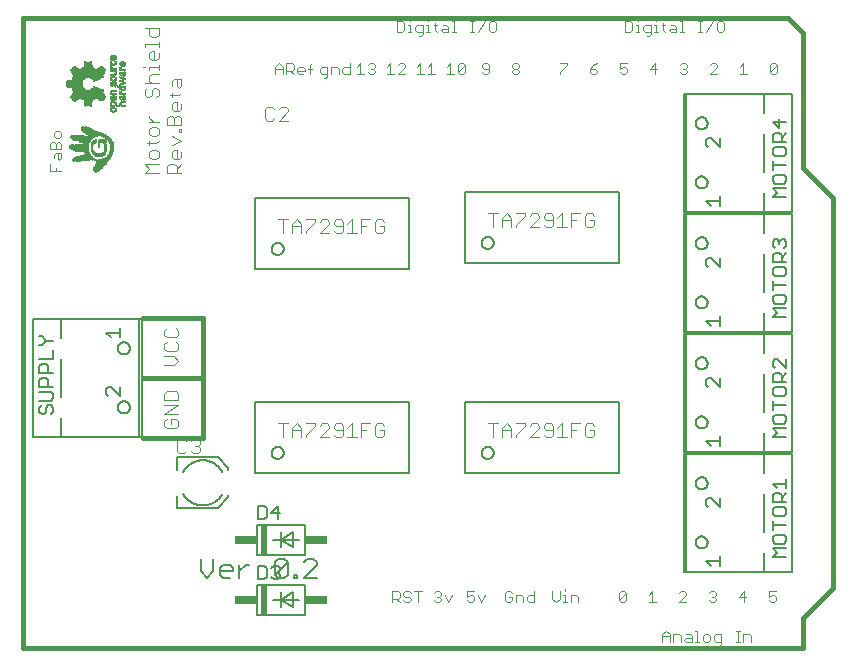
<source format=gto>
G75*
%MOIN*%
%OFA0B0*%
%FSLAX25Y25*%
%IPPOS*%
%LPD*%
%AMOC8*
5,1,8,0,0,1.08239X$1,22.5*
%
%ADD10C,0.01600*%
%ADD11C,0.00400*%
%ADD12C,0.00600*%
%ADD13C,0.00300*%
%ADD14C,0.00500*%
%ADD15R,0.02000X0.10000*%
%ADD16R,0.07500X0.03000*%
%ADD17C,0.00800*%
%ADD18R,0.00040X0.00520*%
%ADD19R,0.00040X0.00520*%
%ADD20R,0.00040X0.00760*%
%ADD21R,0.00040X0.00640*%
%ADD22R,0.00040X0.00440*%
%ADD23R,0.00040X0.00480*%
%ADD24R,0.00040X0.00520*%
%ADD25R,0.00040X0.00520*%
%ADD26R,0.00040X0.01400*%
%ADD27R,0.00040X0.00800*%
%ADD28R,0.00040X0.00480*%
%ADD29R,0.00040X0.00960*%
%ADD30R,0.00040X0.01440*%
%ADD31R,0.00040X0.01080*%
%ADD32R,0.00040X0.01520*%
%ADD33R,0.00040X0.01440*%
%ADD34R,0.00040X0.00560*%
%ADD35R,0.00040X0.01480*%
%ADD36R,0.00040X0.01200*%
%ADD37R,0.00040X0.01560*%
%ADD38R,0.00040X0.01320*%
%ADD39R,0.00040X0.01560*%
%ADD40R,0.00040X0.01520*%
%ADD41R,0.00040X0.00600*%
%ADD42R,0.00040X0.00560*%
%ADD43R,0.00040X0.01400*%
%ADD44R,0.00040X0.01600*%
%ADD45R,0.00040X0.00600*%
%ADD46R,0.00040X0.00640*%
%ADD47R,0.00040X0.01640*%
%ADD48R,0.00040X0.00680*%
%ADD49R,0.00040X0.01680*%
%ADD50R,0.00040X0.01680*%
%ADD51R,0.00040X0.01640*%
%ADD52R,0.00040X0.00720*%
%ADD53R,0.00040X0.01480*%
%ADD54R,0.00040X0.00760*%
%ADD55R,0.00040X0.00720*%
%ADD56R,0.00040X0.00640*%
%ADD57R,0.00040X0.00360*%
%ADD58R,0.00040X0.00240*%
%ADD59R,0.00040X0.00160*%
%ADD60R,0.00040X0.00840*%
%ADD61R,0.00040X0.00080*%
%ADD62R,0.00040X0.00880*%
%ADD63R,0.00040X0.00920*%
%ADD64R,0.00040X0.00960*%
%ADD65R,0.00040X0.01640*%
%ADD66R,0.00040X0.01760*%
%ADD67R,0.00040X0.00440*%
%ADD68R,0.00040X0.01000*%
%ADD69R,0.00040X0.01760*%
%ADD70R,0.00040X0.00440*%
%ADD71R,0.00040X0.01320*%
%ADD72R,0.00040X0.01200*%
%ADD73R,0.00040X0.00920*%
%ADD74R,0.00040X0.00840*%
%ADD75R,0.00040X0.00800*%
%ADD76R,0.00040X0.00080*%
%ADD77R,0.00040X0.00120*%
%ADD78R,0.00040X0.00240*%
%ADD79R,0.00040X0.00720*%
%ADD80R,0.00040X0.00200*%
%ADD81R,0.00040X0.00400*%
%ADD82R,0.00040X0.01240*%
%ADD83R,0.00040X0.01640*%
%ADD84R,0.00040X0.01440*%
%ADD85R,0.00040X0.01280*%
%ADD86R,0.00040X0.01520*%
%ADD87R,0.00040X0.01280*%
%ADD88R,0.00040X0.01520*%
%ADD89R,0.00040X0.01360*%
%ADD90R,0.00040X0.01440*%
%ADD91R,0.00040X0.01240*%
%ADD92R,0.00040X0.01120*%
%ADD93R,0.00040X0.01240*%
%ADD94R,0.00040X0.01040*%
%ADD95R,0.00040X0.00840*%
%ADD96R,0.00040X0.00440*%
%ADD97R,0.00040X0.00400*%
%ADD98R,0.00040X0.00320*%
%ADD99R,0.00040X0.00920*%
%ADD100R,0.00040X0.01040*%
%ADD101R,0.00040X0.01000*%
%ADD102R,0.00040X0.01080*%
%ADD103R,0.00040X0.01160*%
%ADD104R,0.00040X0.01040*%
%ADD105R,0.00040X0.01160*%
%ADD106R,0.00040X0.01600*%
%ADD107R,0.00040X0.01720*%
%ADD108R,0.00040X0.01720*%
%ADD109R,0.00040X0.00640*%
%ADD110R,0.00040X0.00680*%
%ADD111R,0.00040X0.00360*%
%ADD112R,0.00040X0.00280*%
%ADD113R,0.00040X0.00120*%
%ADD114R,0.00040X0.00040*%
%ADD115R,0.00040X0.00040*%
%ADD116R,0.00040X0.01320*%
%ADD117R,0.00040X0.00280*%
%ADD118R,0.00040X0.00320*%
%ADD119R,0.00040X0.01320*%
%ADD120R,0.00040X0.01120*%
%ADD121R,0.00040X0.01120*%
%ADD122R,0.00040X0.01800*%
%ADD123R,0.00040X0.01920*%
%ADD124R,0.00040X0.01920*%
%ADD125R,0.00040X0.02000*%
%ADD126R,0.00040X0.02120*%
%ADD127R,0.00040X0.02200*%
%ADD128R,0.00040X0.02320*%
%ADD129R,0.00040X0.02400*%
%ADD130R,0.00040X0.02520*%
%ADD131R,0.00040X0.02600*%
%ADD132R,0.00040X0.00880*%
%ADD133R,0.00040X0.03680*%
%ADD134R,0.00040X0.03720*%
%ADD135R,0.00040X0.03800*%
%ADD136R,0.00040X0.03840*%
%ADD137R,0.00040X0.03840*%
%ADD138R,0.00040X0.03920*%
%ADD139R,0.00040X0.03960*%
%ADD140R,0.00040X0.04000*%
%ADD141R,0.00040X0.04080*%
%ADD142R,0.00040X0.04120*%
%ADD143R,0.00040X0.04160*%
%ADD144R,0.00040X0.04200*%
%ADD145R,0.00040X0.04200*%
%ADD146R,0.00040X0.04160*%
%ADD147R,0.00040X0.04120*%
%ADD148R,0.00040X0.04080*%
%ADD149R,0.00040X0.04040*%
%ADD150R,0.00040X0.04040*%
%ADD151R,0.00040X0.04040*%
%ADD152R,0.00040X0.04040*%
%ADD153R,0.00040X0.03960*%
%ADD154R,0.00040X0.03920*%
%ADD155R,0.00040X0.03920*%
%ADD156R,0.00040X0.03880*%
%ADD157R,0.00040X0.03920*%
%ADD158R,0.00040X0.03880*%
%ADD159R,0.00040X0.03800*%
%ADD160R,0.00040X0.04240*%
%ADD161R,0.00040X0.04240*%
%ADD162R,0.00040X0.04280*%
%ADD163R,0.00040X0.04360*%
%ADD164R,0.00040X0.04400*%
%ADD165R,0.00040X0.04440*%
%ADD166R,0.00040X0.04520*%
%ADD167R,0.00040X0.04520*%
%ADD168R,0.00040X0.04520*%
%ADD169R,0.00040X0.04520*%
%ADD170R,0.00040X0.04480*%
%ADD171R,0.00040X0.04440*%
%ADD172R,0.00040X0.04400*%
%ADD173R,0.00040X0.04360*%
%ADD174R,0.00040X0.04320*%
%ADD175R,0.00040X0.04240*%
%ADD176R,0.00040X0.04320*%
%ADD177R,0.00040X0.04320*%
%ADD178R,0.00040X0.04560*%
%ADD179R,0.00040X0.04720*%
%ADD180R,0.00040X0.04920*%
%ADD181R,0.00040X0.04920*%
%ADD182R,0.00040X0.05080*%
%ADD183R,0.00040X0.05240*%
%ADD184R,0.00040X0.05240*%
%ADD185R,0.00040X0.05480*%
%ADD186R,0.00040X0.05640*%
%ADD187R,0.00040X0.05640*%
%ADD188R,0.00040X0.05680*%
%ADD189R,0.00040X0.05640*%
%ADD190R,0.00040X0.05600*%
%ADD191R,0.00040X0.05600*%
%ADD192R,0.00040X0.05560*%
%ADD193R,0.00040X0.05520*%
%ADD194R,0.00040X0.05520*%
%ADD195R,0.00040X0.05480*%
%ADD196R,0.00040X0.05440*%
%ADD197R,0.00040X0.05440*%
%ADD198R,0.00040X0.05560*%
%ADD199R,0.00040X0.05680*%
%ADD200R,0.00040X0.05440*%
%ADD201R,0.00040X0.05280*%
%ADD202R,0.00040X0.04920*%
%ADD203R,0.00040X0.04600*%
%ADD204R,0.00040X0.04840*%
%ADD205R,0.00040X0.10440*%
%ADD206R,0.00040X0.10360*%
%ADD207R,0.00040X0.10360*%
%ADD208R,0.00040X0.10280*%
%ADD209R,0.00040X0.10200*%
%ADD210R,0.00040X0.10200*%
%ADD211R,0.00040X0.10120*%
%ADD212R,0.00040X0.10040*%
%ADD213R,0.00040X0.10040*%
%ADD214R,0.00040X0.09960*%
%ADD215R,0.00040X0.09880*%
%ADD216R,0.00040X0.09880*%
%ADD217R,0.00040X0.09800*%
%ADD218R,0.00040X0.09720*%
%ADD219R,0.00040X0.09720*%
%ADD220R,0.00040X0.10280*%
%ADD221R,0.00040X0.10520*%
%ADD222R,0.00040X0.10520*%
%ADD223R,0.00040X0.10600*%
%ADD224R,0.00040X0.10680*%
%ADD225R,0.00040X0.10760*%
%ADD226R,0.00040X0.10840*%
%ADD227R,0.00040X0.10920*%
%ADD228R,0.00040X0.11000*%
%ADD229R,0.00040X0.11080*%
%ADD230R,0.00040X0.11080*%
%ADD231R,0.00040X0.11160*%
%ADD232R,0.00040X0.11240*%
%ADD233R,0.00040X0.11320*%
%ADD234R,0.00040X0.11400*%
%ADD235R,0.00040X0.11400*%
%ADD236R,0.00040X0.11480*%
%ADD237R,0.00040X0.11560*%
%ADD238R,0.00040X0.11640*%
%ADD239R,0.00040X0.11640*%
%ADD240R,0.00040X0.11720*%
%ADD241R,0.00040X0.11800*%
%ADD242R,0.00040X0.11880*%
%ADD243R,0.00040X0.11880*%
%ADD244R,0.00040X0.11960*%
%ADD245R,0.00040X0.11720*%
%ADD246R,0.00040X0.11320*%
%ADD247R,0.00040X0.02760*%
%ADD248R,0.00040X0.05400*%
%ADD249R,0.00040X0.02640*%
%ADD250R,0.00040X0.05160*%
%ADD251R,0.00040X0.02560*%
%ADD252R,0.00040X0.05000*%
%ADD253R,0.00040X0.02440*%
%ADD254R,0.00040X0.04760*%
%ADD255R,0.00040X0.02440*%
%ADD256R,0.00040X0.02360*%
%ADD257R,0.00040X0.04600*%
%ADD258R,0.00040X0.02280*%
%ADD259R,0.00040X0.02240*%
%ADD260R,0.00040X0.02160*%
%ADD261R,0.00040X0.02080*%
%ADD262R,0.00040X0.01960*%
%ADD263R,0.00040X0.01880*%
%ADD264R,0.00040X0.03640*%
%ADD265R,0.00040X0.03400*%
%ADD266R,0.00040X0.03240*%
%ADD267R,0.00040X0.03000*%
%ADD268R,0.00040X0.02920*%
%ADD269R,0.00040X0.01360*%
%ADD270R,0.00040X0.02840*%
%ADD271R,0.00040X0.02840*%
%ADD272R,0.00040X0.02760*%
%ADD273R,0.00040X0.02680*%
%ADD274R,0.00040X0.02680*%
%ADD275R,0.00040X0.02600*%
%ADD276R,0.00040X0.02520*%
%ADD277R,0.00040X0.02520*%
%ADD278R,0.00040X0.02440*%
%ADD279R,0.00040X0.02360*%
%ADD280R,0.00040X0.02280*%
%ADD281R,0.00040X0.02200*%
%ADD282R,0.00040X0.02120*%
%ADD283R,0.00035X0.00770*%
%ADD284R,0.00035X0.01400*%
%ADD285R,0.00035X0.01855*%
%ADD286R,0.00035X0.02170*%
%ADD287R,0.00035X0.02485*%
%ADD288R,0.00035X0.02765*%
%ADD289R,0.00035X0.02975*%
%ADD290R,0.00035X0.03220*%
%ADD291R,0.00035X0.03395*%
%ADD292R,0.00035X0.03605*%
%ADD293R,0.00035X0.03780*%
%ADD294R,0.00035X0.03955*%
%ADD295R,0.00035X0.04130*%
%ADD296R,0.00035X0.04270*%
%ADD297R,0.00035X0.04375*%
%ADD298R,0.00035X0.04550*%
%ADD299R,0.00035X0.04690*%
%ADD300R,0.00035X0.04865*%
%ADD301R,0.00035X0.04970*%
%ADD302R,0.00035X0.05110*%
%ADD303R,0.00035X0.05215*%
%ADD304R,0.00035X0.05355*%
%ADD305R,0.00035X0.05460*%
%ADD306R,0.00035X0.05600*%
%ADD307R,0.00035X0.05705*%
%ADD308R,0.00035X0.05810*%
%ADD309R,0.00035X0.05915*%
%ADD310R,0.00035X0.06055*%
%ADD311R,0.00035X0.06160*%
%ADD312R,0.00035X0.06265*%
%ADD313R,0.00035X0.06335*%
%ADD314R,0.00035X0.06440*%
%ADD315R,0.00035X0.06545*%
%ADD316R,0.00035X0.03080*%
%ADD317R,0.00035X0.02660*%
%ADD318R,0.00035X0.02870*%
%ADD319R,0.00035X0.02415*%
%ADD320R,0.00035X0.02730*%
%ADD321R,0.00035X0.02310*%
%ADD322R,0.00035X0.02695*%
%ADD323R,0.00035X0.02170*%
%ADD324R,0.00035X0.02590*%
%ADD325R,0.00035X0.02100*%
%ADD326R,0.00035X0.02520*%
%ADD327R,0.00035X0.02030*%
%ADD328R,0.00035X0.02450*%
%ADD329R,0.00035X0.01960*%
%ADD330R,0.00035X0.01890*%
%ADD331R,0.00035X0.02380*%
%ADD332R,0.00035X0.01785*%
%ADD333R,0.00035X0.01750*%
%ADD334R,0.00035X0.01715*%
%ADD335R,0.00035X0.02275*%
%ADD336R,0.00035X0.01645*%
%ADD337R,0.00035X0.02240*%
%ADD338R,0.00035X0.01610*%
%ADD339R,0.00035X0.02240*%
%ADD340R,0.00035X0.01575*%
%ADD341R,0.00035X0.01540*%
%ADD342R,0.00035X0.02205*%
%ADD343R,0.00035X0.01505*%
%ADD344R,0.00035X0.01470*%
%ADD345R,0.00035X0.01435*%
%ADD346R,0.00035X0.01365*%
%ADD347R,0.00035X0.01330*%
%ADD348R,0.00035X0.01295*%
%ADD349R,0.00035X0.01295*%
%ADD350R,0.00035X0.01260*%
%ADD351R,0.00035X0.01190*%
%ADD352R,0.00035X0.01225*%
%ADD353R,0.00035X0.00385*%
%ADD354R,0.00035X0.00980*%
%ADD355R,0.00035X0.01155*%
%ADD356R,0.00035X0.01645*%
%ADD357R,0.00035X0.01015*%
%ADD358R,0.00035X0.01050*%
%ADD359R,0.00035X0.02345*%
%ADD360R,0.00035X0.01085*%
%ADD361R,0.00035X0.02905*%
%ADD362R,0.00035X0.03045*%
%ADD363R,0.00035X0.01120*%
%ADD364R,0.00035X0.02345*%
%ADD365R,0.00035X0.03255*%
%ADD366R,0.00035X0.01120*%
%ADD367R,0.00035X0.03500*%
%ADD368R,0.00035X0.02415*%
%ADD369R,0.00035X0.03640*%
%ADD370R,0.00035X0.04900*%
%ADD371R,0.00035X0.04935*%
%ADD372R,0.00035X0.05005*%
%ADD373R,0.00035X0.01680*%
%ADD374R,0.00035X0.02065*%
%ADD375R,0.00035X0.02555*%
%ADD376R,0.00035X0.02590*%
%ADD377R,0.00035X0.02625*%
%ADD378R,0.00035X0.02695*%
%ADD379R,0.00035X0.01470*%
%ADD380R,0.00035X0.02765*%
%ADD381R,0.00035X0.02800*%
%ADD382R,0.00035X0.02835*%
%ADD383R,0.00035X0.01365*%
%ADD384R,0.00035X0.02940*%
%ADD385R,0.00035X0.03010*%
%ADD386R,0.00035X0.03045*%
%ADD387R,0.00035X0.03115*%
%ADD388R,0.00035X0.03150*%
%ADD389R,0.00035X0.03185*%
%ADD390R,0.00035X0.03220*%
%ADD391R,0.00035X0.01190*%
%ADD392R,0.00035X0.03290*%
%ADD393R,0.00035X0.03325*%
%ADD394R,0.00035X0.03360*%
%ADD395R,0.00035X0.03430*%
%ADD396R,0.00035X0.03465*%
%ADD397R,0.00035X0.03535*%
%ADD398R,0.00035X0.03570*%
%ADD399R,0.00035X0.03675*%
%ADD400R,0.00035X0.03710*%
%ADD401R,0.00035X0.03745*%
%ADD402R,0.00035X0.03815*%
%ADD403R,0.00035X0.03850*%
%ADD404R,0.00035X0.03885*%
%ADD405R,0.00035X0.03920*%
%ADD406R,0.00035X0.03990*%
%ADD407R,0.00035X0.04025*%
%ADD408R,0.00035X0.02870*%
%ADD409R,0.00035X0.04095*%
%ADD410R,0.00035X0.04165*%
%ADD411R,0.00035X0.04200*%
%ADD412R,0.00035X0.04235*%
%ADD413R,0.00035X0.04270*%
%ADD414R,0.00035X0.01820*%
%ADD415R,0.00035X0.04305*%
%ADD416R,0.00035X0.04340*%
%ADD417R,0.00035X0.01925*%
%ADD418R,0.00035X0.04410*%
%ADD419R,0.00035X0.00945*%
%ADD420R,0.00035X0.00875*%
%ADD421R,0.00035X0.00840*%
%ADD422R,0.00035X0.02135*%
%ADD423R,0.00035X0.00805*%
%ADD424R,0.00035X0.00735*%
%ADD425R,0.00035X0.01995*%
%ADD426R,0.00035X0.02520*%
%ADD427R,0.00035X0.01540*%
%ADD428R,0.00035X0.00770*%
%ADD429R,0.00035X0.00665*%
%ADD430R,0.00035X0.00420*%
%ADD431R,0.00035X0.00910*%
%ADD432R,0.00035X0.04060*%
%ADD433R,0.00035X0.01015*%
%ADD434R,0.00035X0.03115*%
%ADD435R,0.00035X0.03395*%
%ADD436R,0.00035X0.03745*%
%ADD437R,0.00035X0.04340*%
%ADD438R,0.00035X0.04480*%
%ADD439R,0.00035X0.02065*%
%ADD440R,0.00035X0.04515*%
%ADD441R,0.00035X0.04585*%
%ADD442R,0.00035X0.04760*%
%ADD443R,0.00035X0.04830*%
%ADD444R,0.00035X0.07805*%
%ADD445R,0.00035X0.07840*%
%ADD446R,0.00035X0.07875*%
%ADD447R,0.00035X0.07910*%
%ADD448R,0.00035X0.07945*%
%ADD449R,0.00035X0.07980*%
%ADD450R,0.00035X0.08015*%
%ADD451R,0.00035X0.08050*%
%ADD452R,0.00035X0.05635*%
%ADD453R,0.00035X0.01995*%
%ADD454R,0.00035X0.01890*%
%ADD455R,0.00035X0.01715*%
%ADD456R,0.00035X0.00945*%
%ADD457R,0.00035X0.00560*%
%ADD458R,0.00035X0.01820*%
%ADD459R,0.00035X0.00700*%
%ADD460R,0.00035X0.00630*%
%ADD461R,0.00035X0.00525*%
%ADD462R,0.00035X0.00175*%
%ADD463R,0.00035X0.00595*%
%ADD464R,0.00035X0.00490*%
%ADD465R,0.00035X0.00210*%
%ADD466R,0.00035X0.00490*%
%ADD467R,0.00035X0.00315*%
D10*
X0027000Y0006800D02*
X0287000Y0006800D01*
X0287000Y0016800D01*
X0297000Y0026800D01*
X0297000Y0156800D01*
X0287000Y0166800D01*
X0287000Y0211800D01*
X0282000Y0216800D01*
X0027000Y0216800D01*
X0027000Y0006800D01*
X0067000Y0076800D02*
X0087000Y0076800D01*
X0087000Y0096800D01*
X0067000Y0096800D01*
X0087000Y0096800D02*
X0087000Y0116800D01*
X0067000Y0116800D01*
D11*
X0074196Y0112510D02*
X0074196Y0110975D01*
X0074963Y0110208D01*
X0078033Y0110208D01*
X0078800Y0110975D01*
X0078800Y0112510D01*
X0078033Y0113277D01*
X0074963Y0113277D02*
X0074196Y0112510D01*
X0074963Y0108673D02*
X0074196Y0107906D01*
X0074196Y0106371D01*
X0074963Y0105604D01*
X0078033Y0105604D01*
X0078800Y0106371D01*
X0078800Y0107906D01*
X0078033Y0108673D01*
X0077265Y0104069D02*
X0074196Y0104069D01*
X0074196Y0101000D02*
X0077265Y0101000D01*
X0078800Y0102535D01*
X0077265Y0104069D01*
X0078033Y0092277D02*
X0074963Y0092277D01*
X0074196Y0091510D01*
X0074196Y0089208D01*
X0078800Y0089208D01*
X0078800Y0091510D01*
X0078033Y0092277D01*
X0078800Y0087673D02*
X0074196Y0087673D01*
X0074196Y0084604D02*
X0078800Y0087673D01*
X0078800Y0084604D02*
X0074196Y0084604D01*
X0074963Y0083069D02*
X0074196Y0082302D01*
X0074196Y0080767D01*
X0074963Y0080000D01*
X0078033Y0080000D01*
X0078800Y0080767D01*
X0078800Y0082302D01*
X0078033Y0083069D01*
X0076498Y0083069D01*
X0076498Y0081535D01*
X0079148Y0076368D02*
X0078381Y0075600D01*
X0078381Y0072531D01*
X0079148Y0071764D01*
X0080683Y0071764D01*
X0081450Y0072531D01*
X0082985Y0072531D02*
X0083752Y0071764D01*
X0085287Y0071764D01*
X0086054Y0072531D01*
X0086054Y0073298D01*
X0085287Y0074066D01*
X0084520Y0074066D01*
X0085287Y0074066D02*
X0086054Y0074833D01*
X0086054Y0075600D01*
X0085287Y0076368D01*
X0083752Y0076368D01*
X0082985Y0075600D01*
X0081450Y0075600D02*
X0080683Y0076368D01*
X0079148Y0076368D01*
X0112200Y0081604D02*
X0115269Y0081604D01*
X0113735Y0081604D02*
X0113735Y0077000D01*
X0116804Y0077000D02*
X0116804Y0080069D01*
X0118339Y0081604D01*
X0119873Y0080069D01*
X0119873Y0077000D01*
X0121408Y0077000D02*
X0121408Y0077767D01*
X0124477Y0080837D01*
X0124477Y0081604D01*
X0121408Y0081604D01*
X0119873Y0079302D02*
X0116804Y0079302D01*
X0126012Y0080837D02*
X0126779Y0081604D01*
X0128314Y0081604D01*
X0129081Y0080837D01*
X0129081Y0080069D01*
X0126012Y0077000D01*
X0129081Y0077000D01*
X0130616Y0077767D02*
X0131383Y0077000D01*
X0132918Y0077000D01*
X0133685Y0077767D01*
X0133685Y0080837D01*
X0132918Y0081604D01*
X0131383Y0081604D01*
X0130616Y0080837D01*
X0130616Y0080069D01*
X0131383Y0079302D01*
X0133685Y0079302D01*
X0135220Y0080069D02*
X0136754Y0081604D01*
X0136754Y0077000D01*
X0135220Y0077000D02*
X0138289Y0077000D01*
X0139824Y0077000D02*
X0139824Y0081604D01*
X0142893Y0081604D01*
X0144427Y0080837D02*
X0144427Y0077767D01*
X0145195Y0077000D01*
X0146729Y0077000D01*
X0147497Y0077767D01*
X0147497Y0079302D01*
X0145962Y0079302D01*
X0144427Y0080837D02*
X0145195Y0081604D01*
X0146729Y0081604D01*
X0147497Y0080837D01*
X0141358Y0079302D02*
X0139824Y0079302D01*
X0182200Y0081604D02*
X0185269Y0081604D01*
X0183735Y0081604D02*
X0183735Y0077000D01*
X0186804Y0077000D02*
X0186804Y0080069D01*
X0188339Y0081604D01*
X0189873Y0080069D01*
X0189873Y0077000D01*
X0191408Y0077000D02*
X0191408Y0077767D01*
X0194477Y0080837D01*
X0194477Y0081604D01*
X0191408Y0081604D01*
X0189873Y0079302D02*
X0186804Y0079302D01*
X0196012Y0080837D02*
X0196779Y0081604D01*
X0198314Y0081604D01*
X0199081Y0080837D01*
X0199081Y0080069D01*
X0196012Y0077000D01*
X0199081Y0077000D01*
X0200616Y0077767D02*
X0201383Y0077000D01*
X0202918Y0077000D01*
X0203685Y0077767D01*
X0203685Y0080837D01*
X0202918Y0081604D01*
X0201383Y0081604D01*
X0200616Y0080837D01*
X0200616Y0080069D01*
X0201383Y0079302D01*
X0203685Y0079302D01*
X0205220Y0080069D02*
X0206754Y0081604D01*
X0206754Y0077000D01*
X0205220Y0077000D02*
X0208289Y0077000D01*
X0209824Y0077000D02*
X0209824Y0081604D01*
X0212893Y0081604D01*
X0214427Y0080837D02*
X0214427Y0077767D01*
X0215195Y0077000D01*
X0216729Y0077000D01*
X0217497Y0077767D01*
X0217497Y0079302D01*
X0215962Y0079302D01*
X0214427Y0080837D02*
X0215195Y0081604D01*
X0216729Y0081604D01*
X0217497Y0080837D01*
X0211358Y0079302D02*
X0209824Y0079302D01*
X0146729Y0145000D02*
X0147497Y0145767D01*
X0147497Y0147302D01*
X0145962Y0147302D01*
X0144427Y0148837D02*
X0144427Y0145767D01*
X0145195Y0145000D01*
X0146729Y0145000D01*
X0147497Y0148837D02*
X0146729Y0149604D01*
X0145195Y0149604D01*
X0144427Y0148837D01*
X0142893Y0149604D02*
X0139824Y0149604D01*
X0139824Y0145000D01*
X0138289Y0145000D02*
X0135220Y0145000D01*
X0136754Y0145000D02*
X0136754Y0149604D01*
X0135220Y0148069D01*
X0133685Y0147302D02*
X0131383Y0147302D01*
X0130616Y0148069D01*
X0130616Y0148837D01*
X0131383Y0149604D01*
X0132918Y0149604D01*
X0133685Y0148837D01*
X0133685Y0145767D01*
X0132918Y0145000D01*
X0131383Y0145000D01*
X0130616Y0145767D01*
X0129081Y0145000D02*
X0126012Y0145000D01*
X0129081Y0148069D01*
X0129081Y0148837D01*
X0128314Y0149604D01*
X0126779Y0149604D01*
X0126012Y0148837D01*
X0124477Y0148837D02*
X0121408Y0145767D01*
X0121408Y0145000D01*
X0119873Y0145000D02*
X0119873Y0148069D01*
X0118339Y0149604D01*
X0116804Y0148069D01*
X0116804Y0145000D01*
X0116804Y0147302D02*
X0119873Y0147302D01*
X0121408Y0149604D02*
X0124477Y0149604D01*
X0124477Y0148837D01*
X0115269Y0149604D02*
X0112200Y0149604D01*
X0113735Y0149604D02*
X0113735Y0145000D01*
X0139824Y0147302D02*
X0141358Y0147302D01*
X0182200Y0151604D02*
X0185269Y0151604D01*
X0183735Y0151604D02*
X0183735Y0147000D01*
X0186804Y0147000D02*
X0186804Y0150069D01*
X0188339Y0151604D01*
X0189873Y0150069D01*
X0189873Y0147000D01*
X0191408Y0147000D02*
X0191408Y0147767D01*
X0194477Y0150837D01*
X0194477Y0151604D01*
X0191408Y0151604D01*
X0189873Y0149302D02*
X0186804Y0149302D01*
X0196012Y0150837D02*
X0196779Y0151604D01*
X0198314Y0151604D01*
X0199081Y0150837D01*
X0199081Y0150069D01*
X0196012Y0147000D01*
X0199081Y0147000D01*
X0200616Y0147767D02*
X0201383Y0147000D01*
X0202918Y0147000D01*
X0203685Y0147767D01*
X0203685Y0150837D01*
X0202918Y0151604D01*
X0201383Y0151604D01*
X0200616Y0150837D01*
X0200616Y0150069D01*
X0201383Y0149302D01*
X0203685Y0149302D01*
X0205220Y0150069D02*
X0206754Y0151604D01*
X0206754Y0147000D01*
X0205220Y0147000D02*
X0208289Y0147000D01*
X0209824Y0147000D02*
X0209824Y0151604D01*
X0212893Y0151604D01*
X0214427Y0150837D02*
X0214427Y0147767D01*
X0215195Y0147000D01*
X0216729Y0147000D01*
X0217497Y0147767D01*
X0217497Y0149302D01*
X0215962Y0149302D01*
X0214427Y0150837D02*
X0215195Y0151604D01*
X0216729Y0151604D01*
X0217497Y0150837D01*
X0211358Y0149302D02*
X0209824Y0149302D01*
X0115373Y0182500D02*
X0112304Y0182500D01*
X0115373Y0185569D01*
X0115373Y0186337D01*
X0114606Y0187104D01*
X0113071Y0187104D01*
X0112304Y0186337D01*
X0110769Y0186337D02*
X0110002Y0187104D01*
X0108467Y0187104D01*
X0107700Y0186337D01*
X0107700Y0183267D01*
X0108467Y0182500D01*
X0110002Y0182500D01*
X0110769Y0183267D01*
X0079800Y0183416D02*
X0079800Y0181114D01*
X0075196Y0181114D01*
X0075196Y0183416D01*
X0075963Y0184183D01*
X0076731Y0184183D01*
X0077498Y0183416D01*
X0077498Y0181114D01*
X0079033Y0179579D02*
X0079800Y0179579D01*
X0079800Y0178812D01*
X0079033Y0178812D01*
X0079033Y0179579D01*
X0076731Y0177277D02*
X0079800Y0175742D01*
X0076731Y0174208D01*
X0077498Y0172673D02*
X0076731Y0171906D01*
X0076731Y0170371D01*
X0077498Y0169604D01*
X0079033Y0169604D01*
X0079800Y0170371D01*
X0079800Y0171906D01*
X0078265Y0172673D02*
X0078265Y0169604D01*
X0077498Y0168069D02*
X0078265Y0167302D01*
X0078265Y0165000D01*
X0078265Y0166535D02*
X0079800Y0168069D01*
X0077498Y0168069D02*
X0075963Y0168069D01*
X0075196Y0167302D01*
X0075196Y0165000D01*
X0079800Y0165000D01*
X0072300Y0165000D02*
X0067696Y0165000D01*
X0069231Y0166535D01*
X0067696Y0168069D01*
X0072300Y0168069D01*
X0071533Y0169604D02*
X0072300Y0170371D01*
X0072300Y0171906D01*
X0071533Y0172673D01*
X0069998Y0172673D01*
X0069231Y0171906D01*
X0069231Y0170371D01*
X0069998Y0169604D01*
X0071533Y0169604D01*
X0069231Y0174208D02*
X0069231Y0175742D01*
X0068463Y0174975D02*
X0071533Y0174975D01*
X0072300Y0175742D01*
X0071533Y0177277D02*
X0069998Y0177277D01*
X0069231Y0178044D01*
X0069231Y0179579D01*
X0069998Y0180346D01*
X0071533Y0180346D01*
X0072300Y0179579D01*
X0072300Y0178044D01*
X0071533Y0177277D01*
X0072300Y0181881D02*
X0069231Y0181881D01*
X0070765Y0181881D02*
X0069231Y0183416D01*
X0069231Y0184183D01*
X0076731Y0186485D02*
X0076731Y0188020D01*
X0077498Y0188787D01*
X0078265Y0188787D01*
X0078265Y0185718D01*
X0077498Y0185718D02*
X0076731Y0186485D01*
X0077498Y0185718D02*
X0079033Y0185718D01*
X0079800Y0186485D01*
X0079800Y0188020D01*
X0079033Y0191089D02*
X0075963Y0191089D01*
X0076731Y0190322D02*
X0076731Y0191856D01*
X0076731Y0194158D02*
X0076731Y0195693D01*
X0077498Y0196460D01*
X0079800Y0196460D01*
X0079800Y0194158D01*
X0079033Y0193391D01*
X0078265Y0194158D01*
X0078265Y0196460D01*
X0079800Y0191856D02*
X0079033Y0191089D01*
X0072300Y0191089D02*
X0071533Y0190322D01*
X0072300Y0191089D02*
X0072300Y0192624D01*
X0071533Y0193391D01*
X0070765Y0193391D01*
X0069998Y0192624D01*
X0069998Y0191089D01*
X0069231Y0190322D01*
X0068463Y0190322D01*
X0067696Y0191089D01*
X0067696Y0192624D01*
X0068463Y0193391D01*
X0067696Y0194926D02*
X0072300Y0194926D01*
X0069998Y0194926D02*
X0069231Y0195693D01*
X0069231Y0197227D01*
X0069998Y0197995D01*
X0072300Y0197995D01*
X0072300Y0199529D02*
X0072300Y0201064D01*
X0072300Y0200297D02*
X0069231Y0200297D01*
X0069231Y0199529D01*
X0067696Y0200297D02*
X0066929Y0200297D01*
X0069231Y0203366D02*
X0069231Y0204901D01*
X0069998Y0205668D01*
X0070765Y0205668D01*
X0070765Y0202599D01*
X0069998Y0202599D02*
X0069231Y0203366D01*
X0069998Y0202599D02*
X0071533Y0202599D01*
X0072300Y0203366D01*
X0072300Y0204901D01*
X0072300Y0207203D02*
X0072300Y0208737D01*
X0072300Y0207970D02*
X0067696Y0207970D01*
X0067696Y0207203D01*
X0069998Y0210272D02*
X0069231Y0211039D01*
X0069231Y0213341D01*
X0067696Y0213341D02*
X0072300Y0213341D01*
X0072300Y0211039D01*
X0071533Y0210272D01*
X0069998Y0210272D01*
X0078265Y0184183D02*
X0079033Y0184183D01*
X0079800Y0183416D01*
X0078265Y0184183D02*
X0077498Y0183416D01*
X0077498Y0172673D02*
X0078265Y0172673D01*
D12*
X0066701Y0116442D02*
X0065902Y0116442D01*
X0065902Y0077143D01*
X0039902Y0077143D01*
X0030500Y0077143D01*
X0030500Y0116442D01*
X0039902Y0116442D01*
X0065902Y0116442D01*
X0066701Y0116442D02*
X0066701Y0077143D01*
X0065902Y0077143D01*
X0058700Y0086943D02*
X0058702Y0087032D01*
X0058708Y0087121D01*
X0058718Y0087210D01*
X0058732Y0087298D01*
X0058749Y0087385D01*
X0058771Y0087471D01*
X0058797Y0087557D01*
X0058826Y0087641D01*
X0058859Y0087724D01*
X0058895Y0087805D01*
X0058936Y0087885D01*
X0058979Y0087962D01*
X0059026Y0088038D01*
X0059077Y0088111D01*
X0059130Y0088182D01*
X0059187Y0088251D01*
X0059247Y0088317D01*
X0059310Y0088381D01*
X0059375Y0088441D01*
X0059443Y0088499D01*
X0059514Y0088553D01*
X0059587Y0088604D01*
X0059662Y0088652D01*
X0059739Y0088697D01*
X0059818Y0088738D01*
X0059899Y0088775D01*
X0059981Y0088809D01*
X0060065Y0088840D01*
X0060150Y0088866D01*
X0060236Y0088889D01*
X0060323Y0088907D01*
X0060411Y0088922D01*
X0060500Y0088933D01*
X0060589Y0088940D01*
X0060678Y0088943D01*
X0060767Y0088942D01*
X0060856Y0088937D01*
X0060944Y0088928D01*
X0061033Y0088915D01*
X0061120Y0088898D01*
X0061207Y0088878D01*
X0061293Y0088853D01*
X0061377Y0088825D01*
X0061460Y0088793D01*
X0061542Y0088757D01*
X0061622Y0088718D01*
X0061700Y0088675D01*
X0061776Y0088629D01*
X0061850Y0088579D01*
X0061922Y0088526D01*
X0061991Y0088470D01*
X0062058Y0088411D01*
X0062122Y0088349D01*
X0062183Y0088285D01*
X0062242Y0088217D01*
X0062297Y0088147D01*
X0062349Y0088075D01*
X0062398Y0088000D01*
X0062443Y0087924D01*
X0062485Y0087845D01*
X0062523Y0087765D01*
X0062558Y0087683D01*
X0062589Y0087599D01*
X0062617Y0087514D01*
X0062640Y0087428D01*
X0062660Y0087341D01*
X0062676Y0087254D01*
X0062688Y0087165D01*
X0062696Y0087077D01*
X0062700Y0086988D01*
X0062700Y0086898D01*
X0062696Y0086809D01*
X0062688Y0086721D01*
X0062676Y0086632D01*
X0062660Y0086545D01*
X0062640Y0086458D01*
X0062617Y0086372D01*
X0062589Y0086287D01*
X0062558Y0086203D01*
X0062523Y0086121D01*
X0062485Y0086041D01*
X0062443Y0085962D01*
X0062398Y0085886D01*
X0062349Y0085811D01*
X0062297Y0085739D01*
X0062242Y0085669D01*
X0062183Y0085601D01*
X0062122Y0085537D01*
X0062058Y0085475D01*
X0061991Y0085416D01*
X0061922Y0085360D01*
X0061850Y0085307D01*
X0061776Y0085257D01*
X0061700Y0085211D01*
X0061622Y0085168D01*
X0061542Y0085129D01*
X0061460Y0085093D01*
X0061377Y0085061D01*
X0061293Y0085033D01*
X0061207Y0085008D01*
X0061120Y0084988D01*
X0061033Y0084971D01*
X0060944Y0084958D01*
X0060856Y0084949D01*
X0060767Y0084944D01*
X0060678Y0084943D01*
X0060589Y0084946D01*
X0060500Y0084953D01*
X0060411Y0084964D01*
X0060323Y0084979D01*
X0060236Y0084997D01*
X0060150Y0085020D01*
X0060065Y0085046D01*
X0059981Y0085077D01*
X0059899Y0085111D01*
X0059818Y0085148D01*
X0059739Y0085189D01*
X0059662Y0085234D01*
X0059587Y0085282D01*
X0059514Y0085333D01*
X0059443Y0085387D01*
X0059375Y0085445D01*
X0059310Y0085505D01*
X0059247Y0085569D01*
X0059187Y0085635D01*
X0059130Y0085704D01*
X0059077Y0085775D01*
X0059026Y0085848D01*
X0058979Y0085924D01*
X0058936Y0086001D01*
X0058895Y0086081D01*
X0058859Y0086162D01*
X0058826Y0086245D01*
X0058797Y0086329D01*
X0058771Y0086415D01*
X0058749Y0086501D01*
X0058732Y0086588D01*
X0058718Y0086676D01*
X0058708Y0086765D01*
X0058702Y0086854D01*
X0058700Y0086943D01*
X0039902Y0090442D02*
X0039902Y0103143D01*
X0039902Y0110143D02*
X0039902Y0116442D01*
X0058700Y0106643D02*
X0058702Y0106732D01*
X0058708Y0106821D01*
X0058718Y0106910D01*
X0058732Y0106998D01*
X0058749Y0107085D01*
X0058771Y0107171D01*
X0058797Y0107257D01*
X0058826Y0107341D01*
X0058859Y0107424D01*
X0058895Y0107505D01*
X0058936Y0107585D01*
X0058979Y0107662D01*
X0059026Y0107738D01*
X0059077Y0107811D01*
X0059130Y0107882D01*
X0059187Y0107951D01*
X0059247Y0108017D01*
X0059310Y0108081D01*
X0059375Y0108141D01*
X0059443Y0108199D01*
X0059514Y0108253D01*
X0059587Y0108304D01*
X0059662Y0108352D01*
X0059739Y0108397D01*
X0059818Y0108438D01*
X0059899Y0108475D01*
X0059981Y0108509D01*
X0060065Y0108540D01*
X0060150Y0108566D01*
X0060236Y0108589D01*
X0060323Y0108607D01*
X0060411Y0108622D01*
X0060500Y0108633D01*
X0060589Y0108640D01*
X0060678Y0108643D01*
X0060767Y0108642D01*
X0060856Y0108637D01*
X0060944Y0108628D01*
X0061033Y0108615D01*
X0061120Y0108598D01*
X0061207Y0108578D01*
X0061293Y0108553D01*
X0061377Y0108525D01*
X0061460Y0108493D01*
X0061542Y0108457D01*
X0061622Y0108418D01*
X0061700Y0108375D01*
X0061776Y0108329D01*
X0061850Y0108279D01*
X0061922Y0108226D01*
X0061991Y0108170D01*
X0062058Y0108111D01*
X0062122Y0108049D01*
X0062183Y0107985D01*
X0062242Y0107917D01*
X0062297Y0107847D01*
X0062349Y0107775D01*
X0062398Y0107700D01*
X0062443Y0107624D01*
X0062485Y0107545D01*
X0062523Y0107465D01*
X0062558Y0107383D01*
X0062589Y0107299D01*
X0062617Y0107214D01*
X0062640Y0107128D01*
X0062660Y0107041D01*
X0062676Y0106954D01*
X0062688Y0106865D01*
X0062696Y0106777D01*
X0062700Y0106688D01*
X0062700Y0106598D01*
X0062696Y0106509D01*
X0062688Y0106421D01*
X0062676Y0106332D01*
X0062660Y0106245D01*
X0062640Y0106158D01*
X0062617Y0106072D01*
X0062589Y0105987D01*
X0062558Y0105903D01*
X0062523Y0105821D01*
X0062485Y0105741D01*
X0062443Y0105662D01*
X0062398Y0105586D01*
X0062349Y0105511D01*
X0062297Y0105439D01*
X0062242Y0105369D01*
X0062183Y0105301D01*
X0062122Y0105237D01*
X0062058Y0105175D01*
X0061991Y0105116D01*
X0061922Y0105060D01*
X0061850Y0105007D01*
X0061776Y0104957D01*
X0061700Y0104911D01*
X0061622Y0104868D01*
X0061542Y0104829D01*
X0061460Y0104793D01*
X0061377Y0104761D01*
X0061293Y0104733D01*
X0061207Y0104708D01*
X0061120Y0104688D01*
X0061033Y0104671D01*
X0060944Y0104658D01*
X0060856Y0104649D01*
X0060767Y0104644D01*
X0060678Y0104643D01*
X0060589Y0104646D01*
X0060500Y0104653D01*
X0060411Y0104664D01*
X0060323Y0104679D01*
X0060236Y0104697D01*
X0060150Y0104720D01*
X0060065Y0104746D01*
X0059981Y0104777D01*
X0059899Y0104811D01*
X0059818Y0104848D01*
X0059739Y0104889D01*
X0059662Y0104934D01*
X0059587Y0104982D01*
X0059514Y0105033D01*
X0059443Y0105087D01*
X0059375Y0105145D01*
X0059310Y0105205D01*
X0059247Y0105269D01*
X0059187Y0105335D01*
X0059130Y0105404D01*
X0059077Y0105475D01*
X0059026Y0105548D01*
X0058979Y0105624D01*
X0058936Y0105701D01*
X0058895Y0105781D01*
X0058859Y0105862D01*
X0058826Y0105945D01*
X0058797Y0106029D01*
X0058771Y0106115D01*
X0058749Y0106201D01*
X0058732Y0106288D01*
X0058718Y0106376D01*
X0058708Y0106465D01*
X0058702Y0106554D01*
X0058700Y0106643D01*
X0039902Y0083442D02*
X0039902Y0077143D01*
X0086300Y0036505D02*
X0086300Y0032235D01*
X0088435Y0030100D01*
X0090570Y0032235D01*
X0090570Y0036505D01*
X0092745Y0033303D02*
X0093813Y0034370D01*
X0095948Y0034370D01*
X0097016Y0033303D01*
X0097016Y0032235D01*
X0092745Y0032235D01*
X0092745Y0031168D02*
X0092745Y0033303D01*
X0092745Y0031168D02*
X0093813Y0030100D01*
X0095948Y0030100D01*
X0099191Y0030100D02*
X0099191Y0034370D01*
X0099191Y0032235D02*
X0101326Y0034370D01*
X0102394Y0034370D01*
X0105000Y0037800D02*
X0105000Y0047800D01*
X0121000Y0047800D01*
X0121000Y0037800D01*
X0105000Y0037800D01*
X0111008Y0035438D02*
X0112075Y0036505D01*
X0114210Y0036505D01*
X0115278Y0035438D01*
X0111008Y0031168D01*
X0112075Y0030100D01*
X0114210Y0030100D01*
X0115278Y0031168D01*
X0115278Y0035438D01*
X0111008Y0035438D02*
X0111008Y0031168D01*
X0105000Y0027800D02*
X0105000Y0017800D01*
X0121000Y0017800D01*
X0121000Y0027800D01*
X0105000Y0027800D01*
X0110500Y0022800D02*
X0113000Y0022800D01*
X0113000Y0020300D01*
X0113000Y0022800D02*
X0113000Y0025300D01*
X0113000Y0022800D02*
X0117000Y0025300D01*
X0117000Y0020300D01*
X0113000Y0022800D01*
X0119000Y0022800D01*
X0118521Y0030100D02*
X0117453Y0030100D01*
X0117453Y0031168D01*
X0118521Y0031168D01*
X0118521Y0030100D01*
X0120676Y0030100D02*
X0124946Y0034370D01*
X0124946Y0035438D01*
X0123879Y0036505D01*
X0121744Y0036505D01*
X0120676Y0035438D01*
X0120676Y0030100D02*
X0124946Y0030100D01*
X0117000Y0040300D02*
X0113000Y0042800D01*
X0113000Y0040300D01*
X0113000Y0042800D02*
X0110500Y0042800D01*
X0113000Y0042800D02*
X0113000Y0045300D01*
X0113000Y0042800D02*
X0117000Y0045300D01*
X0117000Y0040300D01*
X0119000Y0042800D02*
X0113000Y0042800D01*
X0247299Y0032158D02*
X0248098Y0032158D01*
X0248098Y0071457D01*
X0274098Y0071457D01*
X0283500Y0071457D01*
X0283500Y0032158D01*
X0274098Y0032158D01*
X0248098Y0032158D01*
X0247299Y0032158D02*
X0247299Y0071457D01*
X0248098Y0071457D01*
X0248098Y0072158D02*
X0247299Y0072158D01*
X0247299Y0111457D01*
X0248098Y0111457D01*
X0274098Y0111457D01*
X0283500Y0111457D01*
X0283500Y0072158D01*
X0274098Y0072158D01*
X0248098Y0072158D01*
X0248098Y0111457D01*
X0248098Y0112158D02*
X0247299Y0112158D01*
X0247299Y0151457D01*
X0248098Y0151457D01*
X0274098Y0151457D01*
X0283500Y0151457D01*
X0283500Y0112158D01*
X0274098Y0112158D01*
X0248098Y0112158D01*
X0248098Y0151457D01*
X0248098Y0152158D02*
X0247299Y0152158D01*
X0247299Y0191457D01*
X0248098Y0191457D01*
X0274098Y0191457D01*
X0283500Y0191457D01*
X0283500Y0152158D01*
X0274098Y0152158D01*
X0248098Y0152158D01*
X0248098Y0191457D01*
X0251300Y0181657D02*
X0251302Y0181746D01*
X0251308Y0181835D01*
X0251318Y0181924D01*
X0251332Y0182012D01*
X0251349Y0182099D01*
X0251371Y0182185D01*
X0251397Y0182271D01*
X0251426Y0182355D01*
X0251459Y0182438D01*
X0251495Y0182519D01*
X0251536Y0182599D01*
X0251579Y0182676D01*
X0251626Y0182752D01*
X0251677Y0182825D01*
X0251730Y0182896D01*
X0251787Y0182965D01*
X0251847Y0183031D01*
X0251910Y0183095D01*
X0251975Y0183155D01*
X0252043Y0183213D01*
X0252114Y0183267D01*
X0252187Y0183318D01*
X0252262Y0183366D01*
X0252339Y0183411D01*
X0252418Y0183452D01*
X0252499Y0183489D01*
X0252581Y0183523D01*
X0252665Y0183554D01*
X0252750Y0183580D01*
X0252836Y0183603D01*
X0252923Y0183621D01*
X0253011Y0183636D01*
X0253100Y0183647D01*
X0253189Y0183654D01*
X0253278Y0183657D01*
X0253367Y0183656D01*
X0253456Y0183651D01*
X0253544Y0183642D01*
X0253633Y0183629D01*
X0253720Y0183612D01*
X0253807Y0183592D01*
X0253893Y0183567D01*
X0253977Y0183539D01*
X0254060Y0183507D01*
X0254142Y0183471D01*
X0254222Y0183432D01*
X0254300Y0183389D01*
X0254376Y0183343D01*
X0254450Y0183293D01*
X0254522Y0183240D01*
X0254591Y0183184D01*
X0254658Y0183125D01*
X0254722Y0183063D01*
X0254783Y0182999D01*
X0254842Y0182931D01*
X0254897Y0182861D01*
X0254949Y0182789D01*
X0254998Y0182714D01*
X0255043Y0182638D01*
X0255085Y0182559D01*
X0255123Y0182479D01*
X0255158Y0182397D01*
X0255189Y0182313D01*
X0255217Y0182228D01*
X0255240Y0182142D01*
X0255260Y0182055D01*
X0255276Y0181968D01*
X0255288Y0181879D01*
X0255296Y0181791D01*
X0255300Y0181702D01*
X0255300Y0181612D01*
X0255296Y0181523D01*
X0255288Y0181435D01*
X0255276Y0181346D01*
X0255260Y0181259D01*
X0255240Y0181172D01*
X0255217Y0181086D01*
X0255189Y0181001D01*
X0255158Y0180917D01*
X0255123Y0180835D01*
X0255085Y0180755D01*
X0255043Y0180676D01*
X0254998Y0180600D01*
X0254949Y0180525D01*
X0254897Y0180453D01*
X0254842Y0180383D01*
X0254783Y0180315D01*
X0254722Y0180251D01*
X0254658Y0180189D01*
X0254591Y0180130D01*
X0254522Y0180074D01*
X0254450Y0180021D01*
X0254376Y0179971D01*
X0254300Y0179925D01*
X0254222Y0179882D01*
X0254142Y0179843D01*
X0254060Y0179807D01*
X0253977Y0179775D01*
X0253893Y0179747D01*
X0253807Y0179722D01*
X0253720Y0179702D01*
X0253633Y0179685D01*
X0253544Y0179672D01*
X0253456Y0179663D01*
X0253367Y0179658D01*
X0253278Y0179657D01*
X0253189Y0179660D01*
X0253100Y0179667D01*
X0253011Y0179678D01*
X0252923Y0179693D01*
X0252836Y0179711D01*
X0252750Y0179734D01*
X0252665Y0179760D01*
X0252581Y0179791D01*
X0252499Y0179825D01*
X0252418Y0179862D01*
X0252339Y0179903D01*
X0252262Y0179948D01*
X0252187Y0179996D01*
X0252114Y0180047D01*
X0252043Y0180101D01*
X0251975Y0180159D01*
X0251910Y0180219D01*
X0251847Y0180283D01*
X0251787Y0180349D01*
X0251730Y0180418D01*
X0251677Y0180489D01*
X0251626Y0180562D01*
X0251579Y0180638D01*
X0251536Y0180715D01*
X0251495Y0180795D01*
X0251459Y0180876D01*
X0251426Y0180959D01*
X0251397Y0181043D01*
X0251371Y0181129D01*
X0251349Y0181215D01*
X0251332Y0181302D01*
X0251318Y0181390D01*
X0251308Y0181479D01*
X0251302Y0181568D01*
X0251300Y0181657D01*
X0274098Y0178158D02*
X0274098Y0165457D01*
X0274098Y0158457D02*
X0274098Y0152158D01*
X0274098Y0151457D02*
X0274098Y0145158D01*
X0274098Y0138158D02*
X0274098Y0125457D01*
X0274098Y0118457D02*
X0274098Y0112158D01*
X0274098Y0111457D02*
X0274098Y0105158D01*
X0274098Y0098158D02*
X0274098Y0085457D01*
X0274098Y0078457D02*
X0274098Y0072158D01*
X0274098Y0071457D02*
X0274098Y0065158D01*
X0274098Y0058158D02*
X0274098Y0045457D01*
X0274098Y0038457D02*
X0274098Y0032158D01*
X0251300Y0041957D02*
X0251302Y0042046D01*
X0251308Y0042135D01*
X0251318Y0042224D01*
X0251332Y0042312D01*
X0251349Y0042399D01*
X0251371Y0042485D01*
X0251397Y0042571D01*
X0251426Y0042655D01*
X0251459Y0042738D01*
X0251495Y0042819D01*
X0251536Y0042899D01*
X0251579Y0042976D01*
X0251626Y0043052D01*
X0251677Y0043125D01*
X0251730Y0043196D01*
X0251787Y0043265D01*
X0251847Y0043331D01*
X0251910Y0043395D01*
X0251975Y0043455D01*
X0252043Y0043513D01*
X0252114Y0043567D01*
X0252187Y0043618D01*
X0252262Y0043666D01*
X0252339Y0043711D01*
X0252418Y0043752D01*
X0252499Y0043789D01*
X0252581Y0043823D01*
X0252665Y0043854D01*
X0252750Y0043880D01*
X0252836Y0043903D01*
X0252923Y0043921D01*
X0253011Y0043936D01*
X0253100Y0043947D01*
X0253189Y0043954D01*
X0253278Y0043957D01*
X0253367Y0043956D01*
X0253456Y0043951D01*
X0253544Y0043942D01*
X0253633Y0043929D01*
X0253720Y0043912D01*
X0253807Y0043892D01*
X0253893Y0043867D01*
X0253977Y0043839D01*
X0254060Y0043807D01*
X0254142Y0043771D01*
X0254222Y0043732D01*
X0254300Y0043689D01*
X0254376Y0043643D01*
X0254450Y0043593D01*
X0254522Y0043540D01*
X0254591Y0043484D01*
X0254658Y0043425D01*
X0254722Y0043363D01*
X0254783Y0043299D01*
X0254842Y0043231D01*
X0254897Y0043161D01*
X0254949Y0043089D01*
X0254998Y0043014D01*
X0255043Y0042938D01*
X0255085Y0042859D01*
X0255123Y0042779D01*
X0255158Y0042697D01*
X0255189Y0042613D01*
X0255217Y0042528D01*
X0255240Y0042442D01*
X0255260Y0042355D01*
X0255276Y0042268D01*
X0255288Y0042179D01*
X0255296Y0042091D01*
X0255300Y0042002D01*
X0255300Y0041912D01*
X0255296Y0041823D01*
X0255288Y0041735D01*
X0255276Y0041646D01*
X0255260Y0041559D01*
X0255240Y0041472D01*
X0255217Y0041386D01*
X0255189Y0041301D01*
X0255158Y0041217D01*
X0255123Y0041135D01*
X0255085Y0041055D01*
X0255043Y0040976D01*
X0254998Y0040900D01*
X0254949Y0040825D01*
X0254897Y0040753D01*
X0254842Y0040683D01*
X0254783Y0040615D01*
X0254722Y0040551D01*
X0254658Y0040489D01*
X0254591Y0040430D01*
X0254522Y0040374D01*
X0254450Y0040321D01*
X0254376Y0040271D01*
X0254300Y0040225D01*
X0254222Y0040182D01*
X0254142Y0040143D01*
X0254060Y0040107D01*
X0253977Y0040075D01*
X0253893Y0040047D01*
X0253807Y0040022D01*
X0253720Y0040002D01*
X0253633Y0039985D01*
X0253544Y0039972D01*
X0253456Y0039963D01*
X0253367Y0039958D01*
X0253278Y0039957D01*
X0253189Y0039960D01*
X0253100Y0039967D01*
X0253011Y0039978D01*
X0252923Y0039993D01*
X0252836Y0040011D01*
X0252750Y0040034D01*
X0252665Y0040060D01*
X0252581Y0040091D01*
X0252499Y0040125D01*
X0252418Y0040162D01*
X0252339Y0040203D01*
X0252262Y0040248D01*
X0252187Y0040296D01*
X0252114Y0040347D01*
X0252043Y0040401D01*
X0251975Y0040459D01*
X0251910Y0040519D01*
X0251847Y0040583D01*
X0251787Y0040649D01*
X0251730Y0040718D01*
X0251677Y0040789D01*
X0251626Y0040862D01*
X0251579Y0040938D01*
X0251536Y0041015D01*
X0251495Y0041095D01*
X0251459Y0041176D01*
X0251426Y0041259D01*
X0251397Y0041343D01*
X0251371Y0041429D01*
X0251349Y0041515D01*
X0251332Y0041602D01*
X0251318Y0041690D01*
X0251308Y0041779D01*
X0251302Y0041868D01*
X0251300Y0041957D01*
X0251300Y0061657D02*
X0251302Y0061746D01*
X0251308Y0061835D01*
X0251318Y0061924D01*
X0251332Y0062012D01*
X0251349Y0062099D01*
X0251371Y0062185D01*
X0251397Y0062271D01*
X0251426Y0062355D01*
X0251459Y0062438D01*
X0251495Y0062519D01*
X0251536Y0062599D01*
X0251579Y0062676D01*
X0251626Y0062752D01*
X0251677Y0062825D01*
X0251730Y0062896D01*
X0251787Y0062965D01*
X0251847Y0063031D01*
X0251910Y0063095D01*
X0251975Y0063155D01*
X0252043Y0063213D01*
X0252114Y0063267D01*
X0252187Y0063318D01*
X0252262Y0063366D01*
X0252339Y0063411D01*
X0252418Y0063452D01*
X0252499Y0063489D01*
X0252581Y0063523D01*
X0252665Y0063554D01*
X0252750Y0063580D01*
X0252836Y0063603D01*
X0252923Y0063621D01*
X0253011Y0063636D01*
X0253100Y0063647D01*
X0253189Y0063654D01*
X0253278Y0063657D01*
X0253367Y0063656D01*
X0253456Y0063651D01*
X0253544Y0063642D01*
X0253633Y0063629D01*
X0253720Y0063612D01*
X0253807Y0063592D01*
X0253893Y0063567D01*
X0253977Y0063539D01*
X0254060Y0063507D01*
X0254142Y0063471D01*
X0254222Y0063432D01*
X0254300Y0063389D01*
X0254376Y0063343D01*
X0254450Y0063293D01*
X0254522Y0063240D01*
X0254591Y0063184D01*
X0254658Y0063125D01*
X0254722Y0063063D01*
X0254783Y0062999D01*
X0254842Y0062931D01*
X0254897Y0062861D01*
X0254949Y0062789D01*
X0254998Y0062714D01*
X0255043Y0062638D01*
X0255085Y0062559D01*
X0255123Y0062479D01*
X0255158Y0062397D01*
X0255189Y0062313D01*
X0255217Y0062228D01*
X0255240Y0062142D01*
X0255260Y0062055D01*
X0255276Y0061968D01*
X0255288Y0061879D01*
X0255296Y0061791D01*
X0255300Y0061702D01*
X0255300Y0061612D01*
X0255296Y0061523D01*
X0255288Y0061435D01*
X0255276Y0061346D01*
X0255260Y0061259D01*
X0255240Y0061172D01*
X0255217Y0061086D01*
X0255189Y0061001D01*
X0255158Y0060917D01*
X0255123Y0060835D01*
X0255085Y0060755D01*
X0255043Y0060676D01*
X0254998Y0060600D01*
X0254949Y0060525D01*
X0254897Y0060453D01*
X0254842Y0060383D01*
X0254783Y0060315D01*
X0254722Y0060251D01*
X0254658Y0060189D01*
X0254591Y0060130D01*
X0254522Y0060074D01*
X0254450Y0060021D01*
X0254376Y0059971D01*
X0254300Y0059925D01*
X0254222Y0059882D01*
X0254142Y0059843D01*
X0254060Y0059807D01*
X0253977Y0059775D01*
X0253893Y0059747D01*
X0253807Y0059722D01*
X0253720Y0059702D01*
X0253633Y0059685D01*
X0253544Y0059672D01*
X0253456Y0059663D01*
X0253367Y0059658D01*
X0253278Y0059657D01*
X0253189Y0059660D01*
X0253100Y0059667D01*
X0253011Y0059678D01*
X0252923Y0059693D01*
X0252836Y0059711D01*
X0252750Y0059734D01*
X0252665Y0059760D01*
X0252581Y0059791D01*
X0252499Y0059825D01*
X0252418Y0059862D01*
X0252339Y0059903D01*
X0252262Y0059948D01*
X0252187Y0059996D01*
X0252114Y0060047D01*
X0252043Y0060101D01*
X0251975Y0060159D01*
X0251910Y0060219D01*
X0251847Y0060283D01*
X0251787Y0060349D01*
X0251730Y0060418D01*
X0251677Y0060489D01*
X0251626Y0060562D01*
X0251579Y0060638D01*
X0251536Y0060715D01*
X0251495Y0060795D01*
X0251459Y0060876D01*
X0251426Y0060959D01*
X0251397Y0061043D01*
X0251371Y0061129D01*
X0251349Y0061215D01*
X0251332Y0061302D01*
X0251318Y0061390D01*
X0251308Y0061479D01*
X0251302Y0061568D01*
X0251300Y0061657D01*
X0251300Y0081957D02*
X0251302Y0082046D01*
X0251308Y0082135D01*
X0251318Y0082224D01*
X0251332Y0082312D01*
X0251349Y0082399D01*
X0251371Y0082485D01*
X0251397Y0082571D01*
X0251426Y0082655D01*
X0251459Y0082738D01*
X0251495Y0082819D01*
X0251536Y0082899D01*
X0251579Y0082976D01*
X0251626Y0083052D01*
X0251677Y0083125D01*
X0251730Y0083196D01*
X0251787Y0083265D01*
X0251847Y0083331D01*
X0251910Y0083395D01*
X0251975Y0083455D01*
X0252043Y0083513D01*
X0252114Y0083567D01*
X0252187Y0083618D01*
X0252262Y0083666D01*
X0252339Y0083711D01*
X0252418Y0083752D01*
X0252499Y0083789D01*
X0252581Y0083823D01*
X0252665Y0083854D01*
X0252750Y0083880D01*
X0252836Y0083903D01*
X0252923Y0083921D01*
X0253011Y0083936D01*
X0253100Y0083947D01*
X0253189Y0083954D01*
X0253278Y0083957D01*
X0253367Y0083956D01*
X0253456Y0083951D01*
X0253544Y0083942D01*
X0253633Y0083929D01*
X0253720Y0083912D01*
X0253807Y0083892D01*
X0253893Y0083867D01*
X0253977Y0083839D01*
X0254060Y0083807D01*
X0254142Y0083771D01*
X0254222Y0083732D01*
X0254300Y0083689D01*
X0254376Y0083643D01*
X0254450Y0083593D01*
X0254522Y0083540D01*
X0254591Y0083484D01*
X0254658Y0083425D01*
X0254722Y0083363D01*
X0254783Y0083299D01*
X0254842Y0083231D01*
X0254897Y0083161D01*
X0254949Y0083089D01*
X0254998Y0083014D01*
X0255043Y0082938D01*
X0255085Y0082859D01*
X0255123Y0082779D01*
X0255158Y0082697D01*
X0255189Y0082613D01*
X0255217Y0082528D01*
X0255240Y0082442D01*
X0255260Y0082355D01*
X0255276Y0082268D01*
X0255288Y0082179D01*
X0255296Y0082091D01*
X0255300Y0082002D01*
X0255300Y0081912D01*
X0255296Y0081823D01*
X0255288Y0081735D01*
X0255276Y0081646D01*
X0255260Y0081559D01*
X0255240Y0081472D01*
X0255217Y0081386D01*
X0255189Y0081301D01*
X0255158Y0081217D01*
X0255123Y0081135D01*
X0255085Y0081055D01*
X0255043Y0080976D01*
X0254998Y0080900D01*
X0254949Y0080825D01*
X0254897Y0080753D01*
X0254842Y0080683D01*
X0254783Y0080615D01*
X0254722Y0080551D01*
X0254658Y0080489D01*
X0254591Y0080430D01*
X0254522Y0080374D01*
X0254450Y0080321D01*
X0254376Y0080271D01*
X0254300Y0080225D01*
X0254222Y0080182D01*
X0254142Y0080143D01*
X0254060Y0080107D01*
X0253977Y0080075D01*
X0253893Y0080047D01*
X0253807Y0080022D01*
X0253720Y0080002D01*
X0253633Y0079985D01*
X0253544Y0079972D01*
X0253456Y0079963D01*
X0253367Y0079958D01*
X0253278Y0079957D01*
X0253189Y0079960D01*
X0253100Y0079967D01*
X0253011Y0079978D01*
X0252923Y0079993D01*
X0252836Y0080011D01*
X0252750Y0080034D01*
X0252665Y0080060D01*
X0252581Y0080091D01*
X0252499Y0080125D01*
X0252418Y0080162D01*
X0252339Y0080203D01*
X0252262Y0080248D01*
X0252187Y0080296D01*
X0252114Y0080347D01*
X0252043Y0080401D01*
X0251975Y0080459D01*
X0251910Y0080519D01*
X0251847Y0080583D01*
X0251787Y0080649D01*
X0251730Y0080718D01*
X0251677Y0080789D01*
X0251626Y0080862D01*
X0251579Y0080938D01*
X0251536Y0081015D01*
X0251495Y0081095D01*
X0251459Y0081176D01*
X0251426Y0081259D01*
X0251397Y0081343D01*
X0251371Y0081429D01*
X0251349Y0081515D01*
X0251332Y0081602D01*
X0251318Y0081690D01*
X0251308Y0081779D01*
X0251302Y0081868D01*
X0251300Y0081957D01*
X0251300Y0101657D02*
X0251302Y0101746D01*
X0251308Y0101835D01*
X0251318Y0101924D01*
X0251332Y0102012D01*
X0251349Y0102099D01*
X0251371Y0102185D01*
X0251397Y0102271D01*
X0251426Y0102355D01*
X0251459Y0102438D01*
X0251495Y0102519D01*
X0251536Y0102599D01*
X0251579Y0102676D01*
X0251626Y0102752D01*
X0251677Y0102825D01*
X0251730Y0102896D01*
X0251787Y0102965D01*
X0251847Y0103031D01*
X0251910Y0103095D01*
X0251975Y0103155D01*
X0252043Y0103213D01*
X0252114Y0103267D01*
X0252187Y0103318D01*
X0252262Y0103366D01*
X0252339Y0103411D01*
X0252418Y0103452D01*
X0252499Y0103489D01*
X0252581Y0103523D01*
X0252665Y0103554D01*
X0252750Y0103580D01*
X0252836Y0103603D01*
X0252923Y0103621D01*
X0253011Y0103636D01*
X0253100Y0103647D01*
X0253189Y0103654D01*
X0253278Y0103657D01*
X0253367Y0103656D01*
X0253456Y0103651D01*
X0253544Y0103642D01*
X0253633Y0103629D01*
X0253720Y0103612D01*
X0253807Y0103592D01*
X0253893Y0103567D01*
X0253977Y0103539D01*
X0254060Y0103507D01*
X0254142Y0103471D01*
X0254222Y0103432D01*
X0254300Y0103389D01*
X0254376Y0103343D01*
X0254450Y0103293D01*
X0254522Y0103240D01*
X0254591Y0103184D01*
X0254658Y0103125D01*
X0254722Y0103063D01*
X0254783Y0102999D01*
X0254842Y0102931D01*
X0254897Y0102861D01*
X0254949Y0102789D01*
X0254998Y0102714D01*
X0255043Y0102638D01*
X0255085Y0102559D01*
X0255123Y0102479D01*
X0255158Y0102397D01*
X0255189Y0102313D01*
X0255217Y0102228D01*
X0255240Y0102142D01*
X0255260Y0102055D01*
X0255276Y0101968D01*
X0255288Y0101879D01*
X0255296Y0101791D01*
X0255300Y0101702D01*
X0255300Y0101612D01*
X0255296Y0101523D01*
X0255288Y0101435D01*
X0255276Y0101346D01*
X0255260Y0101259D01*
X0255240Y0101172D01*
X0255217Y0101086D01*
X0255189Y0101001D01*
X0255158Y0100917D01*
X0255123Y0100835D01*
X0255085Y0100755D01*
X0255043Y0100676D01*
X0254998Y0100600D01*
X0254949Y0100525D01*
X0254897Y0100453D01*
X0254842Y0100383D01*
X0254783Y0100315D01*
X0254722Y0100251D01*
X0254658Y0100189D01*
X0254591Y0100130D01*
X0254522Y0100074D01*
X0254450Y0100021D01*
X0254376Y0099971D01*
X0254300Y0099925D01*
X0254222Y0099882D01*
X0254142Y0099843D01*
X0254060Y0099807D01*
X0253977Y0099775D01*
X0253893Y0099747D01*
X0253807Y0099722D01*
X0253720Y0099702D01*
X0253633Y0099685D01*
X0253544Y0099672D01*
X0253456Y0099663D01*
X0253367Y0099658D01*
X0253278Y0099657D01*
X0253189Y0099660D01*
X0253100Y0099667D01*
X0253011Y0099678D01*
X0252923Y0099693D01*
X0252836Y0099711D01*
X0252750Y0099734D01*
X0252665Y0099760D01*
X0252581Y0099791D01*
X0252499Y0099825D01*
X0252418Y0099862D01*
X0252339Y0099903D01*
X0252262Y0099948D01*
X0252187Y0099996D01*
X0252114Y0100047D01*
X0252043Y0100101D01*
X0251975Y0100159D01*
X0251910Y0100219D01*
X0251847Y0100283D01*
X0251787Y0100349D01*
X0251730Y0100418D01*
X0251677Y0100489D01*
X0251626Y0100562D01*
X0251579Y0100638D01*
X0251536Y0100715D01*
X0251495Y0100795D01*
X0251459Y0100876D01*
X0251426Y0100959D01*
X0251397Y0101043D01*
X0251371Y0101129D01*
X0251349Y0101215D01*
X0251332Y0101302D01*
X0251318Y0101390D01*
X0251308Y0101479D01*
X0251302Y0101568D01*
X0251300Y0101657D01*
X0251300Y0121957D02*
X0251302Y0122046D01*
X0251308Y0122135D01*
X0251318Y0122224D01*
X0251332Y0122312D01*
X0251349Y0122399D01*
X0251371Y0122485D01*
X0251397Y0122571D01*
X0251426Y0122655D01*
X0251459Y0122738D01*
X0251495Y0122819D01*
X0251536Y0122899D01*
X0251579Y0122976D01*
X0251626Y0123052D01*
X0251677Y0123125D01*
X0251730Y0123196D01*
X0251787Y0123265D01*
X0251847Y0123331D01*
X0251910Y0123395D01*
X0251975Y0123455D01*
X0252043Y0123513D01*
X0252114Y0123567D01*
X0252187Y0123618D01*
X0252262Y0123666D01*
X0252339Y0123711D01*
X0252418Y0123752D01*
X0252499Y0123789D01*
X0252581Y0123823D01*
X0252665Y0123854D01*
X0252750Y0123880D01*
X0252836Y0123903D01*
X0252923Y0123921D01*
X0253011Y0123936D01*
X0253100Y0123947D01*
X0253189Y0123954D01*
X0253278Y0123957D01*
X0253367Y0123956D01*
X0253456Y0123951D01*
X0253544Y0123942D01*
X0253633Y0123929D01*
X0253720Y0123912D01*
X0253807Y0123892D01*
X0253893Y0123867D01*
X0253977Y0123839D01*
X0254060Y0123807D01*
X0254142Y0123771D01*
X0254222Y0123732D01*
X0254300Y0123689D01*
X0254376Y0123643D01*
X0254450Y0123593D01*
X0254522Y0123540D01*
X0254591Y0123484D01*
X0254658Y0123425D01*
X0254722Y0123363D01*
X0254783Y0123299D01*
X0254842Y0123231D01*
X0254897Y0123161D01*
X0254949Y0123089D01*
X0254998Y0123014D01*
X0255043Y0122938D01*
X0255085Y0122859D01*
X0255123Y0122779D01*
X0255158Y0122697D01*
X0255189Y0122613D01*
X0255217Y0122528D01*
X0255240Y0122442D01*
X0255260Y0122355D01*
X0255276Y0122268D01*
X0255288Y0122179D01*
X0255296Y0122091D01*
X0255300Y0122002D01*
X0255300Y0121912D01*
X0255296Y0121823D01*
X0255288Y0121735D01*
X0255276Y0121646D01*
X0255260Y0121559D01*
X0255240Y0121472D01*
X0255217Y0121386D01*
X0255189Y0121301D01*
X0255158Y0121217D01*
X0255123Y0121135D01*
X0255085Y0121055D01*
X0255043Y0120976D01*
X0254998Y0120900D01*
X0254949Y0120825D01*
X0254897Y0120753D01*
X0254842Y0120683D01*
X0254783Y0120615D01*
X0254722Y0120551D01*
X0254658Y0120489D01*
X0254591Y0120430D01*
X0254522Y0120374D01*
X0254450Y0120321D01*
X0254376Y0120271D01*
X0254300Y0120225D01*
X0254222Y0120182D01*
X0254142Y0120143D01*
X0254060Y0120107D01*
X0253977Y0120075D01*
X0253893Y0120047D01*
X0253807Y0120022D01*
X0253720Y0120002D01*
X0253633Y0119985D01*
X0253544Y0119972D01*
X0253456Y0119963D01*
X0253367Y0119958D01*
X0253278Y0119957D01*
X0253189Y0119960D01*
X0253100Y0119967D01*
X0253011Y0119978D01*
X0252923Y0119993D01*
X0252836Y0120011D01*
X0252750Y0120034D01*
X0252665Y0120060D01*
X0252581Y0120091D01*
X0252499Y0120125D01*
X0252418Y0120162D01*
X0252339Y0120203D01*
X0252262Y0120248D01*
X0252187Y0120296D01*
X0252114Y0120347D01*
X0252043Y0120401D01*
X0251975Y0120459D01*
X0251910Y0120519D01*
X0251847Y0120583D01*
X0251787Y0120649D01*
X0251730Y0120718D01*
X0251677Y0120789D01*
X0251626Y0120862D01*
X0251579Y0120938D01*
X0251536Y0121015D01*
X0251495Y0121095D01*
X0251459Y0121176D01*
X0251426Y0121259D01*
X0251397Y0121343D01*
X0251371Y0121429D01*
X0251349Y0121515D01*
X0251332Y0121602D01*
X0251318Y0121690D01*
X0251308Y0121779D01*
X0251302Y0121868D01*
X0251300Y0121957D01*
X0251300Y0141657D02*
X0251302Y0141746D01*
X0251308Y0141835D01*
X0251318Y0141924D01*
X0251332Y0142012D01*
X0251349Y0142099D01*
X0251371Y0142185D01*
X0251397Y0142271D01*
X0251426Y0142355D01*
X0251459Y0142438D01*
X0251495Y0142519D01*
X0251536Y0142599D01*
X0251579Y0142676D01*
X0251626Y0142752D01*
X0251677Y0142825D01*
X0251730Y0142896D01*
X0251787Y0142965D01*
X0251847Y0143031D01*
X0251910Y0143095D01*
X0251975Y0143155D01*
X0252043Y0143213D01*
X0252114Y0143267D01*
X0252187Y0143318D01*
X0252262Y0143366D01*
X0252339Y0143411D01*
X0252418Y0143452D01*
X0252499Y0143489D01*
X0252581Y0143523D01*
X0252665Y0143554D01*
X0252750Y0143580D01*
X0252836Y0143603D01*
X0252923Y0143621D01*
X0253011Y0143636D01*
X0253100Y0143647D01*
X0253189Y0143654D01*
X0253278Y0143657D01*
X0253367Y0143656D01*
X0253456Y0143651D01*
X0253544Y0143642D01*
X0253633Y0143629D01*
X0253720Y0143612D01*
X0253807Y0143592D01*
X0253893Y0143567D01*
X0253977Y0143539D01*
X0254060Y0143507D01*
X0254142Y0143471D01*
X0254222Y0143432D01*
X0254300Y0143389D01*
X0254376Y0143343D01*
X0254450Y0143293D01*
X0254522Y0143240D01*
X0254591Y0143184D01*
X0254658Y0143125D01*
X0254722Y0143063D01*
X0254783Y0142999D01*
X0254842Y0142931D01*
X0254897Y0142861D01*
X0254949Y0142789D01*
X0254998Y0142714D01*
X0255043Y0142638D01*
X0255085Y0142559D01*
X0255123Y0142479D01*
X0255158Y0142397D01*
X0255189Y0142313D01*
X0255217Y0142228D01*
X0255240Y0142142D01*
X0255260Y0142055D01*
X0255276Y0141968D01*
X0255288Y0141879D01*
X0255296Y0141791D01*
X0255300Y0141702D01*
X0255300Y0141612D01*
X0255296Y0141523D01*
X0255288Y0141435D01*
X0255276Y0141346D01*
X0255260Y0141259D01*
X0255240Y0141172D01*
X0255217Y0141086D01*
X0255189Y0141001D01*
X0255158Y0140917D01*
X0255123Y0140835D01*
X0255085Y0140755D01*
X0255043Y0140676D01*
X0254998Y0140600D01*
X0254949Y0140525D01*
X0254897Y0140453D01*
X0254842Y0140383D01*
X0254783Y0140315D01*
X0254722Y0140251D01*
X0254658Y0140189D01*
X0254591Y0140130D01*
X0254522Y0140074D01*
X0254450Y0140021D01*
X0254376Y0139971D01*
X0254300Y0139925D01*
X0254222Y0139882D01*
X0254142Y0139843D01*
X0254060Y0139807D01*
X0253977Y0139775D01*
X0253893Y0139747D01*
X0253807Y0139722D01*
X0253720Y0139702D01*
X0253633Y0139685D01*
X0253544Y0139672D01*
X0253456Y0139663D01*
X0253367Y0139658D01*
X0253278Y0139657D01*
X0253189Y0139660D01*
X0253100Y0139667D01*
X0253011Y0139678D01*
X0252923Y0139693D01*
X0252836Y0139711D01*
X0252750Y0139734D01*
X0252665Y0139760D01*
X0252581Y0139791D01*
X0252499Y0139825D01*
X0252418Y0139862D01*
X0252339Y0139903D01*
X0252262Y0139948D01*
X0252187Y0139996D01*
X0252114Y0140047D01*
X0252043Y0140101D01*
X0251975Y0140159D01*
X0251910Y0140219D01*
X0251847Y0140283D01*
X0251787Y0140349D01*
X0251730Y0140418D01*
X0251677Y0140489D01*
X0251626Y0140562D01*
X0251579Y0140638D01*
X0251536Y0140715D01*
X0251495Y0140795D01*
X0251459Y0140876D01*
X0251426Y0140959D01*
X0251397Y0141043D01*
X0251371Y0141129D01*
X0251349Y0141215D01*
X0251332Y0141302D01*
X0251318Y0141390D01*
X0251308Y0141479D01*
X0251302Y0141568D01*
X0251300Y0141657D01*
X0251300Y0161957D02*
X0251302Y0162046D01*
X0251308Y0162135D01*
X0251318Y0162224D01*
X0251332Y0162312D01*
X0251349Y0162399D01*
X0251371Y0162485D01*
X0251397Y0162571D01*
X0251426Y0162655D01*
X0251459Y0162738D01*
X0251495Y0162819D01*
X0251536Y0162899D01*
X0251579Y0162976D01*
X0251626Y0163052D01*
X0251677Y0163125D01*
X0251730Y0163196D01*
X0251787Y0163265D01*
X0251847Y0163331D01*
X0251910Y0163395D01*
X0251975Y0163455D01*
X0252043Y0163513D01*
X0252114Y0163567D01*
X0252187Y0163618D01*
X0252262Y0163666D01*
X0252339Y0163711D01*
X0252418Y0163752D01*
X0252499Y0163789D01*
X0252581Y0163823D01*
X0252665Y0163854D01*
X0252750Y0163880D01*
X0252836Y0163903D01*
X0252923Y0163921D01*
X0253011Y0163936D01*
X0253100Y0163947D01*
X0253189Y0163954D01*
X0253278Y0163957D01*
X0253367Y0163956D01*
X0253456Y0163951D01*
X0253544Y0163942D01*
X0253633Y0163929D01*
X0253720Y0163912D01*
X0253807Y0163892D01*
X0253893Y0163867D01*
X0253977Y0163839D01*
X0254060Y0163807D01*
X0254142Y0163771D01*
X0254222Y0163732D01*
X0254300Y0163689D01*
X0254376Y0163643D01*
X0254450Y0163593D01*
X0254522Y0163540D01*
X0254591Y0163484D01*
X0254658Y0163425D01*
X0254722Y0163363D01*
X0254783Y0163299D01*
X0254842Y0163231D01*
X0254897Y0163161D01*
X0254949Y0163089D01*
X0254998Y0163014D01*
X0255043Y0162938D01*
X0255085Y0162859D01*
X0255123Y0162779D01*
X0255158Y0162697D01*
X0255189Y0162613D01*
X0255217Y0162528D01*
X0255240Y0162442D01*
X0255260Y0162355D01*
X0255276Y0162268D01*
X0255288Y0162179D01*
X0255296Y0162091D01*
X0255300Y0162002D01*
X0255300Y0161912D01*
X0255296Y0161823D01*
X0255288Y0161735D01*
X0255276Y0161646D01*
X0255260Y0161559D01*
X0255240Y0161472D01*
X0255217Y0161386D01*
X0255189Y0161301D01*
X0255158Y0161217D01*
X0255123Y0161135D01*
X0255085Y0161055D01*
X0255043Y0160976D01*
X0254998Y0160900D01*
X0254949Y0160825D01*
X0254897Y0160753D01*
X0254842Y0160683D01*
X0254783Y0160615D01*
X0254722Y0160551D01*
X0254658Y0160489D01*
X0254591Y0160430D01*
X0254522Y0160374D01*
X0254450Y0160321D01*
X0254376Y0160271D01*
X0254300Y0160225D01*
X0254222Y0160182D01*
X0254142Y0160143D01*
X0254060Y0160107D01*
X0253977Y0160075D01*
X0253893Y0160047D01*
X0253807Y0160022D01*
X0253720Y0160002D01*
X0253633Y0159985D01*
X0253544Y0159972D01*
X0253456Y0159963D01*
X0253367Y0159958D01*
X0253278Y0159957D01*
X0253189Y0159960D01*
X0253100Y0159967D01*
X0253011Y0159978D01*
X0252923Y0159993D01*
X0252836Y0160011D01*
X0252750Y0160034D01*
X0252665Y0160060D01*
X0252581Y0160091D01*
X0252499Y0160125D01*
X0252418Y0160162D01*
X0252339Y0160203D01*
X0252262Y0160248D01*
X0252187Y0160296D01*
X0252114Y0160347D01*
X0252043Y0160401D01*
X0251975Y0160459D01*
X0251910Y0160519D01*
X0251847Y0160583D01*
X0251787Y0160649D01*
X0251730Y0160718D01*
X0251677Y0160789D01*
X0251626Y0160862D01*
X0251579Y0160938D01*
X0251536Y0161015D01*
X0251495Y0161095D01*
X0251459Y0161176D01*
X0251426Y0161259D01*
X0251397Y0161343D01*
X0251371Y0161429D01*
X0251349Y0161515D01*
X0251332Y0161602D01*
X0251318Y0161690D01*
X0251308Y0161779D01*
X0251302Y0161868D01*
X0251300Y0161957D01*
X0274098Y0185158D02*
X0274098Y0191457D01*
D13*
X0276584Y0197950D02*
X0275967Y0198567D01*
X0278436Y0201036D01*
X0278436Y0198567D01*
X0277818Y0197950D01*
X0276584Y0197950D01*
X0275967Y0198567D02*
X0275967Y0201036D01*
X0276584Y0201653D01*
X0277818Y0201653D01*
X0278436Y0201036D01*
X0268436Y0197950D02*
X0265967Y0197950D01*
X0267201Y0197950D02*
X0267201Y0201653D01*
X0265967Y0200419D01*
X0258436Y0200419D02*
X0258436Y0201036D01*
X0257818Y0201653D01*
X0256584Y0201653D01*
X0255967Y0201036D01*
X0258436Y0200419D02*
X0255967Y0197950D01*
X0258436Y0197950D01*
X0248436Y0198567D02*
X0247818Y0197950D01*
X0246584Y0197950D01*
X0245967Y0198567D01*
X0247201Y0199802D02*
X0247818Y0199802D01*
X0248436Y0199184D01*
X0248436Y0198567D01*
X0247818Y0199802D02*
X0248436Y0200419D01*
X0248436Y0201036D01*
X0247818Y0201653D01*
X0246584Y0201653D01*
X0245967Y0201036D01*
X0238436Y0199802D02*
X0235967Y0199802D01*
X0237818Y0201653D01*
X0237818Y0197950D01*
X0228436Y0198567D02*
X0227818Y0197950D01*
X0226584Y0197950D01*
X0225967Y0198567D01*
X0225967Y0199802D02*
X0227201Y0200419D01*
X0227818Y0200419D01*
X0228436Y0199802D01*
X0228436Y0198567D01*
X0225967Y0199802D02*
X0225967Y0201653D01*
X0228436Y0201653D01*
X0218436Y0201653D02*
X0217201Y0201036D01*
X0215967Y0199802D01*
X0217818Y0199802D01*
X0218436Y0199184D01*
X0218436Y0198567D01*
X0217818Y0197950D01*
X0216584Y0197950D01*
X0215967Y0198567D01*
X0215967Y0199802D01*
X0208436Y0201036D02*
X0205967Y0198567D01*
X0205967Y0197950D01*
X0208436Y0201036D02*
X0208436Y0201653D01*
X0205967Y0201653D01*
X0192436Y0201036D02*
X0192436Y0200419D01*
X0191818Y0199802D01*
X0190584Y0199802D01*
X0189967Y0200419D01*
X0189967Y0201036D01*
X0190584Y0201653D01*
X0191818Y0201653D01*
X0192436Y0201036D01*
X0191818Y0199802D02*
X0192436Y0199184D01*
X0192436Y0198567D01*
X0191818Y0197950D01*
X0190584Y0197950D01*
X0189967Y0198567D01*
X0189967Y0199184D01*
X0190584Y0199802D01*
X0182436Y0199802D02*
X0180584Y0199802D01*
X0179967Y0200419D01*
X0179967Y0201036D01*
X0180584Y0201653D01*
X0181818Y0201653D01*
X0182436Y0201036D01*
X0182436Y0198567D01*
X0181818Y0197950D01*
X0180584Y0197950D01*
X0179967Y0198567D01*
X0174436Y0198567D02*
X0173818Y0197950D01*
X0172584Y0197950D01*
X0171967Y0198567D01*
X0174436Y0201036D01*
X0174436Y0198567D01*
X0174436Y0201036D02*
X0173818Y0201653D01*
X0172584Y0201653D01*
X0171967Y0201036D01*
X0171967Y0198567D01*
X0170752Y0197950D02*
X0168284Y0197950D01*
X0169518Y0197950D02*
X0169518Y0201653D01*
X0168284Y0200419D01*
X0164436Y0197950D02*
X0161967Y0197950D01*
X0160752Y0197950D02*
X0158284Y0197950D01*
X0159518Y0197950D02*
X0159518Y0201653D01*
X0158284Y0200419D01*
X0161967Y0200419D02*
X0163201Y0201653D01*
X0163201Y0197950D01*
X0154436Y0197950D02*
X0151967Y0197950D01*
X0154436Y0200419D01*
X0154436Y0201036D01*
X0153818Y0201653D01*
X0152584Y0201653D01*
X0151967Y0201036D01*
X0149518Y0201653D02*
X0149518Y0197950D01*
X0148284Y0197950D02*
X0150752Y0197950D01*
X0148284Y0200419D02*
X0149518Y0201653D01*
X0144436Y0201036D02*
X0144436Y0200419D01*
X0143818Y0199802D01*
X0144436Y0199184D01*
X0144436Y0198567D01*
X0143818Y0197950D01*
X0142584Y0197950D01*
X0141967Y0198567D01*
X0140752Y0197950D02*
X0138284Y0197950D01*
X0139518Y0197950D02*
X0139518Y0201653D01*
X0138284Y0200419D01*
X0135936Y0200419D02*
X0134084Y0200419D01*
X0133467Y0199802D01*
X0133467Y0198567D01*
X0134084Y0197950D01*
X0135936Y0197950D01*
X0135936Y0201653D01*
X0141967Y0201036D02*
X0142584Y0201653D01*
X0143818Y0201653D01*
X0144436Y0201036D01*
X0143818Y0199802D02*
X0143201Y0199802D01*
X0132252Y0199802D02*
X0132252Y0197950D01*
X0132252Y0199802D02*
X0131635Y0200419D01*
X0129784Y0200419D01*
X0129784Y0197950D01*
X0128569Y0197950D02*
X0126718Y0197950D01*
X0126101Y0198567D01*
X0126101Y0199802D01*
X0126718Y0200419D01*
X0128569Y0200419D01*
X0128569Y0197333D01*
X0127952Y0196716D01*
X0127335Y0196716D01*
X0122812Y0197950D02*
X0122812Y0201036D01*
X0123429Y0201653D01*
X0123429Y0199802D02*
X0122195Y0199802D01*
X0120980Y0199802D02*
X0120980Y0199184D01*
X0118511Y0199184D01*
X0118511Y0198567D02*
X0118511Y0199802D01*
X0119129Y0200419D01*
X0120363Y0200419D01*
X0120980Y0199802D01*
X0120363Y0197950D02*
X0119129Y0197950D01*
X0118511Y0198567D01*
X0117297Y0197950D02*
X0116063Y0199184D01*
X0116680Y0199184D02*
X0114828Y0199184D01*
X0114828Y0197950D02*
X0114828Y0201653D01*
X0116680Y0201653D01*
X0117297Y0201036D01*
X0117297Y0199802D01*
X0116680Y0199184D01*
X0113614Y0199802D02*
X0111145Y0199802D01*
X0111145Y0200419D02*
X0112380Y0201653D01*
X0113614Y0200419D01*
X0113614Y0197950D01*
X0111145Y0197950D02*
X0111145Y0200419D01*
X0151650Y0211950D02*
X0153502Y0211950D01*
X0154119Y0212567D01*
X0154119Y0215036D01*
X0153502Y0215653D01*
X0151650Y0215653D01*
X0151650Y0211950D01*
X0155333Y0211950D02*
X0156568Y0211950D01*
X0155950Y0211950D02*
X0155950Y0214419D01*
X0155333Y0214419D01*
X0155950Y0215653D02*
X0155950Y0216270D01*
X0158406Y0214419D02*
X0157789Y0213802D01*
X0157789Y0212567D01*
X0158406Y0211950D01*
X0160257Y0211950D01*
X0160257Y0211333D02*
X0160257Y0214419D01*
X0158406Y0214419D01*
X0161472Y0214419D02*
X0162089Y0214419D01*
X0162089Y0211950D01*
X0161472Y0211950D02*
X0162706Y0211950D01*
X0164544Y0212567D02*
X0165162Y0211950D01*
X0164544Y0212567D02*
X0164544Y0215036D01*
X0163927Y0214419D02*
X0165162Y0214419D01*
X0167000Y0214419D02*
X0168234Y0214419D01*
X0168851Y0213802D01*
X0168851Y0211950D01*
X0167000Y0211950D01*
X0166383Y0212567D01*
X0167000Y0213184D01*
X0168851Y0213184D01*
X0170066Y0211950D02*
X0171300Y0211950D01*
X0170683Y0211950D02*
X0170683Y0215653D01*
X0170066Y0215653D01*
X0176204Y0215653D02*
X0177439Y0215653D01*
X0176821Y0215653D02*
X0176821Y0211950D01*
X0176204Y0211950D02*
X0177439Y0211950D01*
X0178660Y0211950D02*
X0181128Y0215653D01*
X0182343Y0215036D02*
X0182343Y0212567D01*
X0182960Y0211950D01*
X0184194Y0211950D01*
X0184812Y0212567D01*
X0184812Y0215036D01*
X0184194Y0215653D01*
X0182960Y0215653D01*
X0182343Y0215036D01*
X0162089Y0215653D02*
X0162089Y0216270D01*
X0160257Y0211333D02*
X0159640Y0210716D01*
X0159023Y0210716D01*
X0227650Y0211950D02*
X0229502Y0211950D01*
X0230119Y0212567D01*
X0230119Y0215036D01*
X0229502Y0215653D01*
X0227650Y0215653D01*
X0227650Y0211950D01*
X0231333Y0211950D02*
X0232568Y0211950D01*
X0231950Y0211950D02*
X0231950Y0214419D01*
X0231333Y0214419D01*
X0231950Y0215653D02*
X0231950Y0216270D01*
X0234406Y0214419D02*
X0233789Y0213802D01*
X0233789Y0212567D01*
X0234406Y0211950D01*
X0236257Y0211950D01*
X0236257Y0211333D02*
X0236257Y0214419D01*
X0234406Y0214419D01*
X0237472Y0214419D02*
X0238089Y0214419D01*
X0238089Y0211950D01*
X0237472Y0211950D02*
X0238706Y0211950D01*
X0240544Y0212567D02*
X0241162Y0211950D01*
X0240544Y0212567D02*
X0240544Y0215036D01*
X0239927Y0214419D02*
X0241162Y0214419D01*
X0243000Y0214419D02*
X0244234Y0214419D01*
X0244851Y0213802D01*
X0244851Y0211950D01*
X0243000Y0211950D01*
X0242383Y0212567D01*
X0243000Y0213184D01*
X0244851Y0213184D01*
X0246066Y0211950D02*
X0247300Y0211950D01*
X0246683Y0211950D02*
X0246683Y0215653D01*
X0246066Y0215653D01*
X0252204Y0215653D02*
X0253439Y0215653D01*
X0252821Y0215653D02*
X0252821Y0211950D01*
X0252204Y0211950D02*
X0253439Y0211950D01*
X0254660Y0211950D02*
X0257128Y0215653D01*
X0258343Y0215036D02*
X0258343Y0212567D01*
X0258960Y0211950D01*
X0260194Y0211950D01*
X0260812Y0212567D01*
X0260812Y0215036D01*
X0260194Y0215653D01*
X0258960Y0215653D01*
X0258343Y0215036D01*
X0238089Y0215653D02*
X0238089Y0216270D01*
X0236257Y0211333D02*
X0235640Y0210716D01*
X0235023Y0210716D01*
X0039850Y0178485D02*
X0039233Y0179102D01*
X0037998Y0179102D01*
X0037381Y0178485D01*
X0037381Y0177250D01*
X0037998Y0176633D01*
X0039233Y0176633D01*
X0039850Y0177250D01*
X0039850Y0178485D01*
X0039233Y0175419D02*
X0039850Y0174802D01*
X0039850Y0172950D01*
X0036147Y0172950D01*
X0036147Y0174802D01*
X0036764Y0175419D01*
X0037381Y0175419D01*
X0037998Y0174802D01*
X0037998Y0172950D01*
X0037998Y0171736D02*
X0039850Y0171736D01*
X0039850Y0169884D01*
X0039233Y0169267D01*
X0038616Y0169884D01*
X0038616Y0171736D01*
X0037998Y0171736D02*
X0037381Y0171118D01*
X0037381Y0169884D01*
X0036147Y0168052D02*
X0036147Y0165584D01*
X0039850Y0165584D01*
X0037998Y0165584D02*
X0037998Y0166818D01*
X0037998Y0174802D02*
X0038616Y0175419D01*
X0039233Y0175419D01*
X0150110Y0025653D02*
X0151962Y0025653D01*
X0152579Y0025036D01*
X0152579Y0023802D01*
X0151962Y0023184D01*
X0150110Y0023184D01*
X0150110Y0021950D02*
X0150110Y0025653D01*
X0151345Y0023184D02*
X0152579Y0021950D01*
X0153793Y0022567D02*
X0154411Y0021950D01*
X0155645Y0021950D01*
X0156262Y0022567D01*
X0156262Y0023184D01*
X0155645Y0023802D01*
X0154411Y0023802D01*
X0153793Y0024419D01*
X0153793Y0025036D01*
X0154411Y0025653D01*
X0155645Y0025653D01*
X0156262Y0025036D01*
X0157477Y0025653D02*
X0159945Y0025653D01*
X0158711Y0025653D02*
X0158711Y0021950D01*
X0163970Y0022567D02*
X0164587Y0021950D01*
X0165822Y0021950D01*
X0166439Y0022567D01*
X0166439Y0023184D01*
X0165822Y0023802D01*
X0165204Y0023802D01*
X0165822Y0023802D02*
X0166439Y0024419D01*
X0166439Y0025036D01*
X0165822Y0025653D01*
X0164587Y0025653D01*
X0163970Y0025036D01*
X0167653Y0024419D02*
X0168888Y0021950D01*
X0170122Y0024419D01*
X0174970Y0023802D02*
X0174970Y0025653D01*
X0177439Y0025653D01*
X0176822Y0024419D02*
X0177439Y0023802D01*
X0177439Y0022567D01*
X0176822Y0021950D01*
X0175587Y0021950D01*
X0174970Y0022567D01*
X0174970Y0023802D02*
X0176204Y0024419D01*
X0176822Y0024419D01*
X0178653Y0024419D02*
X0179888Y0021950D01*
X0181122Y0024419D01*
X0187690Y0025036D02*
X0187690Y0022567D01*
X0188307Y0021950D01*
X0189541Y0021950D01*
X0190159Y0022567D01*
X0190159Y0023802D01*
X0188924Y0023802D01*
X0187690Y0025036D02*
X0188307Y0025653D01*
X0189541Y0025653D01*
X0190159Y0025036D01*
X0191373Y0024419D02*
X0193224Y0024419D01*
X0193842Y0023802D01*
X0193842Y0021950D01*
X0195056Y0022567D02*
X0195056Y0023802D01*
X0195673Y0024419D01*
X0197525Y0024419D01*
X0197525Y0025653D02*
X0197525Y0021950D01*
X0195673Y0021950D01*
X0195056Y0022567D01*
X0191373Y0021950D02*
X0191373Y0024419D01*
X0203470Y0025653D02*
X0203470Y0023184D01*
X0204704Y0021950D01*
X0205939Y0023184D01*
X0205939Y0025653D01*
X0207153Y0024419D02*
X0207770Y0024419D01*
X0207770Y0021950D01*
X0207153Y0021950D02*
X0208388Y0021950D01*
X0209609Y0021950D02*
X0209609Y0024419D01*
X0211460Y0024419D01*
X0212077Y0023802D01*
X0212077Y0021950D01*
X0207770Y0025653D02*
X0207770Y0026270D01*
X0225650Y0025036D02*
X0225650Y0022567D01*
X0228119Y0025036D01*
X0228119Y0022567D01*
X0227502Y0021950D01*
X0226267Y0021950D01*
X0225650Y0022567D01*
X0225650Y0025036D02*
X0226267Y0025653D01*
X0227502Y0025653D01*
X0228119Y0025036D01*
X0235650Y0024419D02*
X0236884Y0025653D01*
X0236884Y0021950D01*
X0235650Y0021950D02*
X0238119Y0021950D01*
X0245650Y0021950D02*
X0248119Y0024419D01*
X0248119Y0025036D01*
X0247502Y0025653D01*
X0246267Y0025653D01*
X0245650Y0025036D01*
X0245650Y0021950D02*
X0248119Y0021950D01*
X0255650Y0022567D02*
X0256267Y0021950D01*
X0257502Y0021950D01*
X0258119Y0022567D01*
X0258119Y0023184D01*
X0257502Y0023802D01*
X0256884Y0023802D01*
X0257502Y0023802D02*
X0258119Y0024419D01*
X0258119Y0025036D01*
X0257502Y0025653D01*
X0256267Y0025653D01*
X0255650Y0025036D01*
X0265650Y0023802D02*
X0268119Y0023802D01*
X0267502Y0025653D02*
X0265650Y0023802D01*
X0267502Y0025653D02*
X0267502Y0021950D01*
X0275650Y0022567D02*
X0276267Y0021950D01*
X0277502Y0021950D01*
X0278119Y0022567D01*
X0278119Y0023802D01*
X0277502Y0024419D01*
X0276884Y0024419D01*
X0275650Y0023802D01*
X0275650Y0025653D01*
X0278119Y0025653D01*
X0269051Y0011239D02*
X0267199Y0011239D01*
X0267199Y0008770D01*
X0265978Y0008770D02*
X0264744Y0008770D01*
X0265361Y0008770D02*
X0265361Y0012473D01*
X0264744Y0012473D02*
X0265978Y0012473D01*
X0269051Y0011239D02*
X0269668Y0010622D01*
X0269668Y0008770D01*
X0259847Y0008770D02*
X0257995Y0008770D01*
X0257378Y0009387D01*
X0257378Y0010622D01*
X0257995Y0011239D01*
X0259847Y0011239D01*
X0259847Y0008153D01*
X0259229Y0007536D01*
X0258612Y0007536D01*
X0256163Y0009387D02*
X0256163Y0010622D01*
X0255546Y0011239D01*
X0254312Y0011239D01*
X0253695Y0010622D01*
X0253695Y0009387D01*
X0254312Y0008770D01*
X0255546Y0008770D01*
X0256163Y0009387D01*
X0252474Y0008770D02*
X0251239Y0008770D01*
X0251856Y0008770D02*
X0251856Y0012473D01*
X0251239Y0012473D01*
X0249408Y0011239D02*
X0250025Y0010622D01*
X0250025Y0008770D01*
X0248173Y0008770D01*
X0247556Y0009387D01*
X0248173Y0010004D01*
X0250025Y0010004D01*
X0249408Y0011239D02*
X0248173Y0011239D01*
X0246342Y0010622D02*
X0246342Y0008770D01*
X0246342Y0010622D02*
X0245724Y0011239D01*
X0243873Y0011239D01*
X0243873Y0008770D01*
X0242659Y0008770D02*
X0242659Y0011239D01*
X0241424Y0012473D01*
X0240190Y0011239D01*
X0240190Y0008770D01*
X0240190Y0010622D02*
X0242659Y0010622D01*
D14*
X0256247Y0034207D02*
X0254746Y0035709D01*
X0259250Y0035709D01*
X0259250Y0037210D02*
X0259250Y0034207D01*
X0276946Y0036907D02*
X0278447Y0038409D01*
X0276946Y0039910D01*
X0281450Y0039910D01*
X0280699Y0041511D02*
X0281450Y0042262D01*
X0281450Y0043763D01*
X0280699Y0044514D01*
X0277697Y0044514D01*
X0276946Y0043763D01*
X0276946Y0042262D01*
X0277697Y0041511D01*
X0280699Y0041511D01*
X0281450Y0036907D02*
X0276946Y0036907D01*
X0276946Y0046115D02*
X0276946Y0049118D01*
X0276946Y0047617D02*
X0281450Y0047617D01*
X0280699Y0050719D02*
X0281450Y0051470D01*
X0281450Y0052971D01*
X0280699Y0053722D01*
X0277697Y0053722D01*
X0276946Y0052971D01*
X0276946Y0051470D01*
X0277697Y0050719D01*
X0280699Y0050719D01*
X0279949Y0055323D02*
X0279949Y0057575D01*
X0279198Y0058326D01*
X0277697Y0058326D01*
X0276946Y0057575D01*
X0276946Y0055323D01*
X0281450Y0055323D01*
X0279949Y0056824D02*
X0281450Y0058326D01*
X0281450Y0059927D02*
X0281450Y0062930D01*
X0281450Y0061428D02*
X0276946Y0061428D01*
X0278447Y0059927D01*
X0259250Y0056710D02*
X0259250Y0053707D01*
X0256247Y0056710D01*
X0255497Y0056710D01*
X0254746Y0055959D01*
X0254746Y0054458D01*
X0255497Y0053707D01*
X0256247Y0074207D02*
X0254746Y0075709D01*
X0259250Y0075709D01*
X0259250Y0077210D02*
X0259250Y0074207D01*
X0276946Y0076907D02*
X0278447Y0078409D01*
X0276946Y0079910D01*
X0281450Y0079910D01*
X0280699Y0081511D02*
X0281450Y0082262D01*
X0281450Y0083763D01*
X0280699Y0084514D01*
X0277697Y0084514D01*
X0276946Y0083763D01*
X0276946Y0082262D01*
X0277697Y0081511D01*
X0280699Y0081511D01*
X0281450Y0076907D02*
X0276946Y0076907D01*
X0276946Y0086115D02*
X0276946Y0089118D01*
X0276946Y0087617D02*
X0281450Y0087617D01*
X0280699Y0090719D02*
X0281450Y0091470D01*
X0281450Y0092971D01*
X0280699Y0093722D01*
X0277697Y0093722D01*
X0276946Y0092971D01*
X0276946Y0091470D01*
X0277697Y0090719D01*
X0280699Y0090719D01*
X0279949Y0095323D02*
X0279949Y0097575D01*
X0279198Y0098326D01*
X0277697Y0098326D01*
X0276946Y0097575D01*
X0276946Y0095323D01*
X0281450Y0095323D01*
X0279949Y0096824D02*
X0281450Y0098326D01*
X0281450Y0099927D02*
X0278447Y0102930D01*
X0277697Y0102930D01*
X0276946Y0102179D01*
X0276946Y0100678D01*
X0277697Y0099927D01*
X0281450Y0099927D02*
X0281450Y0102930D01*
X0281450Y0116907D02*
X0276946Y0116907D01*
X0278447Y0118409D01*
X0276946Y0119910D01*
X0281450Y0119910D01*
X0280699Y0121511D02*
X0281450Y0122262D01*
X0281450Y0123763D01*
X0280699Y0124514D01*
X0277697Y0124514D01*
X0276946Y0123763D01*
X0276946Y0122262D01*
X0277697Y0121511D01*
X0280699Y0121511D01*
X0276946Y0126115D02*
X0276946Y0129118D01*
X0276946Y0127617D02*
X0281450Y0127617D01*
X0280699Y0130719D02*
X0281450Y0131470D01*
X0281450Y0132971D01*
X0280699Y0133722D01*
X0277697Y0133722D01*
X0276946Y0132971D01*
X0276946Y0131470D01*
X0277697Y0130719D01*
X0280699Y0130719D01*
X0279949Y0135323D02*
X0279949Y0137575D01*
X0279198Y0138326D01*
X0277697Y0138326D01*
X0276946Y0137575D01*
X0276946Y0135323D01*
X0281450Y0135323D01*
X0279949Y0136824D02*
X0281450Y0138326D01*
X0280699Y0139927D02*
X0281450Y0140678D01*
X0281450Y0142179D01*
X0280699Y0142930D01*
X0279949Y0142930D01*
X0279198Y0142179D01*
X0279198Y0141428D01*
X0279198Y0142179D02*
X0278447Y0142930D01*
X0277697Y0142930D01*
X0276946Y0142179D01*
X0276946Y0140678D01*
X0277697Y0139927D01*
X0259250Y0136710D02*
X0259250Y0133707D01*
X0256247Y0136710D01*
X0255497Y0136710D01*
X0254746Y0135959D01*
X0254746Y0134458D01*
X0255497Y0133707D01*
X0259250Y0117210D02*
X0259250Y0114207D01*
X0259250Y0115709D02*
X0254746Y0115709D01*
X0256247Y0114207D01*
X0256247Y0096710D02*
X0255497Y0096710D01*
X0254746Y0095959D01*
X0254746Y0094458D01*
X0255497Y0093707D01*
X0256247Y0096710D02*
X0259250Y0093707D01*
X0259250Y0096710D01*
X0225622Y0088611D02*
X0225622Y0064989D01*
X0174441Y0064989D01*
X0174441Y0088611D01*
X0225622Y0088611D01*
X0180000Y0071800D02*
X0180002Y0071889D01*
X0180008Y0071978D01*
X0180018Y0072067D01*
X0180032Y0072155D01*
X0180049Y0072242D01*
X0180071Y0072328D01*
X0180097Y0072414D01*
X0180126Y0072498D01*
X0180159Y0072581D01*
X0180195Y0072662D01*
X0180236Y0072742D01*
X0180279Y0072819D01*
X0180326Y0072895D01*
X0180377Y0072968D01*
X0180430Y0073039D01*
X0180487Y0073108D01*
X0180547Y0073174D01*
X0180610Y0073238D01*
X0180675Y0073298D01*
X0180743Y0073356D01*
X0180814Y0073410D01*
X0180887Y0073461D01*
X0180962Y0073509D01*
X0181039Y0073554D01*
X0181118Y0073595D01*
X0181199Y0073632D01*
X0181281Y0073666D01*
X0181365Y0073697D01*
X0181450Y0073723D01*
X0181536Y0073746D01*
X0181623Y0073764D01*
X0181711Y0073779D01*
X0181800Y0073790D01*
X0181889Y0073797D01*
X0181978Y0073800D01*
X0182067Y0073799D01*
X0182156Y0073794D01*
X0182244Y0073785D01*
X0182333Y0073772D01*
X0182420Y0073755D01*
X0182507Y0073735D01*
X0182593Y0073710D01*
X0182677Y0073682D01*
X0182760Y0073650D01*
X0182842Y0073614D01*
X0182922Y0073575D01*
X0183000Y0073532D01*
X0183076Y0073486D01*
X0183150Y0073436D01*
X0183222Y0073383D01*
X0183291Y0073327D01*
X0183358Y0073268D01*
X0183422Y0073206D01*
X0183483Y0073142D01*
X0183542Y0073074D01*
X0183597Y0073004D01*
X0183649Y0072932D01*
X0183698Y0072857D01*
X0183743Y0072781D01*
X0183785Y0072702D01*
X0183823Y0072622D01*
X0183858Y0072540D01*
X0183889Y0072456D01*
X0183917Y0072371D01*
X0183940Y0072285D01*
X0183960Y0072198D01*
X0183976Y0072111D01*
X0183988Y0072022D01*
X0183996Y0071934D01*
X0184000Y0071845D01*
X0184000Y0071755D01*
X0183996Y0071666D01*
X0183988Y0071578D01*
X0183976Y0071489D01*
X0183960Y0071402D01*
X0183940Y0071315D01*
X0183917Y0071229D01*
X0183889Y0071144D01*
X0183858Y0071060D01*
X0183823Y0070978D01*
X0183785Y0070898D01*
X0183743Y0070819D01*
X0183698Y0070743D01*
X0183649Y0070668D01*
X0183597Y0070596D01*
X0183542Y0070526D01*
X0183483Y0070458D01*
X0183422Y0070394D01*
X0183358Y0070332D01*
X0183291Y0070273D01*
X0183222Y0070217D01*
X0183150Y0070164D01*
X0183076Y0070114D01*
X0183000Y0070068D01*
X0182922Y0070025D01*
X0182842Y0069986D01*
X0182760Y0069950D01*
X0182677Y0069918D01*
X0182593Y0069890D01*
X0182507Y0069865D01*
X0182420Y0069845D01*
X0182333Y0069828D01*
X0182244Y0069815D01*
X0182156Y0069806D01*
X0182067Y0069801D01*
X0181978Y0069800D01*
X0181889Y0069803D01*
X0181800Y0069810D01*
X0181711Y0069821D01*
X0181623Y0069836D01*
X0181536Y0069854D01*
X0181450Y0069877D01*
X0181365Y0069903D01*
X0181281Y0069934D01*
X0181199Y0069968D01*
X0181118Y0070005D01*
X0181039Y0070046D01*
X0180962Y0070091D01*
X0180887Y0070139D01*
X0180814Y0070190D01*
X0180743Y0070244D01*
X0180675Y0070302D01*
X0180610Y0070362D01*
X0180547Y0070426D01*
X0180487Y0070492D01*
X0180430Y0070561D01*
X0180377Y0070632D01*
X0180326Y0070705D01*
X0180279Y0070781D01*
X0180236Y0070858D01*
X0180195Y0070938D01*
X0180159Y0071019D01*
X0180126Y0071102D01*
X0180097Y0071186D01*
X0180071Y0071272D01*
X0180049Y0071358D01*
X0180032Y0071445D01*
X0180018Y0071533D01*
X0180008Y0071622D01*
X0180002Y0071711D01*
X0180000Y0071800D01*
X0155622Y0064989D02*
X0155622Y0088611D01*
X0104441Y0088611D01*
X0104441Y0064989D01*
X0155622Y0064989D01*
X0110000Y0071800D02*
X0110002Y0071889D01*
X0110008Y0071978D01*
X0110018Y0072067D01*
X0110032Y0072155D01*
X0110049Y0072242D01*
X0110071Y0072328D01*
X0110097Y0072414D01*
X0110126Y0072498D01*
X0110159Y0072581D01*
X0110195Y0072662D01*
X0110236Y0072742D01*
X0110279Y0072819D01*
X0110326Y0072895D01*
X0110377Y0072968D01*
X0110430Y0073039D01*
X0110487Y0073108D01*
X0110547Y0073174D01*
X0110610Y0073238D01*
X0110675Y0073298D01*
X0110743Y0073356D01*
X0110814Y0073410D01*
X0110887Y0073461D01*
X0110962Y0073509D01*
X0111039Y0073554D01*
X0111118Y0073595D01*
X0111199Y0073632D01*
X0111281Y0073666D01*
X0111365Y0073697D01*
X0111450Y0073723D01*
X0111536Y0073746D01*
X0111623Y0073764D01*
X0111711Y0073779D01*
X0111800Y0073790D01*
X0111889Y0073797D01*
X0111978Y0073800D01*
X0112067Y0073799D01*
X0112156Y0073794D01*
X0112244Y0073785D01*
X0112333Y0073772D01*
X0112420Y0073755D01*
X0112507Y0073735D01*
X0112593Y0073710D01*
X0112677Y0073682D01*
X0112760Y0073650D01*
X0112842Y0073614D01*
X0112922Y0073575D01*
X0113000Y0073532D01*
X0113076Y0073486D01*
X0113150Y0073436D01*
X0113222Y0073383D01*
X0113291Y0073327D01*
X0113358Y0073268D01*
X0113422Y0073206D01*
X0113483Y0073142D01*
X0113542Y0073074D01*
X0113597Y0073004D01*
X0113649Y0072932D01*
X0113698Y0072857D01*
X0113743Y0072781D01*
X0113785Y0072702D01*
X0113823Y0072622D01*
X0113858Y0072540D01*
X0113889Y0072456D01*
X0113917Y0072371D01*
X0113940Y0072285D01*
X0113960Y0072198D01*
X0113976Y0072111D01*
X0113988Y0072022D01*
X0113996Y0071934D01*
X0114000Y0071845D01*
X0114000Y0071755D01*
X0113996Y0071666D01*
X0113988Y0071578D01*
X0113976Y0071489D01*
X0113960Y0071402D01*
X0113940Y0071315D01*
X0113917Y0071229D01*
X0113889Y0071144D01*
X0113858Y0071060D01*
X0113823Y0070978D01*
X0113785Y0070898D01*
X0113743Y0070819D01*
X0113698Y0070743D01*
X0113649Y0070668D01*
X0113597Y0070596D01*
X0113542Y0070526D01*
X0113483Y0070458D01*
X0113422Y0070394D01*
X0113358Y0070332D01*
X0113291Y0070273D01*
X0113222Y0070217D01*
X0113150Y0070164D01*
X0113076Y0070114D01*
X0113000Y0070068D01*
X0112922Y0070025D01*
X0112842Y0069986D01*
X0112760Y0069950D01*
X0112677Y0069918D01*
X0112593Y0069890D01*
X0112507Y0069865D01*
X0112420Y0069845D01*
X0112333Y0069828D01*
X0112244Y0069815D01*
X0112156Y0069806D01*
X0112067Y0069801D01*
X0111978Y0069800D01*
X0111889Y0069803D01*
X0111800Y0069810D01*
X0111711Y0069821D01*
X0111623Y0069836D01*
X0111536Y0069854D01*
X0111450Y0069877D01*
X0111365Y0069903D01*
X0111281Y0069934D01*
X0111199Y0069968D01*
X0111118Y0070005D01*
X0111039Y0070046D01*
X0110962Y0070091D01*
X0110887Y0070139D01*
X0110814Y0070190D01*
X0110743Y0070244D01*
X0110675Y0070302D01*
X0110610Y0070362D01*
X0110547Y0070426D01*
X0110487Y0070492D01*
X0110430Y0070561D01*
X0110377Y0070632D01*
X0110326Y0070705D01*
X0110279Y0070781D01*
X0110236Y0070858D01*
X0110195Y0070938D01*
X0110159Y0071019D01*
X0110126Y0071102D01*
X0110097Y0071186D01*
X0110071Y0071272D01*
X0110049Y0071358D01*
X0110032Y0071445D01*
X0110018Y0071533D01*
X0110008Y0071622D01*
X0110002Y0071711D01*
X0110000Y0071800D01*
X0112106Y0054054D02*
X0109854Y0051802D01*
X0112856Y0051802D01*
X0112106Y0049550D02*
X0112106Y0054054D01*
X0108253Y0053303D02*
X0107502Y0054054D01*
X0105250Y0054054D01*
X0105250Y0049550D01*
X0107502Y0049550D01*
X0108253Y0050301D01*
X0108253Y0053303D01*
X0107502Y0034054D02*
X0105250Y0034054D01*
X0105250Y0029550D01*
X0107502Y0029550D01*
X0108253Y0030301D01*
X0108253Y0033303D01*
X0107502Y0034054D01*
X0109854Y0033303D02*
X0110605Y0034054D01*
X0112106Y0034054D01*
X0112856Y0033303D01*
X0112856Y0032553D01*
X0112106Y0031802D01*
X0112856Y0031051D01*
X0112856Y0030301D01*
X0112106Y0029550D01*
X0110605Y0029550D01*
X0109854Y0030301D01*
X0111355Y0031802D02*
X0112106Y0031802D01*
X0037050Y0085320D02*
X0036299Y0084569D01*
X0037050Y0085320D02*
X0037050Y0086821D01*
X0036299Y0087571D01*
X0035549Y0087571D01*
X0034798Y0086821D01*
X0034798Y0085320D01*
X0034047Y0084569D01*
X0033297Y0084569D01*
X0032546Y0085320D01*
X0032546Y0086821D01*
X0033297Y0087571D01*
X0032546Y0089173D02*
X0036299Y0089173D01*
X0037050Y0089923D01*
X0037050Y0091425D01*
X0036299Y0092175D01*
X0032546Y0092175D01*
X0032546Y0093777D02*
X0032546Y0096029D01*
X0033297Y0096779D01*
X0034798Y0096779D01*
X0035549Y0096029D01*
X0035549Y0093777D01*
X0037050Y0093777D02*
X0032546Y0093777D01*
X0032546Y0098381D02*
X0032546Y0100633D01*
X0033297Y0101383D01*
X0034798Y0101383D01*
X0035549Y0100633D01*
X0035549Y0098381D01*
X0037050Y0098381D02*
X0032546Y0098381D01*
X0032546Y0102985D02*
X0037050Y0102985D01*
X0037050Y0105987D01*
X0037050Y0109090D02*
X0034798Y0109090D01*
X0033297Y0110591D01*
X0032546Y0110591D01*
X0034798Y0109090D02*
X0033297Y0107589D01*
X0032546Y0107589D01*
X0054746Y0111790D02*
X0059250Y0111790D01*
X0059250Y0110289D02*
X0059250Y0113291D01*
X0056247Y0110289D02*
X0054746Y0111790D01*
X0055497Y0093791D02*
X0054746Y0093041D01*
X0054746Y0091539D01*
X0055497Y0090789D01*
X0055497Y0093791D02*
X0056247Y0093791D01*
X0059250Y0090789D01*
X0059250Y0093791D01*
X0104441Y0132989D02*
X0155622Y0132989D01*
X0155622Y0156611D01*
X0104441Y0156611D01*
X0104441Y0132989D01*
X0110000Y0139800D02*
X0110002Y0139889D01*
X0110008Y0139978D01*
X0110018Y0140067D01*
X0110032Y0140155D01*
X0110049Y0140242D01*
X0110071Y0140328D01*
X0110097Y0140414D01*
X0110126Y0140498D01*
X0110159Y0140581D01*
X0110195Y0140662D01*
X0110236Y0140742D01*
X0110279Y0140819D01*
X0110326Y0140895D01*
X0110377Y0140968D01*
X0110430Y0141039D01*
X0110487Y0141108D01*
X0110547Y0141174D01*
X0110610Y0141238D01*
X0110675Y0141298D01*
X0110743Y0141356D01*
X0110814Y0141410D01*
X0110887Y0141461D01*
X0110962Y0141509D01*
X0111039Y0141554D01*
X0111118Y0141595D01*
X0111199Y0141632D01*
X0111281Y0141666D01*
X0111365Y0141697D01*
X0111450Y0141723D01*
X0111536Y0141746D01*
X0111623Y0141764D01*
X0111711Y0141779D01*
X0111800Y0141790D01*
X0111889Y0141797D01*
X0111978Y0141800D01*
X0112067Y0141799D01*
X0112156Y0141794D01*
X0112244Y0141785D01*
X0112333Y0141772D01*
X0112420Y0141755D01*
X0112507Y0141735D01*
X0112593Y0141710D01*
X0112677Y0141682D01*
X0112760Y0141650D01*
X0112842Y0141614D01*
X0112922Y0141575D01*
X0113000Y0141532D01*
X0113076Y0141486D01*
X0113150Y0141436D01*
X0113222Y0141383D01*
X0113291Y0141327D01*
X0113358Y0141268D01*
X0113422Y0141206D01*
X0113483Y0141142D01*
X0113542Y0141074D01*
X0113597Y0141004D01*
X0113649Y0140932D01*
X0113698Y0140857D01*
X0113743Y0140781D01*
X0113785Y0140702D01*
X0113823Y0140622D01*
X0113858Y0140540D01*
X0113889Y0140456D01*
X0113917Y0140371D01*
X0113940Y0140285D01*
X0113960Y0140198D01*
X0113976Y0140111D01*
X0113988Y0140022D01*
X0113996Y0139934D01*
X0114000Y0139845D01*
X0114000Y0139755D01*
X0113996Y0139666D01*
X0113988Y0139578D01*
X0113976Y0139489D01*
X0113960Y0139402D01*
X0113940Y0139315D01*
X0113917Y0139229D01*
X0113889Y0139144D01*
X0113858Y0139060D01*
X0113823Y0138978D01*
X0113785Y0138898D01*
X0113743Y0138819D01*
X0113698Y0138743D01*
X0113649Y0138668D01*
X0113597Y0138596D01*
X0113542Y0138526D01*
X0113483Y0138458D01*
X0113422Y0138394D01*
X0113358Y0138332D01*
X0113291Y0138273D01*
X0113222Y0138217D01*
X0113150Y0138164D01*
X0113076Y0138114D01*
X0113000Y0138068D01*
X0112922Y0138025D01*
X0112842Y0137986D01*
X0112760Y0137950D01*
X0112677Y0137918D01*
X0112593Y0137890D01*
X0112507Y0137865D01*
X0112420Y0137845D01*
X0112333Y0137828D01*
X0112244Y0137815D01*
X0112156Y0137806D01*
X0112067Y0137801D01*
X0111978Y0137800D01*
X0111889Y0137803D01*
X0111800Y0137810D01*
X0111711Y0137821D01*
X0111623Y0137836D01*
X0111536Y0137854D01*
X0111450Y0137877D01*
X0111365Y0137903D01*
X0111281Y0137934D01*
X0111199Y0137968D01*
X0111118Y0138005D01*
X0111039Y0138046D01*
X0110962Y0138091D01*
X0110887Y0138139D01*
X0110814Y0138190D01*
X0110743Y0138244D01*
X0110675Y0138302D01*
X0110610Y0138362D01*
X0110547Y0138426D01*
X0110487Y0138492D01*
X0110430Y0138561D01*
X0110377Y0138632D01*
X0110326Y0138705D01*
X0110279Y0138781D01*
X0110236Y0138858D01*
X0110195Y0138938D01*
X0110159Y0139019D01*
X0110126Y0139102D01*
X0110097Y0139186D01*
X0110071Y0139272D01*
X0110049Y0139358D01*
X0110032Y0139445D01*
X0110018Y0139533D01*
X0110008Y0139622D01*
X0110002Y0139711D01*
X0110000Y0139800D01*
X0174441Y0134989D02*
X0225622Y0134989D01*
X0225622Y0158611D01*
X0174441Y0158611D01*
X0174441Y0134989D01*
X0180000Y0141800D02*
X0180002Y0141889D01*
X0180008Y0141978D01*
X0180018Y0142067D01*
X0180032Y0142155D01*
X0180049Y0142242D01*
X0180071Y0142328D01*
X0180097Y0142414D01*
X0180126Y0142498D01*
X0180159Y0142581D01*
X0180195Y0142662D01*
X0180236Y0142742D01*
X0180279Y0142819D01*
X0180326Y0142895D01*
X0180377Y0142968D01*
X0180430Y0143039D01*
X0180487Y0143108D01*
X0180547Y0143174D01*
X0180610Y0143238D01*
X0180675Y0143298D01*
X0180743Y0143356D01*
X0180814Y0143410D01*
X0180887Y0143461D01*
X0180962Y0143509D01*
X0181039Y0143554D01*
X0181118Y0143595D01*
X0181199Y0143632D01*
X0181281Y0143666D01*
X0181365Y0143697D01*
X0181450Y0143723D01*
X0181536Y0143746D01*
X0181623Y0143764D01*
X0181711Y0143779D01*
X0181800Y0143790D01*
X0181889Y0143797D01*
X0181978Y0143800D01*
X0182067Y0143799D01*
X0182156Y0143794D01*
X0182244Y0143785D01*
X0182333Y0143772D01*
X0182420Y0143755D01*
X0182507Y0143735D01*
X0182593Y0143710D01*
X0182677Y0143682D01*
X0182760Y0143650D01*
X0182842Y0143614D01*
X0182922Y0143575D01*
X0183000Y0143532D01*
X0183076Y0143486D01*
X0183150Y0143436D01*
X0183222Y0143383D01*
X0183291Y0143327D01*
X0183358Y0143268D01*
X0183422Y0143206D01*
X0183483Y0143142D01*
X0183542Y0143074D01*
X0183597Y0143004D01*
X0183649Y0142932D01*
X0183698Y0142857D01*
X0183743Y0142781D01*
X0183785Y0142702D01*
X0183823Y0142622D01*
X0183858Y0142540D01*
X0183889Y0142456D01*
X0183917Y0142371D01*
X0183940Y0142285D01*
X0183960Y0142198D01*
X0183976Y0142111D01*
X0183988Y0142022D01*
X0183996Y0141934D01*
X0184000Y0141845D01*
X0184000Y0141755D01*
X0183996Y0141666D01*
X0183988Y0141578D01*
X0183976Y0141489D01*
X0183960Y0141402D01*
X0183940Y0141315D01*
X0183917Y0141229D01*
X0183889Y0141144D01*
X0183858Y0141060D01*
X0183823Y0140978D01*
X0183785Y0140898D01*
X0183743Y0140819D01*
X0183698Y0140743D01*
X0183649Y0140668D01*
X0183597Y0140596D01*
X0183542Y0140526D01*
X0183483Y0140458D01*
X0183422Y0140394D01*
X0183358Y0140332D01*
X0183291Y0140273D01*
X0183222Y0140217D01*
X0183150Y0140164D01*
X0183076Y0140114D01*
X0183000Y0140068D01*
X0182922Y0140025D01*
X0182842Y0139986D01*
X0182760Y0139950D01*
X0182677Y0139918D01*
X0182593Y0139890D01*
X0182507Y0139865D01*
X0182420Y0139845D01*
X0182333Y0139828D01*
X0182244Y0139815D01*
X0182156Y0139806D01*
X0182067Y0139801D01*
X0181978Y0139800D01*
X0181889Y0139803D01*
X0181800Y0139810D01*
X0181711Y0139821D01*
X0181623Y0139836D01*
X0181536Y0139854D01*
X0181450Y0139877D01*
X0181365Y0139903D01*
X0181281Y0139934D01*
X0181199Y0139968D01*
X0181118Y0140005D01*
X0181039Y0140046D01*
X0180962Y0140091D01*
X0180887Y0140139D01*
X0180814Y0140190D01*
X0180743Y0140244D01*
X0180675Y0140302D01*
X0180610Y0140362D01*
X0180547Y0140426D01*
X0180487Y0140492D01*
X0180430Y0140561D01*
X0180377Y0140632D01*
X0180326Y0140705D01*
X0180279Y0140781D01*
X0180236Y0140858D01*
X0180195Y0140938D01*
X0180159Y0141019D01*
X0180126Y0141102D01*
X0180097Y0141186D01*
X0180071Y0141272D01*
X0180049Y0141358D01*
X0180032Y0141445D01*
X0180018Y0141533D01*
X0180008Y0141622D01*
X0180002Y0141711D01*
X0180000Y0141800D01*
X0254746Y0155709D02*
X0256247Y0154207D01*
X0254746Y0155709D02*
X0259250Y0155709D01*
X0259250Y0157210D02*
X0259250Y0154207D01*
X0276946Y0156907D02*
X0278447Y0158409D01*
X0276946Y0159910D01*
X0281450Y0159910D01*
X0280699Y0161511D02*
X0281450Y0162262D01*
X0281450Y0163763D01*
X0280699Y0164514D01*
X0277697Y0164514D01*
X0276946Y0163763D01*
X0276946Y0162262D01*
X0277697Y0161511D01*
X0280699Y0161511D01*
X0281450Y0156907D02*
X0276946Y0156907D01*
X0276946Y0166115D02*
X0276946Y0169118D01*
X0276946Y0167617D02*
X0281450Y0167617D01*
X0280699Y0170719D02*
X0277697Y0170719D01*
X0276946Y0171470D01*
X0276946Y0172971D01*
X0277697Y0173722D01*
X0280699Y0173722D01*
X0281450Y0172971D01*
X0281450Y0171470D01*
X0280699Y0170719D01*
X0279949Y0175323D02*
X0279949Y0177575D01*
X0279198Y0178326D01*
X0277697Y0178326D01*
X0276946Y0177575D01*
X0276946Y0175323D01*
X0281450Y0175323D01*
X0279949Y0176824D02*
X0281450Y0178326D01*
X0279198Y0179927D02*
X0279198Y0182930D01*
X0276946Y0182179D02*
X0279198Y0179927D01*
X0281450Y0182179D02*
X0276946Y0182179D01*
X0259250Y0176710D02*
X0259250Y0173707D01*
X0256247Y0176710D01*
X0255497Y0176710D01*
X0254746Y0175959D01*
X0254746Y0174458D01*
X0255497Y0173707D01*
D15*
X0107500Y0042800D03*
X0107500Y0022800D03*
D16*
X0101250Y0022800D03*
X0124750Y0022800D03*
X0124750Y0042800D03*
X0101250Y0042800D03*
D17*
X0091921Y0053335D02*
X0095465Y0056879D01*
X0095465Y0057666D01*
X0091921Y0053335D02*
X0078535Y0053335D01*
X0078535Y0057469D01*
X0080504Y0065540D02*
X0080597Y0065697D01*
X0080694Y0065852D01*
X0080794Y0066005D01*
X0080899Y0066155D01*
X0081007Y0066302D01*
X0081118Y0066447D01*
X0081233Y0066589D01*
X0081352Y0066728D01*
X0081474Y0066865D01*
X0081599Y0066998D01*
X0081727Y0067128D01*
X0081859Y0067255D01*
X0081993Y0067379D01*
X0082131Y0067499D01*
X0082271Y0067616D01*
X0082414Y0067730D01*
X0082560Y0067840D01*
X0082709Y0067946D01*
X0082860Y0068049D01*
X0083013Y0068148D01*
X0083169Y0068243D01*
X0083328Y0068335D01*
X0083488Y0068422D01*
X0083650Y0068506D01*
X0083815Y0068586D01*
X0083981Y0068661D01*
X0084149Y0068733D01*
X0084319Y0068800D01*
X0084491Y0068864D01*
X0084664Y0068923D01*
X0084838Y0068977D01*
X0085014Y0069028D01*
X0085190Y0069074D01*
X0085368Y0069116D01*
X0085547Y0069154D01*
X0085727Y0069187D01*
X0085907Y0069216D01*
X0086088Y0069240D01*
X0086270Y0069260D01*
X0086452Y0069276D01*
X0086635Y0069287D01*
X0086817Y0069294D01*
X0087000Y0069296D01*
X0087183Y0069294D01*
X0087365Y0069287D01*
X0087548Y0069276D01*
X0087730Y0069260D01*
X0087912Y0069240D01*
X0088093Y0069216D01*
X0088273Y0069187D01*
X0088453Y0069154D01*
X0088632Y0069116D01*
X0088810Y0069074D01*
X0088986Y0069028D01*
X0089162Y0068977D01*
X0089336Y0068923D01*
X0089509Y0068864D01*
X0089681Y0068800D01*
X0089851Y0068733D01*
X0090019Y0068661D01*
X0090185Y0068586D01*
X0090350Y0068506D01*
X0090512Y0068422D01*
X0090672Y0068335D01*
X0090831Y0068243D01*
X0090987Y0068148D01*
X0091140Y0068049D01*
X0091291Y0067946D01*
X0091440Y0067840D01*
X0091586Y0067730D01*
X0091729Y0067616D01*
X0091869Y0067499D01*
X0092007Y0067379D01*
X0092141Y0067255D01*
X0092273Y0067128D01*
X0092401Y0066998D01*
X0092526Y0066865D01*
X0092648Y0066728D01*
X0092767Y0066589D01*
X0092882Y0066447D01*
X0092993Y0066302D01*
X0093101Y0066155D01*
X0093206Y0066005D01*
X0093306Y0065852D01*
X0093403Y0065697D01*
X0093496Y0065540D01*
X0095465Y0066131D02*
X0095465Y0066721D01*
X0091921Y0070265D01*
X0078535Y0070265D01*
X0078535Y0066131D01*
X0080504Y0058060D02*
X0080597Y0057903D01*
X0080694Y0057748D01*
X0080794Y0057595D01*
X0080899Y0057445D01*
X0081007Y0057298D01*
X0081118Y0057153D01*
X0081233Y0057011D01*
X0081352Y0056872D01*
X0081474Y0056735D01*
X0081599Y0056602D01*
X0081727Y0056472D01*
X0081859Y0056345D01*
X0081993Y0056221D01*
X0082131Y0056101D01*
X0082271Y0055984D01*
X0082414Y0055870D01*
X0082560Y0055760D01*
X0082709Y0055654D01*
X0082860Y0055551D01*
X0083013Y0055452D01*
X0083169Y0055357D01*
X0083328Y0055265D01*
X0083488Y0055178D01*
X0083650Y0055094D01*
X0083815Y0055014D01*
X0083981Y0054939D01*
X0084149Y0054867D01*
X0084319Y0054800D01*
X0084491Y0054736D01*
X0084664Y0054677D01*
X0084838Y0054623D01*
X0085014Y0054572D01*
X0085190Y0054526D01*
X0085368Y0054484D01*
X0085547Y0054446D01*
X0085727Y0054413D01*
X0085907Y0054384D01*
X0086088Y0054360D01*
X0086270Y0054340D01*
X0086452Y0054324D01*
X0086635Y0054313D01*
X0086817Y0054306D01*
X0087000Y0054304D01*
X0087183Y0054306D01*
X0087365Y0054313D01*
X0087548Y0054324D01*
X0087730Y0054340D01*
X0087912Y0054360D01*
X0088093Y0054384D01*
X0088273Y0054413D01*
X0088453Y0054446D01*
X0088632Y0054484D01*
X0088810Y0054526D01*
X0088986Y0054572D01*
X0089162Y0054623D01*
X0089336Y0054677D01*
X0089509Y0054736D01*
X0089681Y0054800D01*
X0089851Y0054867D01*
X0090019Y0054939D01*
X0090185Y0055014D01*
X0090350Y0055094D01*
X0090512Y0055178D01*
X0090672Y0055265D01*
X0090831Y0055357D01*
X0090987Y0055452D01*
X0091140Y0055551D01*
X0091291Y0055654D01*
X0091440Y0055760D01*
X0091586Y0055870D01*
X0091729Y0055984D01*
X0091869Y0056101D01*
X0092007Y0056221D01*
X0092141Y0056345D01*
X0092273Y0056472D01*
X0092401Y0056602D01*
X0092526Y0056735D01*
X0092648Y0056872D01*
X0092767Y0057011D01*
X0092882Y0057153D01*
X0092993Y0057298D01*
X0093101Y0057445D01*
X0093206Y0057595D01*
X0093306Y0057748D01*
X0093403Y0057903D01*
X0093496Y0058060D01*
D18*
X0061500Y0187460D03*
X0061300Y0187460D03*
X0061100Y0187460D03*
X0060900Y0187460D03*
X0060700Y0187460D03*
X0060500Y0187460D03*
X0060300Y0187460D03*
X0059500Y0187460D03*
X0059300Y0187460D03*
X0059100Y0187460D03*
X0058900Y0187460D03*
X0058700Y0187460D03*
X0058500Y0187460D03*
X0057500Y0187460D03*
X0057300Y0187460D03*
X0057100Y0187460D03*
X0057100Y0186700D03*
X0057300Y0186700D03*
X0057500Y0186700D03*
X0057700Y0186700D03*
X0057700Y0189340D03*
X0057100Y0190540D03*
X0057100Y0191300D03*
X0057100Y0192460D03*
X0057300Y0192460D03*
X0057500Y0192460D03*
X0057700Y0192460D03*
X0057900Y0192460D03*
X0058100Y0192460D03*
X0058300Y0192460D03*
X0058700Y0193860D03*
X0058900Y0193860D03*
X0059100Y0193860D03*
X0059300Y0193860D03*
X0059500Y0193860D03*
X0059500Y0194500D03*
X0059700Y0194540D03*
X0060100Y0194660D03*
X0060300Y0193860D03*
X0060500Y0193860D03*
X0060700Y0193860D03*
X0061500Y0193860D03*
X0060700Y0192700D03*
X0060500Y0192700D03*
X0060300Y0192700D03*
X0060300Y0191340D03*
X0060500Y0191340D03*
X0060700Y0191340D03*
X0060900Y0191340D03*
X0061100Y0191340D03*
X0061300Y0191340D03*
X0061500Y0191340D03*
X0061500Y0190500D03*
X0060900Y0190500D03*
X0060100Y0190500D03*
X0059500Y0191340D03*
X0057900Y0194060D03*
X0056900Y0194060D03*
X0057100Y0195860D03*
X0057300Y0195860D03*
X0057500Y0195860D03*
X0057700Y0195860D03*
X0057700Y0197060D03*
X0057300Y0197100D03*
X0057100Y0197060D03*
X0057100Y0199860D03*
X0057300Y0199860D03*
X0057500Y0199860D03*
X0057700Y0199860D03*
X0057900Y0199860D03*
X0058100Y0199860D03*
X0058300Y0199860D03*
X0059500Y0199340D03*
X0060300Y0199340D03*
X0060500Y0199340D03*
X0060700Y0199340D03*
X0060900Y0199340D03*
X0061100Y0199340D03*
X0061300Y0199340D03*
X0061500Y0199340D03*
X0060900Y0198500D03*
X0060100Y0198500D03*
X0060100Y0196700D03*
X0059700Y0195700D03*
X0060100Y0200740D03*
X0060900Y0200740D03*
X0057500Y0201140D03*
X0057300Y0201140D03*
X0057100Y0202860D03*
X0056900Y0202940D03*
D19*
X0057100Y0201180D03*
X0057700Y0201180D03*
X0057500Y0199020D03*
X0057300Y0199020D03*
X0057100Y0199020D03*
X0056900Y0199020D03*
X0056700Y0199020D03*
X0056500Y0199020D03*
X0056500Y0197820D03*
X0056700Y0197820D03*
X0056900Y0197820D03*
X0057100Y0197820D03*
X0057300Y0197820D03*
X0057500Y0197820D03*
X0059700Y0196820D03*
X0059900Y0196780D03*
X0059900Y0194620D03*
X0057700Y0195220D03*
X0057700Y0188620D03*
X0057500Y0188620D03*
X0057300Y0188620D03*
X0057100Y0188620D03*
X0060300Y0188620D03*
X0060500Y0188620D03*
X0060700Y0188620D03*
X0060900Y0188620D03*
X0061100Y0188620D03*
X0061300Y0188620D03*
X0061500Y0188620D03*
D20*
X0061500Y0189820D03*
X0061500Y0197820D03*
X0061500Y0201380D03*
D21*
X0059500Y0201320D03*
X0057900Y0196960D03*
X0059900Y0195680D03*
X0061500Y0193160D03*
X0057100Y0194160D03*
X0054700Y0190320D03*
X0057900Y0189440D03*
X0057900Y0188520D03*
X0054700Y0199240D03*
D22*
X0061500Y0195100D03*
X0054100Y0192500D03*
X0057300Y0185500D03*
D23*
X0057100Y0185520D03*
X0057500Y0185520D03*
X0057700Y0185520D03*
X0057100Y0189320D03*
X0057300Y0191280D03*
X0057500Y0191280D03*
X0057700Y0191280D03*
X0057900Y0191280D03*
X0058100Y0191280D03*
X0058300Y0191280D03*
X0060900Y0189320D03*
X0060300Y0194720D03*
X0060500Y0194800D03*
X0060500Y0195400D03*
X0060500Y0196600D03*
X0060300Y0196640D03*
X0060900Y0197320D03*
X0061500Y0196280D03*
X0061500Y0198520D03*
X0057500Y0197080D03*
X0057900Y0202240D03*
X0057700Y0202880D03*
X0057100Y0204040D03*
D24*
X0057940Y0203900D03*
X0057780Y0202900D03*
X0057740Y0202900D03*
X0057660Y0202860D03*
X0057620Y0202860D03*
X0057140Y0202860D03*
X0056980Y0202900D03*
X0057140Y0201140D03*
X0057180Y0201140D03*
X0057220Y0201140D03*
X0057260Y0201140D03*
X0057340Y0201140D03*
X0057380Y0201140D03*
X0057420Y0201140D03*
X0057460Y0201140D03*
X0057540Y0201140D03*
X0057580Y0201140D03*
X0057620Y0201140D03*
X0057620Y0199860D03*
X0057580Y0199860D03*
X0057540Y0199860D03*
X0057460Y0199860D03*
X0057420Y0199860D03*
X0057380Y0199860D03*
X0057340Y0199860D03*
X0057260Y0199860D03*
X0057220Y0199860D03*
X0057180Y0199860D03*
X0057140Y0199860D03*
X0057060Y0199860D03*
X0057020Y0199860D03*
X0056420Y0199860D03*
X0056380Y0199860D03*
X0057660Y0199860D03*
X0057740Y0199860D03*
X0057780Y0199860D03*
X0057820Y0199860D03*
X0057860Y0199860D03*
X0057940Y0199860D03*
X0057980Y0199860D03*
X0058020Y0199860D03*
X0058060Y0199860D03*
X0058140Y0199860D03*
X0058180Y0199860D03*
X0058220Y0199860D03*
X0058260Y0199860D03*
X0058340Y0199860D03*
X0058380Y0199860D03*
X0059540Y0199340D03*
X0059580Y0199340D03*
X0060260Y0199340D03*
X0060340Y0199340D03*
X0060380Y0199340D03*
X0060420Y0199340D03*
X0060460Y0199340D03*
X0060540Y0199340D03*
X0060580Y0199340D03*
X0060620Y0199340D03*
X0060660Y0199340D03*
X0060740Y0199340D03*
X0060780Y0199340D03*
X0060820Y0199340D03*
X0060860Y0199340D03*
X0060940Y0199340D03*
X0060980Y0199340D03*
X0061020Y0199340D03*
X0061060Y0199340D03*
X0061140Y0199340D03*
X0061180Y0199340D03*
X0061220Y0199340D03*
X0061260Y0199340D03*
X0061340Y0199340D03*
X0061380Y0199340D03*
X0061420Y0199340D03*
X0061460Y0199340D03*
X0060980Y0198500D03*
X0060940Y0198500D03*
X0060860Y0198500D03*
X0060820Y0198500D03*
X0060260Y0198500D03*
X0060060Y0198500D03*
X0060020Y0198500D03*
X0060780Y0197340D03*
X0060980Y0197340D03*
X0061020Y0197340D03*
X0060260Y0196660D03*
X0060140Y0196700D03*
X0060020Y0196740D03*
X0059980Y0196740D03*
X0059940Y0196740D03*
X0059620Y0196860D03*
X0059580Y0196860D03*
X0057740Y0197060D03*
X0057660Y0197060D03*
X0057620Y0197060D03*
X0057460Y0197100D03*
X0057420Y0197100D03*
X0057380Y0197100D03*
X0057340Y0197100D03*
X0057140Y0197060D03*
X0057060Y0197060D03*
X0057020Y0197060D03*
X0057020Y0195900D03*
X0056980Y0195900D03*
X0057060Y0195860D03*
X0057140Y0195860D03*
X0057180Y0195860D03*
X0057220Y0195860D03*
X0057260Y0195860D03*
X0057340Y0195860D03*
X0057380Y0195860D03*
X0057420Y0195860D03*
X0057460Y0195860D03*
X0057540Y0195860D03*
X0057580Y0195860D03*
X0057620Y0195860D03*
X0057660Y0195860D03*
X0057740Y0195900D03*
X0057780Y0195900D03*
X0057020Y0194060D03*
X0056980Y0194060D03*
X0056940Y0194060D03*
X0056860Y0194100D03*
X0057060Y0192460D03*
X0057140Y0192460D03*
X0057180Y0192460D03*
X0057220Y0192460D03*
X0057260Y0192460D03*
X0057340Y0192460D03*
X0057380Y0192460D03*
X0057420Y0192460D03*
X0057460Y0192460D03*
X0057540Y0192460D03*
X0057580Y0192460D03*
X0057620Y0192460D03*
X0057660Y0192460D03*
X0057740Y0192460D03*
X0057780Y0192460D03*
X0057820Y0192460D03*
X0057860Y0192460D03*
X0057940Y0192460D03*
X0057980Y0192460D03*
X0058020Y0192460D03*
X0058060Y0192460D03*
X0058140Y0192460D03*
X0058180Y0192460D03*
X0058220Y0192460D03*
X0058260Y0192460D03*
X0058340Y0192460D03*
X0058380Y0192460D03*
X0058420Y0192460D03*
X0058740Y0193860D03*
X0058780Y0193860D03*
X0058820Y0193860D03*
X0058860Y0193860D03*
X0058940Y0193860D03*
X0058980Y0193860D03*
X0059020Y0193860D03*
X0059060Y0193860D03*
X0059140Y0193860D03*
X0059180Y0193860D03*
X0059220Y0193860D03*
X0059260Y0193860D03*
X0059340Y0193860D03*
X0059380Y0193860D03*
X0059420Y0193860D03*
X0059460Y0193860D03*
X0059540Y0193860D03*
X0059540Y0194500D03*
X0059620Y0194540D03*
X0059660Y0194540D03*
X0060020Y0194660D03*
X0060060Y0194660D03*
X0060180Y0194700D03*
X0060220Y0194700D03*
X0060340Y0194740D03*
X0060340Y0193860D03*
X0060380Y0193860D03*
X0060420Y0193860D03*
X0060460Y0193860D03*
X0060540Y0193860D03*
X0060580Y0193860D03*
X0060620Y0193860D03*
X0060660Y0193860D03*
X0060740Y0193860D03*
X0060780Y0193860D03*
X0060820Y0193860D03*
X0060260Y0193860D03*
X0060220Y0193860D03*
X0060180Y0193860D03*
X0060180Y0192700D03*
X0060220Y0192700D03*
X0060260Y0192700D03*
X0060340Y0192700D03*
X0060380Y0192700D03*
X0060420Y0192700D03*
X0060460Y0192700D03*
X0060540Y0192700D03*
X0060580Y0192700D03*
X0060620Y0192700D03*
X0060660Y0192700D03*
X0060740Y0192700D03*
X0060780Y0192700D03*
X0060820Y0192700D03*
X0061460Y0193860D03*
X0061420Y0195100D03*
X0061380Y0195100D03*
X0061420Y0196300D03*
X0060740Y0200700D03*
X0060860Y0200740D03*
X0060140Y0200740D03*
X0060140Y0201900D03*
X0060180Y0201900D03*
X0060220Y0201900D03*
X0060260Y0201900D03*
X0054740Y0199260D03*
X0057020Y0191300D03*
X0057060Y0191300D03*
X0057060Y0190500D03*
X0057020Y0190500D03*
X0056980Y0190500D03*
X0057020Y0189340D03*
X0057060Y0189340D03*
X0057140Y0189340D03*
X0057660Y0189340D03*
X0057740Y0189340D03*
X0057780Y0189340D03*
X0057660Y0187460D03*
X0057620Y0187460D03*
X0057580Y0187460D03*
X0057540Y0187460D03*
X0057460Y0187460D03*
X0057420Y0187460D03*
X0057380Y0187460D03*
X0057340Y0187460D03*
X0057260Y0187460D03*
X0057220Y0187460D03*
X0057180Y0187460D03*
X0057140Y0187460D03*
X0056420Y0187460D03*
X0056380Y0187460D03*
X0056980Y0186660D03*
X0057060Y0186700D03*
X0057140Y0186700D03*
X0057180Y0186700D03*
X0057220Y0186700D03*
X0057260Y0186700D03*
X0057340Y0186700D03*
X0057380Y0186700D03*
X0057420Y0186700D03*
X0057460Y0186700D03*
X0057540Y0186700D03*
X0057580Y0186700D03*
X0057620Y0186700D03*
X0057660Y0186700D03*
X0057780Y0186660D03*
X0058340Y0187460D03*
X0058380Y0187460D03*
X0058420Y0187460D03*
X0058460Y0187460D03*
X0058540Y0187460D03*
X0058580Y0187460D03*
X0058620Y0187460D03*
X0058660Y0187460D03*
X0058740Y0187460D03*
X0058780Y0187460D03*
X0058820Y0187460D03*
X0058860Y0187460D03*
X0058940Y0187460D03*
X0058980Y0187460D03*
X0059020Y0187460D03*
X0059060Y0187460D03*
X0059140Y0187460D03*
X0059180Y0187460D03*
X0059220Y0187460D03*
X0059260Y0187460D03*
X0059340Y0187460D03*
X0059380Y0187460D03*
X0059420Y0187460D03*
X0059460Y0187460D03*
X0059540Y0187460D03*
X0060180Y0187460D03*
X0060220Y0187460D03*
X0060260Y0187460D03*
X0060340Y0187460D03*
X0060380Y0187460D03*
X0060420Y0187460D03*
X0060460Y0187460D03*
X0060540Y0187460D03*
X0060580Y0187460D03*
X0060620Y0187460D03*
X0060660Y0187460D03*
X0060740Y0187460D03*
X0060780Y0187460D03*
X0060820Y0187460D03*
X0060860Y0187460D03*
X0060940Y0187460D03*
X0060980Y0187460D03*
X0061020Y0187460D03*
X0061060Y0187460D03*
X0061140Y0187460D03*
X0061180Y0187460D03*
X0061220Y0187460D03*
X0061260Y0187460D03*
X0061340Y0187460D03*
X0061380Y0187460D03*
X0061420Y0187460D03*
X0061460Y0187460D03*
X0061020Y0189340D03*
X0060780Y0189340D03*
X0060780Y0190500D03*
X0060740Y0190500D03*
X0060820Y0190500D03*
X0060860Y0190500D03*
X0060940Y0190500D03*
X0060980Y0190500D03*
X0060260Y0190500D03*
X0060220Y0190500D03*
X0060180Y0190500D03*
X0060140Y0190500D03*
X0060060Y0190500D03*
X0060020Y0190500D03*
X0060220Y0191340D03*
X0060260Y0191340D03*
X0060340Y0191340D03*
X0060380Y0191340D03*
X0060420Y0191340D03*
X0060460Y0191340D03*
X0060540Y0191340D03*
X0060580Y0191340D03*
X0060620Y0191340D03*
X0060660Y0191340D03*
X0060740Y0191340D03*
X0060780Y0191340D03*
X0060820Y0191340D03*
X0060860Y0191340D03*
X0060940Y0191340D03*
X0060980Y0191340D03*
X0061020Y0191340D03*
X0061060Y0191340D03*
X0061140Y0191340D03*
X0061180Y0191340D03*
X0061220Y0191340D03*
X0061260Y0191340D03*
X0061340Y0191340D03*
X0061380Y0191340D03*
X0061420Y0191340D03*
X0061460Y0191340D03*
X0059580Y0191340D03*
X0059540Y0191340D03*
X0054740Y0190300D03*
X0056980Y0185540D03*
X0057780Y0185540D03*
D25*
X0057660Y0188620D03*
X0057620Y0188620D03*
X0057580Y0188620D03*
X0057540Y0188620D03*
X0057460Y0188620D03*
X0057420Y0188620D03*
X0057340Y0188620D03*
X0057260Y0188620D03*
X0057220Y0188620D03*
X0057180Y0188620D03*
X0057140Y0188620D03*
X0057060Y0188620D03*
X0056940Y0189380D03*
X0057820Y0189380D03*
X0057940Y0190380D03*
X0060140Y0188620D03*
X0060180Y0188620D03*
X0060220Y0188620D03*
X0060260Y0188620D03*
X0060340Y0188620D03*
X0060380Y0188620D03*
X0060420Y0188620D03*
X0060460Y0188620D03*
X0060540Y0188620D03*
X0060580Y0188620D03*
X0060620Y0188620D03*
X0060660Y0188620D03*
X0060740Y0188620D03*
X0060780Y0188620D03*
X0060820Y0188620D03*
X0060860Y0188620D03*
X0060940Y0188620D03*
X0060980Y0188620D03*
X0061020Y0188620D03*
X0061060Y0188620D03*
X0061140Y0188620D03*
X0061180Y0188620D03*
X0061220Y0188620D03*
X0061260Y0188620D03*
X0061340Y0188620D03*
X0061380Y0188620D03*
X0061420Y0188620D03*
X0061460Y0188620D03*
X0059860Y0194580D03*
X0059820Y0194580D03*
X0059780Y0194580D03*
X0059940Y0194620D03*
X0059980Y0194620D03*
X0060460Y0194780D03*
X0060540Y0196580D03*
X0060420Y0196620D03*
X0060380Y0196620D03*
X0059860Y0196780D03*
X0059820Y0196780D03*
X0059780Y0196820D03*
X0059740Y0196820D03*
X0057660Y0197820D03*
X0057620Y0197820D03*
X0057580Y0197820D03*
X0057540Y0197820D03*
X0057460Y0197820D03*
X0057420Y0197820D03*
X0057380Y0197820D03*
X0057340Y0197820D03*
X0057260Y0197820D03*
X0057220Y0197820D03*
X0057180Y0197820D03*
X0057140Y0197820D03*
X0057060Y0197820D03*
X0057020Y0197820D03*
X0056980Y0197820D03*
X0056940Y0197820D03*
X0056860Y0197820D03*
X0056820Y0197820D03*
X0056780Y0197820D03*
X0056740Y0197820D03*
X0056660Y0197820D03*
X0056620Y0197820D03*
X0056580Y0197820D03*
X0056540Y0197820D03*
X0056460Y0197820D03*
X0056420Y0197820D03*
X0056380Y0197820D03*
X0056380Y0199020D03*
X0056420Y0199020D03*
X0056460Y0199020D03*
X0056540Y0199020D03*
X0056580Y0199020D03*
X0056620Y0199020D03*
X0056660Y0199020D03*
X0056740Y0199020D03*
X0056780Y0199020D03*
X0056820Y0199020D03*
X0056860Y0199020D03*
X0056940Y0199020D03*
X0056980Y0199020D03*
X0057020Y0199020D03*
X0057060Y0199020D03*
X0057140Y0199020D03*
X0057180Y0199020D03*
X0057220Y0199020D03*
X0057260Y0199020D03*
X0057340Y0199020D03*
X0057380Y0199020D03*
X0057420Y0199020D03*
X0057460Y0199020D03*
X0057540Y0199020D03*
X0057580Y0199020D03*
X0057620Y0199020D03*
X0057660Y0199020D03*
X0058340Y0199020D03*
X0058380Y0199020D03*
X0057660Y0201180D03*
X0057060Y0201180D03*
X0060060Y0200780D03*
X0060940Y0200780D03*
X0056980Y0204020D03*
X0056940Y0204020D03*
X0057740Y0195220D03*
X0057780Y0195220D03*
X0057820Y0195220D03*
X0058420Y0194620D03*
X0056340Y0194620D03*
D26*
X0056540Y0194660D03*
X0057340Y0194620D03*
X0057380Y0194660D03*
X0057420Y0194700D03*
X0058220Y0194580D03*
X0059580Y0193420D03*
X0059740Y0191780D03*
X0060380Y0190060D03*
X0061460Y0190060D03*
X0059580Y0187900D03*
X0056460Y0187900D03*
X0056660Y0186100D03*
X0056660Y0189940D03*
X0056460Y0191740D03*
X0061420Y0193420D03*
X0056660Y0196460D03*
X0060380Y0198060D03*
X0061460Y0198060D03*
X0059740Y0199780D03*
X0058140Y0201820D03*
X0056620Y0201820D03*
X0056580Y0200300D03*
X0056460Y0200300D03*
D27*
X0059540Y0201320D03*
X0053940Y0197160D03*
X0056380Y0194640D03*
X0058380Y0194600D03*
X0060140Y0195680D03*
X0060940Y0196280D03*
X0060980Y0196280D03*
X0060980Y0195080D03*
X0060940Y0195080D03*
X0061060Y0193720D03*
X0061460Y0193160D03*
X0053940Y0192400D03*
X0043260Y0190360D03*
X0043260Y0199200D03*
D28*
X0043140Y0199240D03*
X0043140Y0190320D03*
X0056340Y0191280D03*
X0056380Y0191280D03*
X0056420Y0191280D03*
X0057140Y0191280D03*
X0057180Y0191280D03*
X0057220Y0191280D03*
X0057260Y0191280D03*
X0057340Y0191280D03*
X0057380Y0191280D03*
X0057420Y0191280D03*
X0057460Y0191280D03*
X0057540Y0191280D03*
X0057580Y0191280D03*
X0057620Y0191280D03*
X0057660Y0191280D03*
X0057740Y0191280D03*
X0057780Y0191280D03*
X0057820Y0191280D03*
X0057860Y0191280D03*
X0057940Y0191280D03*
X0057980Y0191280D03*
X0058020Y0191280D03*
X0058060Y0191280D03*
X0058140Y0191280D03*
X0058180Y0191280D03*
X0058220Y0191280D03*
X0058260Y0191280D03*
X0058340Y0191280D03*
X0058380Y0191280D03*
X0058420Y0191280D03*
X0059460Y0189880D03*
X0060820Y0189320D03*
X0060860Y0189320D03*
X0060940Y0189320D03*
X0060980Y0189320D03*
X0057620Y0189320D03*
X0056980Y0189360D03*
X0057380Y0188640D03*
X0056340Y0187440D03*
X0056340Y0186080D03*
X0057020Y0185520D03*
X0057060Y0185520D03*
X0057140Y0185520D03*
X0057180Y0185520D03*
X0057220Y0185520D03*
X0057260Y0185520D03*
X0057540Y0185520D03*
X0057580Y0185520D03*
X0057620Y0185520D03*
X0057660Y0185520D03*
X0057740Y0185520D03*
X0058660Y0193880D03*
X0060140Y0194680D03*
X0060260Y0194720D03*
X0060380Y0194760D03*
X0060420Y0194760D03*
X0060540Y0194800D03*
X0060580Y0194800D03*
X0060620Y0194840D03*
X0060660Y0194840D03*
X0060620Y0195360D03*
X0060380Y0195440D03*
X0060340Y0195440D03*
X0060420Y0195960D03*
X0060460Y0195960D03*
X0060540Y0196000D03*
X0060580Y0196000D03*
X0060580Y0196560D03*
X0060620Y0196560D03*
X0060460Y0196600D03*
X0060340Y0196640D03*
X0060220Y0196680D03*
X0060180Y0196680D03*
X0060060Y0196720D03*
X0060820Y0197320D03*
X0060860Y0197320D03*
X0060940Y0197320D03*
X0061460Y0196280D03*
X0061460Y0195080D03*
X0059660Y0195680D03*
X0059620Y0195680D03*
X0058420Y0196480D03*
X0057580Y0197080D03*
X0057540Y0197080D03*
X0057260Y0197080D03*
X0057220Y0197080D03*
X0057180Y0197080D03*
X0056340Y0196480D03*
X0056340Y0197840D03*
X0056340Y0199000D03*
X0056340Y0199840D03*
X0056340Y0201840D03*
X0057020Y0202880D03*
X0057060Y0202880D03*
X0057060Y0204040D03*
X0057020Y0204040D03*
X0057140Y0204040D03*
X0058420Y0203520D03*
X0061060Y0201760D03*
X0060820Y0200720D03*
X0060780Y0200720D03*
X0060260Y0200720D03*
X0060220Y0200720D03*
X0060180Y0200720D03*
X0058420Y0199840D03*
X0058420Y0199000D03*
X0059460Y0197880D03*
X0060140Y0198520D03*
X0060180Y0198520D03*
X0060220Y0198520D03*
X0060740Y0198520D03*
X0060780Y0198520D03*
X0056820Y0195040D03*
D29*
X0060740Y0195080D03*
X0061460Y0201360D03*
X0059580Y0201320D03*
X0058340Y0203520D03*
X0056460Y0203480D03*
X0056460Y0189920D03*
D30*
X0058260Y0187920D03*
X0059620Y0187920D03*
X0061420Y0190040D03*
X0056580Y0194680D03*
X0058060Y0196480D03*
X0059740Y0197920D03*
X0060420Y0198040D03*
X0061420Y0198040D03*
X0056540Y0200320D03*
X0054380Y0199160D03*
X0058140Y0203520D03*
X0059820Y0201320D03*
D31*
X0061420Y0201380D03*
X0057580Y0194900D03*
X0058260Y0186100D03*
X0043380Y0190380D03*
X0043380Y0199180D03*
D32*
X0054340Y0199160D03*
X0056820Y0201760D03*
X0057940Y0201760D03*
X0058060Y0201840D03*
X0061140Y0201360D03*
X0061220Y0201400D03*
X0061340Y0198000D03*
X0060460Y0198000D03*
X0059820Y0197960D03*
X0056740Y0194600D03*
X0056580Y0191800D03*
X0058020Y0189960D03*
X0058180Y0187960D03*
X0056580Y0187960D03*
X0054340Y0190400D03*
X0060460Y0190000D03*
X0061380Y0190000D03*
D33*
X0058140Y0190000D03*
X0054380Y0190400D03*
X0059620Y0193400D03*
X0061380Y0193400D03*
D34*
X0060940Y0193840D03*
X0060860Y0193840D03*
X0060140Y0193840D03*
X0059740Y0194560D03*
X0059580Y0194520D03*
X0059740Y0195680D03*
X0059780Y0195680D03*
X0059660Y0196840D03*
X0059540Y0196880D03*
X0059980Y0198480D03*
X0060140Y0199360D03*
X0060180Y0199360D03*
X0060220Y0199360D03*
X0061020Y0198480D03*
X0061340Y0196280D03*
X0061380Y0196280D03*
X0061340Y0195080D03*
X0060980Y0192760D03*
X0060940Y0192720D03*
X0060860Y0192720D03*
X0060140Y0192720D03*
X0060140Y0191360D03*
X0060180Y0191360D03*
X0059980Y0190480D03*
X0061020Y0190480D03*
X0057860Y0189400D03*
X0057820Y0188600D03*
X0057780Y0188600D03*
X0057740Y0188600D03*
X0057020Y0188600D03*
X0056980Y0188600D03*
X0056940Y0188600D03*
X0056980Y0187480D03*
X0057020Y0187480D03*
X0057060Y0187480D03*
X0057740Y0187480D03*
X0057780Y0187480D03*
X0057740Y0186680D03*
X0057820Y0186640D03*
X0057020Y0186680D03*
X0056940Y0186640D03*
X0056940Y0185560D03*
X0057820Y0185560D03*
X0060140Y0187480D03*
X0057140Y0190520D03*
X0056940Y0190480D03*
X0056940Y0191320D03*
X0056980Y0191320D03*
X0056980Y0192440D03*
X0057020Y0192440D03*
X0057060Y0194080D03*
X0057660Y0195200D03*
X0057860Y0195200D03*
X0057820Y0195920D03*
X0056940Y0195920D03*
X0056940Y0197040D03*
X0056980Y0197040D03*
X0057780Y0197040D03*
X0057820Y0197040D03*
X0057860Y0197000D03*
X0057740Y0197840D03*
X0057780Y0197880D03*
X0057820Y0197880D03*
X0057740Y0199000D03*
X0056980Y0199880D03*
X0056980Y0201200D03*
X0057020Y0201200D03*
X0056940Y0201240D03*
X0057740Y0201200D03*
X0057780Y0201200D03*
X0057820Y0201240D03*
X0057820Y0202920D03*
X0057860Y0202960D03*
X0056940Y0202920D03*
X0060020Y0201840D03*
X0060060Y0201880D03*
X0060020Y0200800D03*
X0060980Y0200800D03*
X0054060Y0197080D03*
X0054060Y0192480D03*
D35*
X0056540Y0191780D03*
X0056740Y0189940D03*
X0056540Y0187940D03*
X0058220Y0187940D03*
X0059660Y0187940D03*
X0059740Y0189900D03*
X0059860Y0189980D03*
X0060420Y0190020D03*
X0059660Y0191820D03*
X0059620Y0191820D03*
X0059660Y0193380D03*
X0061340Y0193380D03*
X0058180Y0194580D03*
X0056780Y0194580D03*
X0058260Y0198540D03*
X0059860Y0197980D03*
X0061380Y0198020D03*
X0059660Y0199820D03*
X0059620Y0199820D03*
X0059860Y0201340D03*
X0061260Y0201380D03*
X0057980Y0203460D03*
X0056740Y0203460D03*
X0056660Y0201820D03*
X0043540Y0199140D03*
X0043540Y0190420D03*
X0056740Y0186100D03*
X0058020Y0186100D03*
X0058060Y0186100D03*
D36*
X0056540Y0186080D03*
X0056540Y0189920D03*
X0056540Y0196480D03*
X0058220Y0196480D03*
X0056820Y0200200D03*
X0061380Y0201360D03*
X0058260Y0203520D03*
X0056540Y0203480D03*
D37*
X0058020Y0203500D03*
X0058020Y0201820D03*
X0057980Y0201780D03*
X0056780Y0201780D03*
X0056740Y0201820D03*
X0061180Y0201380D03*
X0060540Y0197980D03*
X0058180Y0198500D03*
X0058140Y0198500D03*
X0057980Y0196460D03*
X0056780Y0196460D03*
X0056660Y0194660D03*
X0059740Y0193340D03*
X0059780Y0193340D03*
X0061260Y0193340D03*
X0056660Y0191820D03*
X0056620Y0191820D03*
X0058060Y0189980D03*
X0059820Y0189940D03*
X0061340Y0189980D03*
X0059780Y0187980D03*
X0059740Y0187980D03*
X0058140Y0187980D03*
X0056620Y0187980D03*
X0056780Y0186100D03*
X0056820Y0186100D03*
X0057940Y0186100D03*
X0057980Y0186100D03*
X0043580Y0190420D03*
X0043580Y0199140D03*
D38*
X0054420Y0199180D03*
X0056580Y0201820D03*
X0058180Y0201820D03*
X0061340Y0201380D03*
X0054420Y0190380D03*
D39*
X0060500Y0189980D03*
X0061300Y0189980D03*
X0061300Y0197980D03*
X0060500Y0197980D03*
D40*
X0056700Y0194640D03*
X0059700Y0193360D03*
X0061300Y0193360D03*
X0058100Y0190000D03*
X0059700Y0187960D03*
X0056700Y0201840D03*
D41*
X0056900Y0201260D03*
X0056900Y0199900D03*
X0059500Y0200060D03*
X0060100Y0199380D03*
X0057900Y0202980D03*
X0056900Y0195940D03*
X0057900Y0195180D03*
X0056900Y0192380D03*
X0056900Y0191340D03*
X0056900Y0190460D03*
X0056900Y0188580D03*
X0056900Y0187500D03*
X0056900Y0186620D03*
X0056900Y0185580D03*
X0059500Y0192060D03*
X0061300Y0195100D03*
D42*
X0061300Y0196280D03*
X0059500Y0196880D03*
X0057700Y0197840D03*
X0056900Y0197000D03*
X0057700Y0199000D03*
X0060100Y0201880D03*
X0056900Y0204000D03*
X0060100Y0193840D03*
X0060900Y0193840D03*
X0060900Y0192720D03*
X0060100Y0192720D03*
X0059500Y0193160D03*
X0060100Y0191360D03*
X0060100Y0188600D03*
X0059500Y0188160D03*
X0060100Y0187480D03*
X0057700Y0187480D03*
X0056900Y0189400D03*
D43*
X0058300Y0187900D03*
X0058100Y0186100D03*
X0057300Y0194580D03*
X0058100Y0196460D03*
X0058300Y0198580D03*
X0059700Y0197940D03*
X0061300Y0201380D03*
D44*
X0061260Y0197960D03*
X0061220Y0197960D03*
X0060580Y0197960D03*
X0057940Y0196480D03*
X0056820Y0196480D03*
X0058140Y0194560D03*
X0059820Y0193320D03*
X0059860Y0193320D03*
X0061140Y0193320D03*
X0061180Y0193320D03*
X0061220Y0193320D03*
X0056740Y0191840D03*
X0056660Y0188000D03*
X0058060Y0188000D03*
X0059820Y0188000D03*
X0060540Y0189960D03*
X0060580Y0189960D03*
X0061260Y0189960D03*
D45*
X0061060Y0189380D03*
X0060740Y0189380D03*
X0060060Y0188580D03*
X0060060Y0187500D03*
X0058380Y0188180D03*
X0057860Y0188580D03*
X0056860Y0188540D03*
X0056860Y0189420D03*
X0056860Y0190420D03*
X0056380Y0191980D03*
X0056940Y0192420D03*
X0056820Y0194140D03*
X0056860Y0195980D03*
X0057860Y0195940D03*
X0057860Y0197900D03*
X0058380Y0198300D03*
X0057820Y0198980D03*
X0057780Y0198980D03*
X0056940Y0199900D03*
X0056380Y0200540D03*
X0057860Y0201260D03*
X0056860Y0202980D03*
X0056860Y0203980D03*
X0059980Y0201820D03*
X0059980Y0200820D03*
X0061020Y0200820D03*
X0060060Y0199380D03*
X0060740Y0197380D03*
X0061060Y0197380D03*
X0059820Y0195700D03*
X0061260Y0195100D03*
X0060980Y0193820D03*
X0060060Y0193820D03*
X0060020Y0192780D03*
X0060060Y0192740D03*
X0061020Y0192780D03*
X0060060Y0191380D03*
X0057820Y0187500D03*
X0056940Y0187500D03*
X0057860Y0186620D03*
X0057860Y0185580D03*
X0043180Y0190340D03*
X0043180Y0199220D03*
D46*
X0054020Y0197120D03*
X0056860Y0196960D03*
X0057860Y0198960D03*
X0061060Y0198440D03*
X0061180Y0196280D03*
X0061220Y0196280D03*
X0061260Y0196280D03*
X0061220Y0195080D03*
X0059860Y0195680D03*
X0056860Y0192360D03*
X0054020Y0192440D03*
X0056820Y0189480D03*
X0056380Y0188160D03*
X0057860Y0187520D03*
X0060020Y0187520D03*
X0060020Y0188560D03*
X0061060Y0190440D03*
X0061060Y0200880D03*
X0056820Y0203920D03*
D47*
X0057980Y0198460D03*
X0058020Y0198460D03*
X0058060Y0198460D03*
X0060620Y0197940D03*
X0060660Y0197940D03*
X0061140Y0197940D03*
X0061180Y0197940D03*
X0056820Y0191860D03*
X0056780Y0191860D03*
X0056780Y0188020D03*
X0056740Y0188020D03*
X0056820Y0188020D03*
X0057940Y0188020D03*
X0057980Y0188020D03*
X0058020Y0188020D03*
X0059860Y0188020D03*
X0059940Y0188020D03*
X0060620Y0189940D03*
X0060660Y0189940D03*
X0061180Y0189940D03*
X0061220Y0189940D03*
D48*
X0059980Y0188540D03*
X0059980Y0187540D03*
X0058380Y0186100D03*
X0056380Y0186100D03*
X0056860Y0187540D03*
X0057940Y0189500D03*
X0056820Y0190380D03*
X0056380Y0189940D03*
X0056860Y0191380D03*
X0057940Y0194100D03*
X0057940Y0195140D03*
X0058380Y0196460D03*
X0059940Y0195700D03*
X0061140Y0196300D03*
X0061140Y0195100D03*
X0061180Y0195100D03*
X0059980Y0193780D03*
X0059940Y0198420D03*
X0059940Y0200900D03*
X0058380Y0201820D03*
X0056860Y0201300D03*
X0056380Y0201820D03*
X0056380Y0203460D03*
X0056860Y0199940D03*
X0043220Y0199220D03*
X0043220Y0190340D03*
D49*
X0043620Y0190440D03*
X0043620Y0199120D03*
X0057180Y0203440D03*
X0057220Y0203440D03*
X0057260Y0203440D03*
X0057340Y0203440D03*
X0057380Y0203440D03*
X0057420Y0203440D03*
X0057460Y0203440D03*
X0057540Y0203440D03*
X0057580Y0203440D03*
X0057940Y0198440D03*
X0061140Y0189920D03*
D50*
X0061100Y0189920D03*
X0060700Y0189920D03*
X0058100Y0194560D03*
X0061100Y0197920D03*
X0057500Y0203440D03*
X0057300Y0203440D03*
D51*
X0059900Y0193300D03*
X0061100Y0193300D03*
D52*
X0061100Y0195080D03*
X0061100Y0196280D03*
X0057900Y0198920D03*
D53*
X0058100Y0201820D03*
X0058100Y0203540D03*
X0061100Y0201300D03*
X0056700Y0186100D03*
D54*
X0056420Y0188180D03*
X0058340Y0188180D03*
X0058380Y0189980D03*
X0056420Y0191980D03*
X0053980Y0192420D03*
X0053980Y0197140D03*
X0056420Y0200540D03*
X0058340Y0198300D03*
X0060060Y0195700D03*
X0061020Y0196300D03*
X0061020Y0195100D03*
X0061060Y0192860D03*
D55*
X0061060Y0195080D03*
X0061060Y0196280D03*
X0060020Y0195680D03*
X0059980Y0195680D03*
X0057620Y0195120D03*
X0056380Y0196480D03*
X0054660Y0190320D03*
X0058380Y0203520D03*
D56*
X0056820Y0203000D03*
X0060020Y0199400D03*
X0060020Y0193800D03*
X0061020Y0193800D03*
X0059980Y0192800D03*
X0060020Y0191400D03*
X0059940Y0190400D03*
X0056860Y0186600D03*
X0056860Y0185600D03*
D57*
X0054820Y0190300D03*
X0054140Y0192540D03*
X0056860Y0195100D03*
X0059460Y0193140D03*
X0059460Y0192060D03*
X0058420Y0198300D03*
X0059460Y0200060D03*
X0061020Y0201780D03*
X0054820Y0199260D03*
X0054140Y0197020D03*
D58*
X0054180Y0197000D03*
X0060980Y0201800D03*
X0057860Y0190400D03*
D59*
X0057820Y0190400D03*
X0060020Y0189520D03*
X0056940Y0195120D03*
X0060020Y0197520D03*
X0056860Y0200680D03*
X0060940Y0201800D03*
X0057820Y0203960D03*
D60*
X0060900Y0196300D03*
X0060900Y0195100D03*
X0059500Y0189900D03*
D61*
X0054900Y0190280D03*
X0054900Y0199280D03*
X0056900Y0200680D03*
X0060900Y0201800D03*
D62*
X0058340Y0201840D03*
X0058340Y0196480D03*
X0056420Y0196480D03*
X0060220Y0195680D03*
X0060260Y0195680D03*
X0060820Y0196280D03*
X0060860Y0196280D03*
X0060860Y0195080D03*
X0060820Y0195080D03*
X0056420Y0189920D03*
X0056420Y0186080D03*
D63*
X0054580Y0190340D03*
X0060780Y0195100D03*
X0060780Y0196300D03*
X0060740Y0196300D03*
D64*
X0060700Y0196280D03*
X0060700Y0195080D03*
D65*
X0060700Y0197940D03*
X0059900Y0188020D03*
D66*
X0057500Y0189920D03*
X0057300Y0189920D03*
X0060300Y0201320D03*
X0060500Y0201320D03*
X0060700Y0201320D03*
D67*
X0058420Y0201820D03*
X0056340Y0203460D03*
X0054780Y0199260D03*
X0059940Y0197540D03*
X0060340Y0195940D03*
X0060380Y0195940D03*
X0060620Y0196020D03*
X0060460Y0195420D03*
X0060420Y0195420D03*
X0060540Y0195380D03*
X0060580Y0195380D03*
X0060660Y0195340D03*
X0058420Y0189980D03*
D68*
X0059540Y0189900D03*
X0056460Y0186100D03*
X0056420Y0194620D03*
X0056460Y0196460D03*
X0059540Y0197940D03*
X0060660Y0196300D03*
X0056460Y0201820D03*
X0043340Y0199180D03*
X0043340Y0190380D03*
D69*
X0043660Y0190440D03*
X0043660Y0199120D03*
X0058020Y0194560D03*
X0057460Y0189920D03*
X0057420Y0189920D03*
X0057380Y0189920D03*
X0057340Y0189920D03*
X0057260Y0189920D03*
X0060340Y0201320D03*
X0060380Y0201320D03*
X0060420Y0201320D03*
X0060460Y0201320D03*
X0060540Y0201320D03*
X0060580Y0201320D03*
X0060620Y0201320D03*
X0060660Y0201320D03*
D70*
X0054100Y0197060D03*
X0060500Y0195980D03*
D71*
X0060340Y0198100D03*
X0059660Y0197940D03*
X0059820Y0199740D03*
X0059860Y0199740D03*
X0056660Y0200260D03*
X0056620Y0203460D03*
X0057220Y0194500D03*
X0059820Y0191740D03*
X0060340Y0190100D03*
X0056620Y0189940D03*
X0056620Y0186100D03*
X0058140Y0186100D03*
D72*
X0060300Y0190160D03*
X0060300Y0198160D03*
D73*
X0060300Y0195700D03*
D74*
X0060180Y0195700D03*
X0058340Y0186100D03*
D75*
X0060100Y0195680D03*
X0059500Y0197920D03*
D76*
X0060060Y0197520D03*
X0060020Y0200200D03*
X0057780Y0203960D03*
X0057780Y0190400D03*
X0060060Y0189520D03*
D77*
X0060020Y0192180D03*
X0057740Y0194020D03*
X0054220Y0192580D03*
X0054220Y0196980D03*
D78*
X0054860Y0199280D03*
X0059980Y0197520D03*
X0054180Y0192560D03*
X0054860Y0190280D03*
X0059980Y0189520D03*
X0057860Y0203960D03*
D79*
X0057940Y0203040D03*
X0059940Y0201760D03*
X0059540Y0200040D03*
X0059980Y0199440D03*
X0054660Y0199240D03*
X0059540Y0193160D03*
X0059540Y0192040D03*
X0059980Y0191440D03*
X0059540Y0188160D03*
D80*
X0059980Y0192180D03*
X0057780Y0194020D03*
X0059980Y0200180D03*
X0057820Y0202260D03*
X0056940Y0202260D03*
X0043020Y0199260D03*
X0043020Y0190300D03*
D81*
X0056340Y0189920D03*
X0056340Y0188160D03*
X0058420Y0188160D03*
X0059940Y0189520D03*
X0056340Y0192000D03*
X0057860Y0194040D03*
X0059540Y0195680D03*
X0056340Y0200560D03*
X0056860Y0202240D03*
X0059460Y0201320D03*
D82*
X0059940Y0199700D03*
X0059940Y0191700D03*
D83*
X0059940Y0193300D03*
D84*
X0059700Y0191800D03*
X0059900Y0190000D03*
X0059900Y0198000D03*
X0059700Y0199800D03*
D85*
X0059900Y0199720D03*
X0056500Y0194640D03*
X0059900Y0191720D03*
D86*
X0059900Y0201320D03*
D87*
X0059740Y0201320D03*
X0058220Y0203520D03*
X0056740Y0200240D03*
X0056580Y0196480D03*
X0058180Y0196480D03*
X0058260Y0194600D03*
X0059860Y0191720D03*
X0059620Y0189920D03*
X0058180Y0186080D03*
X0056580Y0186080D03*
X0043460Y0190400D03*
X0043460Y0199160D03*
D88*
X0056740Y0196480D03*
X0058020Y0196480D03*
X0058220Y0198520D03*
X0059780Y0197920D03*
X0056620Y0194680D03*
X0056780Y0189920D03*
X0057980Y0189920D03*
X0059780Y0189920D03*
X0058060Y0203520D03*
X0056780Y0203480D03*
D89*
X0056660Y0203480D03*
X0058180Y0203520D03*
X0059780Y0201320D03*
X0059780Y0199760D03*
X0056620Y0200280D03*
X0056620Y0196480D03*
X0058140Y0196480D03*
X0057460Y0194720D03*
X0057260Y0194560D03*
X0059780Y0191760D03*
X0059660Y0189920D03*
X0058180Y0190000D03*
D90*
X0056700Y0189920D03*
X0056500Y0191760D03*
X0059700Y0189920D03*
X0056500Y0187920D03*
X0056700Y0196480D03*
X0056500Y0200320D03*
X0056700Y0203480D03*
D91*
X0059700Y0201340D03*
D92*
X0059660Y0201320D03*
X0059580Y0197920D03*
X0058260Y0196480D03*
X0059580Y0189920D03*
D93*
X0058220Y0189980D03*
X0056580Y0189940D03*
X0054460Y0190380D03*
X0057180Y0194460D03*
X0057540Y0194820D03*
X0059620Y0197940D03*
X0056780Y0200220D03*
X0056540Y0201820D03*
X0056580Y0203460D03*
X0058220Y0201820D03*
X0054460Y0199180D03*
D94*
X0059620Y0201320D03*
X0057140Y0194360D03*
X0054540Y0190360D03*
D95*
X0054620Y0190340D03*
X0059580Y0192060D03*
X0059580Y0200060D03*
X0056420Y0203460D03*
X0054620Y0199220D03*
D96*
X0059580Y0195700D03*
X0054780Y0190300D03*
X0058420Y0186100D03*
X0057460Y0185500D03*
X0057420Y0185500D03*
X0057380Y0185500D03*
X0057340Y0185500D03*
D97*
X0057900Y0190400D03*
X0059500Y0195680D03*
X0043100Y0199240D03*
X0043100Y0190320D03*
D98*
X0057860Y0202240D03*
X0059460Y0188160D03*
D99*
X0058340Y0189980D03*
X0054580Y0199220D03*
X0056420Y0201820D03*
D100*
X0054540Y0199200D03*
X0058340Y0194600D03*
D101*
X0058300Y0196460D03*
X0058300Y0201820D03*
X0058300Y0186100D03*
D102*
X0056500Y0186100D03*
X0056500Y0189940D03*
X0058300Y0189980D03*
X0056500Y0203460D03*
D103*
X0056500Y0201820D03*
X0058300Y0194620D03*
D104*
X0058300Y0203520D03*
D105*
X0058260Y0201820D03*
X0056460Y0194660D03*
X0058260Y0189980D03*
X0058220Y0186100D03*
X0043420Y0190380D03*
X0043420Y0199180D03*
D106*
X0054300Y0199160D03*
X0058100Y0198480D03*
X0056700Y0191840D03*
X0054300Y0190400D03*
X0056700Y0188000D03*
X0058100Y0188000D03*
D107*
X0057580Y0189940D03*
X0057540Y0189940D03*
X0057220Y0189940D03*
X0057180Y0189940D03*
X0058060Y0194540D03*
X0054260Y0199140D03*
D108*
X0057980Y0194580D03*
X0054260Y0190420D03*
D109*
X0057900Y0186600D03*
X0057900Y0185600D03*
X0057900Y0196000D03*
D110*
X0057900Y0197940D03*
X0057900Y0201300D03*
X0057900Y0187540D03*
D111*
X0057900Y0203940D03*
D112*
X0057820Y0194020D03*
X0043060Y0190300D03*
X0043060Y0199260D03*
D113*
X0056980Y0202260D03*
X0057780Y0202260D03*
D114*
X0057740Y0202260D03*
X0057020Y0202260D03*
X0056980Y0195140D03*
D115*
X0057700Y0194020D03*
D116*
X0057500Y0194780D03*
D117*
X0056900Y0195100D03*
D118*
X0056900Y0202240D03*
D119*
X0056700Y0200260D03*
D120*
X0056500Y0196480D03*
D121*
X0054500Y0199200D03*
X0054500Y0190360D03*
D122*
X0054220Y0190420D03*
X0054220Y0199140D03*
D123*
X0054180Y0190440D03*
D124*
X0054180Y0199120D03*
D125*
X0054140Y0199120D03*
X0054140Y0190440D03*
D126*
X0054100Y0190460D03*
X0054100Y0199100D03*
D127*
X0054060Y0199100D03*
X0054060Y0190460D03*
X0041820Y0194780D03*
X0041780Y0194780D03*
X0041740Y0194780D03*
X0041660Y0194780D03*
X0041620Y0194780D03*
D128*
X0054020Y0190480D03*
X0054020Y0199080D03*
D129*
X0053980Y0199080D03*
X0053980Y0190480D03*
D130*
X0053940Y0190500D03*
X0053940Y0199060D03*
D131*
X0053900Y0199060D03*
X0053900Y0190500D03*
X0042700Y0194780D03*
D132*
X0043300Y0190360D03*
X0053900Y0192360D03*
X0053900Y0197200D03*
X0043300Y0199200D03*
D133*
X0053860Y0198560D03*
X0053860Y0191000D03*
D134*
X0053820Y0190980D03*
X0053820Y0198580D03*
D135*
X0053780Y0198580D03*
X0053780Y0190980D03*
X0043740Y0194780D03*
D136*
X0051780Y0191760D03*
X0051820Y0191760D03*
X0051860Y0191760D03*
X0051940Y0191720D03*
X0051980Y0191680D03*
X0052020Y0191680D03*
X0053740Y0190960D03*
X0051940Y0197840D03*
X0051980Y0197880D03*
X0052020Y0197880D03*
X0052060Y0197920D03*
D137*
X0051860Y0197800D03*
X0051820Y0197800D03*
X0051780Y0197800D03*
X0053740Y0198600D03*
D138*
X0053700Y0198600D03*
X0052300Y0198040D03*
X0051700Y0197800D03*
X0051700Y0191760D03*
X0053700Y0190960D03*
D139*
X0053660Y0190940D03*
X0052460Y0191420D03*
X0052420Y0191460D03*
X0052340Y0191500D03*
X0051660Y0191780D03*
X0051620Y0191780D03*
X0051620Y0197780D03*
X0051660Y0197780D03*
X0052340Y0198060D03*
X0052420Y0198100D03*
X0052460Y0198140D03*
X0053660Y0198620D03*
D140*
X0053620Y0198640D03*
X0052660Y0198240D03*
X0052580Y0198200D03*
X0052540Y0198160D03*
X0051580Y0197800D03*
X0051580Y0191760D03*
X0052540Y0191400D03*
X0052580Y0191360D03*
X0052660Y0191320D03*
X0053620Y0190920D03*
D141*
X0053580Y0190920D03*
X0052940Y0191160D03*
X0052860Y0191200D03*
X0052820Y0191240D03*
X0050380Y0191320D03*
X0047460Y0191400D03*
X0047460Y0198160D03*
X0050380Y0198240D03*
X0052820Y0198320D03*
X0052860Y0198360D03*
X0052940Y0198400D03*
X0053580Y0198640D03*
D142*
X0053540Y0198660D03*
X0053140Y0198500D03*
X0053060Y0198460D03*
X0047420Y0198140D03*
X0050420Y0191340D03*
X0052980Y0191140D03*
X0053020Y0191140D03*
X0053060Y0191100D03*
X0053140Y0191060D03*
X0053540Y0190900D03*
D143*
X0053500Y0190920D03*
X0053100Y0191080D03*
X0053100Y0198480D03*
X0053500Y0198640D03*
D144*
X0053460Y0198660D03*
X0053420Y0198660D03*
X0053380Y0198620D03*
X0053340Y0198620D03*
X0051380Y0197780D03*
X0051340Y0197780D03*
X0050540Y0198100D03*
X0047540Y0198300D03*
X0047380Y0198100D03*
X0047340Y0198060D03*
X0043820Y0194780D03*
X0047340Y0191500D03*
X0047380Y0191460D03*
X0047540Y0191260D03*
X0050540Y0191460D03*
X0051340Y0191780D03*
X0051380Y0191780D03*
X0053340Y0190940D03*
X0053380Y0190940D03*
X0053420Y0190900D03*
X0053460Y0190900D03*
D145*
X0053300Y0190980D03*
X0050500Y0191420D03*
X0050500Y0198140D03*
X0053300Y0198580D03*
D146*
X0053260Y0198560D03*
X0053220Y0198560D03*
X0053180Y0198520D03*
X0050340Y0198320D03*
X0050340Y0191240D03*
X0053180Y0191040D03*
X0053220Y0191000D03*
X0053260Y0191000D03*
D147*
X0051460Y0191780D03*
X0051420Y0191780D03*
X0050460Y0191380D03*
X0047420Y0191420D03*
X0050460Y0198180D03*
X0050420Y0198220D03*
X0051420Y0197780D03*
X0051460Y0197780D03*
X0052980Y0198420D03*
X0053020Y0198420D03*
D148*
X0052900Y0198360D03*
X0051500Y0197800D03*
X0047500Y0198200D03*
X0047500Y0191360D03*
X0051500Y0191760D03*
X0052900Y0191200D03*
D149*
X0052780Y0191260D03*
X0052740Y0191260D03*
X0052620Y0191340D03*
X0051540Y0191780D03*
X0043780Y0194780D03*
X0051540Y0197780D03*
X0052620Y0198220D03*
D150*
X0052740Y0198300D03*
X0052780Y0198300D03*
D151*
X0052700Y0191300D03*
D152*
X0052700Y0198260D03*
D153*
X0052500Y0198140D03*
X0052500Y0191420D03*
D154*
X0052380Y0191480D03*
X0052380Y0198080D03*
D155*
X0052300Y0191520D03*
D156*
X0052260Y0191540D03*
X0052180Y0191580D03*
X0052140Y0191620D03*
X0052060Y0191660D03*
X0051740Y0191780D03*
X0051740Y0197780D03*
X0052140Y0197940D03*
X0052180Y0197980D03*
X0052260Y0198020D03*
D157*
X0052220Y0198000D03*
X0052220Y0191560D03*
D158*
X0052100Y0191620D03*
X0052100Y0197940D03*
D159*
X0051900Y0197820D03*
X0051900Y0191740D03*
D160*
X0051300Y0191760D03*
X0047300Y0191520D03*
X0047300Y0198040D03*
D161*
X0051300Y0197800D03*
D162*
X0051260Y0197780D03*
X0051220Y0197780D03*
X0050620Y0198020D03*
X0047260Y0197980D03*
X0047260Y0191580D03*
X0050620Y0191540D03*
X0051220Y0191780D03*
X0051260Y0191780D03*
D163*
X0051180Y0191780D03*
X0051140Y0191780D03*
X0047580Y0191140D03*
X0047220Y0191620D03*
X0047180Y0191660D03*
X0047180Y0197900D03*
X0047220Y0197940D03*
X0047580Y0198420D03*
X0051140Y0197780D03*
X0051180Y0197780D03*
D164*
X0051100Y0197800D03*
X0051100Y0191760D03*
D165*
X0051060Y0191780D03*
X0051020Y0191780D03*
X0050780Y0191660D03*
X0043860Y0194780D03*
X0047140Y0197860D03*
X0051020Y0197780D03*
X0051060Y0197780D03*
D166*
X0050980Y0197780D03*
X0050940Y0197780D03*
X0050860Y0197820D03*
X0050260Y0198580D03*
X0050940Y0191780D03*
X0050980Y0191780D03*
X0047620Y0191020D03*
D167*
X0047100Y0191740D03*
X0050900Y0191740D03*
D168*
X0050900Y0197820D03*
X0047100Y0197820D03*
D169*
X0047620Y0198540D03*
X0050860Y0191740D03*
D170*
X0050820Y0191720D03*
X0050820Y0197840D03*
D171*
X0050780Y0197900D03*
X0047140Y0191700D03*
D172*
X0050740Y0191640D03*
X0050740Y0197920D03*
D173*
X0050700Y0197980D03*
X0050700Y0191580D03*
D174*
X0050660Y0191560D03*
X0050660Y0198000D03*
D175*
X0050580Y0198080D03*
X0050580Y0191480D03*
D176*
X0050300Y0191120D03*
D177*
X0050300Y0198440D03*
D178*
X0050260Y0191000D03*
D179*
X0050220Y0190880D03*
X0047660Y0190880D03*
X0047020Y0191880D03*
X0047020Y0197680D03*
X0047660Y0198680D03*
X0050220Y0198680D03*
D180*
X0050180Y0190740D03*
D181*
X0050180Y0198820D03*
D182*
X0050140Y0198940D03*
X0047740Y0198900D03*
X0047740Y0190660D03*
X0050140Y0190620D03*
D183*
X0050100Y0190500D03*
D184*
X0050100Y0199060D03*
D185*
X0050060Y0199180D03*
X0049340Y0199500D03*
X0049260Y0199500D03*
X0049220Y0199500D03*
X0049180Y0199500D03*
X0049140Y0199500D03*
X0048740Y0199500D03*
X0048660Y0199500D03*
X0048620Y0199500D03*
X0048580Y0199500D03*
X0048540Y0199500D03*
X0050060Y0190380D03*
X0049340Y0190060D03*
X0049260Y0190060D03*
X0049220Y0190060D03*
X0049180Y0190060D03*
X0049140Y0190060D03*
X0048740Y0190060D03*
X0048660Y0190060D03*
X0048620Y0190060D03*
X0048580Y0190060D03*
X0048540Y0190060D03*
D186*
X0048140Y0190140D03*
X0049780Y0190140D03*
X0049820Y0190140D03*
X0049980Y0190220D03*
X0050020Y0190260D03*
X0049980Y0199340D03*
X0049820Y0199420D03*
X0049780Y0199420D03*
X0048140Y0199420D03*
D187*
X0050020Y0199300D03*
D188*
X0049940Y0199360D03*
X0049860Y0199400D03*
X0048060Y0199400D03*
X0048020Y0199400D03*
X0047980Y0199360D03*
X0047940Y0199360D03*
X0047940Y0190200D03*
X0047980Y0190200D03*
X0048020Y0190160D03*
X0048060Y0190160D03*
X0049860Y0190160D03*
X0049940Y0190200D03*
D189*
X0049900Y0190180D03*
X0048100Y0190140D03*
X0048100Y0199420D03*
X0049900Y0199380D03*
D190*
X0049740Y0199440D03*
X0049660Y0199440D03*
X0048220Y0199440D03*
X0048180Y0199440D03*
X0047860Y0199280D03*
X0047860Y0190280D03*
X0048180Y0190120D03*
X0048220Y0190120D03*
X0049660Y0190120D03*
X0049740Y0190120D03*
D191*
X0049700Y0190120D03*
X0049700Y0199440D03*
D192*
X0049620Y0199460D03*
X0049580Y0199460D03*
X0049540Y0199460D03*
X0048340Y0199460D03*
X0048260Y0199460D03*
X0048260Y0190100D03*
X0048340Y0190100D03*
X0049540Y0190100D03*
X0049580Y0190100D03*
X0049620Y0190100D03*
D193*
X0049500Y0190080D03*
X0048500Y0190080D03*
X0048500Y0199480D03*
X0049500Y0199480D03*
D194*
X0049460Y0199480D03*
X0049420Y0199480D03*
X0049380Y0199480D03*
X0048460Y0199480D03*
X0048420Y0199480D03*
X0048380Y0199480D03*
X0048380Y0190080D03*
X0048420Y0190080D03*
X0048460Y0190080D03*
X0049380Y0190080D03*
X0049420Y0190080D03*
X0049460Y0190080D03*
D195*
X0049300Y0190060D03*
X0049100Y0190060D03*
X0048700Y0190060D03*
X0048700Y0199500D03*
X0049100Y0199500D03*
X0049300Y0199500D03*
D196*
X0049060Y0199520D03*
X0049020Y0199520D03*
X0048980Y0199520D03*
X0048940Y0199520D03*
X0048860Y0199520D03*
X0048820Y0199520D03*
X0048780Y0199520D03*
X0047820Y0199160D03*
X0048780Y0190040D03*
X0048820Y0190040D03*
X0048860Y0190040D03*
X0048940Y0190040D03*
X0048980Y0190040D03*
X0049020Y0190040D03*
X0049060Y0190040D03*
D197*
X0048900Y0190040D03*
X0048900Y0199520D03*
D198*
X0048300Y0199460D03*
X0048300Y0190100D03*
D199*
X0047900Y0190240D03*
X0047900Y0199320D03*
D200*
X0047820Y0190400D03*
D201*
X0047780Y0190520D03*
X0047780Y0199040D03*
D202*
X0047700Y0198780D03*
X0047700Y0190780D03*
D203*
X0047060Y0191820D03*
X0047060Y0197740D03*
D204*
X0046980Y0197580D03*
X0046980Y0191980D03*
D205*
X0046940Y0194780D03*
X0045580Y0194780D03*
D206*
X0046900Y0194780D03*
D207*
X0046860Y0194780D03*
X0045660Y0194780D03*
X0045620Y0194780D03*
D208*
X0046740Y0194780D03*
X0046780Y0194780D03*
X0046820Y0194780D03*
D209*
X0046700Y0194780D03*
D210*
X0046660Y0194780D03*
X0045780Y0194780D03*
X0045740Y0194780D03*
D211*
X0045820Y0194780D03*
X0046580Y0194780D03*
X0046620Y0194780D03*
D212*
X0046540Y0194780D03*
X0046460Y0194780D03*
X0045860Y0194780D03*
D213*
X0045900Y0194780D03*
X0046500Y0194780D03*
D214*
X0046420Y0194780D03*
X0046380Y0194780D03*
X0045940Y0194780D03*
D215*
X0045980Y0194780D03*
X0046020Y0194780D03*
X0046340Y0194780D03*
D216*
X0046300Y0194780D03*
D217*
X0046260Y0194780D03*
X0046220Y0194780D03*
X0046180Y0194780D03*
X0046060Y0194780D03*
D218*
X0046140Y0194780D03*
D219*
X0046100Y0194780D03*
D220*
X0045700Y0194780D03*
D221*
X0045540Y0194780D03*
D222*
X0045500Y0194780D03*
D223*
X0045460Y0194780D03*
D224*
X0045420Y0194780D03*
D225*
X0045380Y0194780D03*
X0045340Y0194780D03*
D226*
X0045300Y0194780D03*
D227*
X0045260Y0194780D03*
X0045220Y0194780D03*
D228*
X0045180Y0194780D03*
D229*
X0045140Y0194780D03*
D230*
X0045100Y0194780D03*
D231*
X0045060Y0194780D03*
D232*
X0045020Y0194780D03*
X0044980Y0194780D03*
D233*
X0044940Y0194780D03*
D234*
X0044900Y0194780D03*
D235*
X0044860Y0194780D03*
X0044140Y0194780D03*
D236*
X0044180Y0194780D03*
X0044820Y0194780D03*
D237*
X0044780Y0194780D03*
X0044220Y0194780D03*
D238*
X0044260Y0194780D03*
X0044740Y0194780D03*
D239*
X0044700Y0194780D03*
D240*
X0044660Y0194780D03*
D241*
X0044620Y0194780D03*
X0044580Y0194780D03*
X0044340Y0194780D03*
D242*
X0044380Y0194780D03*
X0044420Y0194780D03*
X0044540Y0194780D03*
D243*
X0044500Y0194780D03*
D244*
X0044460Y0194780D03*
D245*
X0044300Y0194780D03*
D246*
X0044100Y0194780D03*
D247*
X0043260Y0194780D03*
X0043220Y0194780D03*
X0043180Y0194780D03*
X0043140Y0194780D03*
X0044060Y0190540D03*
X0044060Y0199020D03*
D248*
X0044060Y0194780D03*
D249*
X0044020Y0190520D03*
X0044020Y0199040D03*
D250*
X0044020Y0194780D03*
D251*
X0043980Y0190520D03*
X0043980Y0199040D03*
D252*
X0043980Y0194780D03*
D253*
X0043940Y0190500D03*
D254*
X0043940Y0194780D03*
D255*
X0042460Y0194780D03*
X0042420Y0194780D03*
X0042380Y0194780D03*
X0042340Y0194780D03*
X0042260Y0194780D03*
X0043940Y0199060D03*
D256*
X0043900Y0199060D03*
X0042100Y0194780D03*
X0043900Y0190500D03*
D257*
X0043900Y0194780D03*
D258*
X0042020Y0194780D03*
X0041980Y0194780D03*
X0041940Y0194780D03*
X0041860Y0194780D03*
X0043860Y0190500D03*
D259*
X0043860Y0199080D03*
D260*
X0043820Y0199080D03*
X0043820Y0190480D03*
D261*
X0043780Y0190480D03*
X0043780Y0199080D03*
D262*
X0043740Y0199100D03*
X0043740Y0190460D03*
D263*
X0043700Y0190460D03*
X0043700Y0199100D03*
D264*
X0043700Y0194780D03*
D265*
X0043660Y0194780D03*
D266*
X0043620Y0194780D03*
D267*
X0043580Y0194780D03*
D268*
X0043540Y0194780D03*
D269*
X0043500Y0190400D03*
X0043500Y0199160D03*
D270*
X0043500Y0194780D03*
D271*
X0043460Y0194780D03*
X0043420Y0194780D03*
X0043380Y0194780D03*
X0043340Y0194780D03*
D272*
X0043300Y0194780D03*
D273*
X0043100Y0194780D03*
X0042900Y0194780D03*
D274*
X0042940Y0194780D03*
X0042980Y0194780D03*
X0043020Y0194780D03*
X0043060Y0194780D03*
D275*
X0042860Y0194780D03*
X0042820Y0194780D03*
X0042780Y0194780D03*
X0042740Y0194780D03*
D276*
X0042660Y0194780D03*
X0042620Y0194780D03*
X0042580Y0194780D03*
X0042540Y0194780D03*
D277*
X0042500Y0194780D03*
D278*
X0042300Y0194780D03*
D279*
X0042220Y0194780D03*
X0042180Y0194780D03*
X0042140Y0194780D03*
X0042060Y0194780D03*
D280*
X0041900Y0194780D03*
D281*
X0041700Y0194780D03*
D282*
X0041580Y0194780D03*
D283*
X0043150Y0176973D03*
X0043920Y0169448D03*
X0050885Y0169623D03*
X0050955Y0169588D03*
X0051270Y0169448D03*
X0051305Y0169413D03*
X0051340Y0169413D03*
X0051375Y0169377D03*
X0057500Y0173577D03*
D284*
X0057465Y0173577D03*
X0055610Y0176517D03*
X0055575Y0176552D03*
X0055540Y0176587D03*
X0054070Y0175502D03*
X0052845Y0177987D03*
X0052810Y0177987D03*
X0052775Y0177987D03*
X0052740Y0178023D03*
X0052705Y0178023D03*
X0050675Y0175117D03*
X0051025Y0171513D03*
X0051060Y0171477D03*
X0051165Y0171408D03*
X0051200Y0171373D03*
X0051270Y0171338D03*
X0051305Y0171302D03*
X0051375Y0171267D03*
X0049940Y0170077D03*
X0054035Y0171338D03*
X0054070Y0171373D03*
X0050850Y0166263D03*
X0044515Y0169552D03*
X0043185Y0173577D03*
X0043640Y0176902D03*
D285*
X0044235Y0176815D03*
X0044270Y0176815D03*
X0043745Y0173560D03*
X0043710Y0173560D03*
X0045390Y0169710D03*
X0045425Y0169710D03*
X0045460Y0169710D03*
X0049590Y0170305D03*
X0050500Y0172335D03*
X0054525Y0172020D03*
X0057430Y0173560D03*
X0056065Y0175940D03*
X0054385Y0175275D03*
X0051865Y0178145D03*
X0051830Y0178145D03*
X0051095Y0166315D03*
D286*
X0055470Y0169798D03*
X0049415Y0170427D03*
X0047350Y0170077D03*
X0046930Y0169973D03*
X0046895Y0169973D03*
X0049240Y0176062D03*
X0051375Y0178162D03*
X0054560Y0172248D03*
X0057395Y0173577D03*
D287*
X0057360Y0173560D03*
X0054945Y0173210D03*
X0054525Y0168835D03*
X0054490Y0168800D03*
X0049275Y0170585D03*
X0045565Y0173385D03*
X0045530Y0173385D03*
X0045495Y0173385D03*
X0045460Y0173385D03*
X0045425Y0173385D03*
X0050990Y0178145D03*
X0048680Y0179055D03*
X0048645Y0179055D03*
X0048610Y0179090D03*
D288*
X0050710Y0178110D03*
X0054560Y0174820D03*
X0057325Y0173560D03*
X0054105Y0168485D03*
X0051620Y0166665D03*
X0047105Y0173245D03*
X0047070Y0173245D03*
X0047035Y0173245D03*
X0047000Y0173245D03*
X0046965Y0173245D03*
X0046930Y0173245D03*
D289*
X0047700Y0173210D03*
X0047735Y0173210D03*
X0047770Y0173210D03*
X0047805Y0173210D03*
X0049100Y0170795D03*
X0057290Y0173560D03*
D290*
X0057255Y0173542D03*
X0050325Y0178057D03*
D291*
X0054770Y0173210D03*
X0057220Y0173525D03*
X0053265Y0167925D03*
D292*
X0053020Y0167785D03*
X0057185Y0173525D03*
X0050045Y0177970D03*
D293*
X0049905Y0177917D03*
X0057150Y0173507D03*
X0052740Y0167663D03*
D294*
X0052495Y0167575D03*
X0052460Y0167575D03*
X0057115Y0173525D03*
X0049800Y0177865D03*
D295*
X0050465Y0173542D03*
X0057080Y0173507D03*
X0052250Y0167523D03*
X0052215Y0167523D03*
X0052180Y0167523D03*
D296*
X0057045Y0173507D03*
D297*
X0057010Y0173490D03*
X0049555Y0177760D03*
X0051725Y0167470D03*
D298*
X0056975Y0173473D03*
D299*
X0056940Y0173472D03*
X0049415Y0177672D03*
D300*
X0056905Y0173455D03*
D301*
X0056870Y0173437D03*
D302*
X0056835Y0173437D03*
D303*
X0056800Y0173420D03*
D304*
X0056765Y0173420D03*
D305*
X0056730Y0173402D03*
D306*
X0056695Y0173402D03*
X0048295Y0174417D03*
X0048260Y0174417D03*
X0048155Y0174452D03*
D307*
X0056660Y0173385D03*
D308*
X0056625Y0173367D03*
D309*
X0056590Y0173350D03*
D310*
X0056555Y0173350D03*
D311*
X0056520Y0173332D03*
D312*
X0056485Y0173315D03*
D313*
X0056450Y0173315D03*
D314*
X0056415Y0173297D03*
D315*
X0056380Y0173280D03*
D316*
X0056345Y0171477D03*
X0053650Y0168152D03*
X0048015Y0173227D03*
X0050430Y0178057D03*
D317*
X0050815Y0178127D03*
X0049100Y0178792D03*
X0049065Y0178827D03*
X0049065Y0175782D03*
X0046510Y0173297D03*
X0046475Y0173297D03*
X0046440Y0173297D03*
X0046405Y0173297D03*
X0046370Y0173297D03*
X0046335Y0173297D03*
X0054175Y0168538D03*
X0054210Y0168572D03*
X0051585Y0166613D03*
X0056345Y0175257D03*
D318*
X0056310Y0171338D03*
X0053930Y0168363D03*
X0053895Y0168327D03*
X0047490Y0173227D03*
X0047455Y0173227D03*
X0047420Y0173227D03*
X0047385Y0173227D03*
X0047350Y0173227D03*
D319*
X0045215Y0173420D03*
X0045180Y0173420D03*
X0045145Y0173420D03*
X0045110Y0173420D03*
X0045075Y0173420D03*
X0047630Y0176185D03*
X0047875Y0176115D03*
X0047910Y0176115D03*
X0047980Y0176080D03*
X0048015Y0176080D03*
X0048120Y0176045D03*
X0049135Y0175905D03*
X0048435Y0179160D03*
X0048365Y0179195D03*
X0056310Y0175415D03*
X0054735Y0169010D03*
X0054665Y0168940D03*
X0051445Y0166490D03*
D320*
X0049170Y0170707D03*
X0046895Y0173262D03*
X0046860Y0173262D03*
X0046825Y0173262D03*
X0046790Y0173262D03*
X0046755Y0173262D03*
X0049205Y0178723D03*
X0050745Y0178127D03*
X0056275Y0171198D03*
D321*
X0055995Y0170567D03*
X0055960Y0170497D03*
X0054945Y0169202D03*
X0051375Y0166438D03*
X0049345Y0170497D03*
X0048050Y0170288D03*
X0048015Y0170288D03*
X0047980Y0170252D03*
X0047945Y0170252D03*
X0044760Y0173472D03*
X0044725Y0173472D03*
X0044690Y0173472D03*
X0044655Y0173472D03*
X0045670Y0176587D03*
X0045705Y0176587D03*
X0045740Y0176587D03*
X0045775Y0176587D03*
X0045845Y0176552D03*
X0045880Y0176552D03*
X0045915Y0176552D03*
X0045950Y0176552D03*
X0046055Y0176517D03*
X0046090Y0176517D03*
X0046125Y0176517D03*
X0047980Y0179352D03*
X0048050Y0179317D03*
X0051200Y0178162D03*
X0056275Y0175502D03*
D322*
X0054910Y0173210D03*
X0056240Y0171110D03*
X0049170Y0178740D03*
X0049135Y0178775D03*
D323*
X0047700Y0179457D03*
X0047665Y0179457D03*
X0045110Y0176692D03*
X0045075Y0176692D03*
X0045040Y0176692D03*
X0045005Y0176692D03*
X0044410Y0173507D03*
X0044375Y0173507D03*
X0044340Y0173507D03*
X0044305Y0173507D03*
X0047035Y0170007D03*
X0047070Y0170007D03*
X0047105Y0170007D03*
X0047175Y0170042D03*
X0047210Y0170042D03*
X0056240Y0175607D03*
D324*
X0056205Y0171022D03*
X0054350Y0168677D03*
X0054315Y0168642D03*
X0051550Y0166577D03*
X0046125Y0173332D03*
X0046090Y0173332D03*
X0046055Y0173332D03*
X0046020Y0173332D03*
X0045985Y0173332D03*
X0048960Y0178897D03*
D325*
X0047560Y0179492D03*
X0044865Y0176727D03*
X0044830Y0176727D03*
X0044795Y0176727D03*
X0044165Y0173542D03*
X0046370Y0169867D03*
X0046405Y0169867D03*
X0046440Y0169867D03*
X0046475Y0169867D03*
X0046510Y0169902D03*
X0046545Y0169902D03*
X0046580Y0169902D03*
X0046615Y0169902D03*
X0051235Y0166367D03*
X0056205Y0175677D03*
X0051480Y0178162D03*
D326*
X0048820Y0178967D03*
X0045740Y0173367D03*
X0045705Y0173367D03*
X0045670Y0173367D03*
X0045635Y0173367D03*
X0045600Y0173367D03*
X0051515Y0166542D03*
X0054455Y0168782D03*
X0056170Y0170917D03*
D327*
X0056170Y0175748D03*
X0051620Y0178162D03*
X0051585Y0178162D03*
X0051550Y0178162D03*
X0047455Y0179527D03*
X0044655Y0176762D03*
X0044620Y0176762D03*
X0044585Y0176762D03*
X0044060Y0173542D03*
X0044025Y0173542D03*
X0043990Y0173542D03*
X0045985Y0169798D03*
X0046020Y0169798D03*
X0046055Y0169798D03*
X0046125Y0169832D03*
X0046160Y0169832D03*
X0046195Y0169832D03*
X0050045Y0173612D03*
X0051200Y0166367D03*
D328*
X0051480Y0166508D03*
X0054560Y0168852D03*
X0054595Y0168888D03*
X0054630Y0168923D03*
X0056100Y0170777D03*
X0056135Y0170848D03*
X0051060Y0178162D03*
X0051025Y0178162D03*
X0048575Y0179108D03*
X0048540Y0179108D03*
X0048505Y0179142D03*
X0048470Y0179142D03*
X0048400Y0179177D03*
X0048085Y0176062D03*
X0048050Y0176062D03*
X0045390Y0173402D03*
X0045355Y0173402D03*
X0045320Y0173402D03*
X0045285Y0173402D03*
X0045250Y0173402D03*
D329*
X0043920Y0173542D03*
X0044375Y0176797D03*
X0044410Y0176797D03*
X0044445Y0176797D03*
X0047350Y0179562D03*
X0051655Y0178162D03*
X0051690Y0178162D03*
X0054420Y0175222D03*
X0056135Y0175817D03*
X0055015Y0173227D03*
X0049520Y0170357D03*
X0045845Y0169763D03*
X0045810Y0169763D03*
X0045775Y0169763D03*
X0045740Y0169763D03*
X0051130Y0166332D03*
D330*
X0056100Y0175887D03*
X0051795Y0178162D03*
X0051760Y0178162D03*
D331*
X0051130Y0178162D03*
X0051095Y0178162D03*
X0048330Y0179212D03*
X0048295Y0179212D03*
X0048260Y0179248D03*
X0048225Y0179248D03*
X0048155Y0179282D03*
X0047455Y0176237D03*
X0047420Y0176237D03*
X0047385Y0176237D03*
X0047315Y0176273D03*
X0047280Y0176273D03*
X0047245Y0176273D03*
X0047140Y0176307D03*
X0047105Y0176307D03*
X0046965Y0176342D03*
X0046930Y0176342D03*
X0046790Y0176377D03*
X0046615Y0176412D03*
X0047490Y0176202D03*
X0047525Y0176202D03*
X0047560Y0176202D03*
X0047595Y0176202D03*
X0047665Y0176167D03*
X0047700Y0176167D03*
X0047735Y0176167D03*
X0047805Y0176132D03*
X0047840Y0176132D03*
X0047945Y0176098D03*
X0050080Y0173612D03*
X0049310Y0170532D03*
X0048260Y0170357D03*
X0048225Y0170357D03*
X0048155Y0170323D03*
X0045040Y0173437D03*
X0045005Y0173437D03*
X0044970Y0173437D03*
X0044935Y0173437D03*
X0054525Y0175012D03*
X0056065Y0170707D03*
X0056030Y0170638D03*
X0054770Y0169063D03*
D332*
X0054490Y0171950D03*
X0054350Y0175310D03*
X0056030Y0176010D03*
X0051970Y0178145D03*
X0051935Y0178145D03*
X0047175Y0179615D03*
X0044130Y0176850D03*
X0044095Y0176850D03*
X0045215Y0169675D03*
X0045250Y0169675D03*
X0045285Y0169675D03*
D333*
X0045180Y0169658D03*
X0045145Y0169658D03*
X0045110Y0169658D03*
X0043605Y0173577D03*
X0043570Y0173577D03*
X0043535Y0173577D03*
X0044060Y0176867D03*
X0047105Y0179633D03*
X0047140Y0179633D03*
X0052005Y0178127D03*
X0052040Y0178127D03*
X0052075Y0178127D03*
X0050500Y0174767D03*
X0049660Y0170252D03*
X0051025Y0166298D03*
X0055995Y0176062D03*
D334*
X0055960Y0176115D03*
X0054315Y0175345D03*
X0050535Y0172230D03*
X0049695Y0170235D03*
X0050990Y0166280D03*
X0045075Y0169640D03*
X0045040Y0169640D03*
X0045005Y0169640D03*
D335*
X0047665Y0170165D03*
X0047770Y0170200D03*
X0047805Y0170200D03*
X0047840Y0170235D03*
X0047875Y0170235D03*
X0047910Y0170235D03*
X0044620Y0173490D03*
X0044585Y0173490D03*
X0044550Y0173490D03*
X0045390Y0176640D03*
X0045530Y0176605D03*
X0045565Y0176605D03*
X0045600Y0176605D03*
X0045635Y0176605D03*
X0045810Y0176570D03*
X0047910Y0179370D03*
X0047945Y0179370D03*
X0048015Y0179335D03*
X0051235Y0178180D03*
X0055925Y0170445D03*
X0055155Y0169430D03*
X0055120Y0169395D03*
X0055085Y0169360D03*
X0055050Y0169325D03*
X0055015Y0169290D03*
X0054980Y0169255D03*
D336*
X0054420Y0171775D03*
X0050570Y0172125D03*
X0050535Y0174890D03*
X0052180Y0178110D03*
X0052215Y0178110D03*
X0052250Y0178110D03*
X0047035Y0179650D03*
X0043920Y0176885D03*
X0055890Y0176185D03*
X0055925Y0176150D03*
D337*
X0054980Y0173227D03*
X0055890Y0170392D03*
X0055855Y0170322D03*
X0055785Y0170217D03*
X0055260Y0169552D03*
X0055225Y0169517D03*
X0055190Y0169482D03*
X0047735Y0170182D03*
X0047700Y0170182D03*
X0047630Y0170147D03*
X0047595Y0170147D03*
X0044515Y0173507D03*
X0045425Y0176622D03*
X0045460Y0176622D03*
X0045495Y0176622D03*
X0045355Y0176657D03*
X0045320Y0176657D03*
X0045285Y0176657D03*
X0047770Y0179422D03*
X0049205Y0176027D03*
D338*
X0052285Y0178092D03*
X0052320Y0178092D03*
X0054245Y0175397D03*
X0055855Y0176237D03*
X0050605Y0172072D03*
X0049765Y0170182D03*
X0044830Y0169588D03*
X0044795Y0169588D03*
X0043430Y0173577D03*
X0043395Y0173577D03*
X0043885Y0176867D03*
X0047000Y0179667D03*
D339*
X0047840Y0179387D03*
X0047875Y0179387D03*
X0051270Y0178162D03*
X0051305Y0178162D03*
X0049380Y0170463D03*
X0047490Y0170113D03*
X0051340Y0166438D03*
X0055295Y0169588D03*
X0055820Y0170288D03*
D340*
X0054385Y0171705D03*
X0050640Y0171985D03*
X0049800Y0170165D03*
X0050570Y0174960D03*
X0052355Y0178075D03*
X0052390Y0178075D03*
X0052425Y0178075D03*
X0054210Y0175415D03*
X0055820Y0176290D03*
X0046965Y0179685D03*
X0043850Y0176885D03*
X0043815Y0176885D03*
X0043360Y0173595D03*
D341*
X0043325Y0173577D03*
X0043780Y0176902D03*
X0052460Y0178057D03*
X0052495Y0178057D03*
X0055785Y0176342D03*
X0054350Y0171652D03*
X0050675Y0171932D03*
X0049835Y0170147D03*
D342*
X0047560Y0170130D03*
X0047525Y0170130D03*
X0047455Y0170095D03*
X0047420Y0170095D03*
X0047385Y0170095D03*
X0047315Y0170060D03*
X0047280Y0170060D03*
X0047245Y0170060D03*
X0047140Y0170025D03*
X0044480Y0173490D03*
X0044445Y0173490D03*
X0045145Y0176675D03*
X0045180Y0176675D03*
X0045215Y0176675D03*
X0045250Y0176675D03*
X0047735Y0179440D03*
X0047805Y0179405D03*
X0051340Y0178180D03*
X0054490Y0175100D03*
X0055750Y0170165D03*
X0055715Y0170130D03*
X0055680Y0170060D03*
X0055645Y0170025D03*
X0055610Y0169990D03*
X0055575Y0169920D03*
X0055540Y0169885D03*
X0055505Y0169850D03*
X0055435Y0169745D03*
X0055400Y0169710D03*
X0055365Y0169675D03*
X0055330Y0169640D03*
X0051305Y0166420D03*
D343*
X0049870Y0170130D03*
X0050780Y0171775D03*
X0050745Y0171845D03*
X0050710Y0171880D03*
X0054280Y0171565D03*
X0054315Y0171600D03*
X0054175Y0175450D03*
X0055750Y0176360D03*
X0050605Y0175030D03*
X0046930Y0179685D03*
X0043745Y0176885D03*
X0043290Y0173595D03*
X0044620Y0169570D03*
X0044655Y0169570D03*
X0044690Y0169570D03*
D344*
X0044585Y0169552D03*
X0043255Y0173577D03*
X0043710Y0176902D03*
X0050815Y0171723D03*
X0050850Y0171688D03*
X0050885Y0171652D03*
X0050885Y0166263D03*
X0055715Y0176412D03*
X0055680Y0176448D03*
D345*
X0055645Y0176500D03*
X0054105Y0175485D03*
X0052670Y0178040D03*
X0052635Y0178040D03*
X0050640Y0175100D03*
X0050990Y0171565D03*
X0051095Y0171460D03*
X0051130Y0171425D03*
X0049905Y0170095D03*
X0054105Y0171390D03*
X0054140Y0171425D03*
X0054175Y0171460D03*
X0054210Y0171495D03*
X0054245Y0171530D03*
X0044550Y0169535D03*
X0043220Y0173595D03*
X0043675Y0176920D03*
X0046895Y0179720D03*
D346*
X0046860Y0179720D03*
X0043605Y0176920D03*
X0050710Y0175170D03*
X0054000Y0175520D03*
X0054035Y0175520D03*
X0055505Y0176640D03*
X0052915Y0177970D03*
X0052880Y0177970D03*
X0054000Y0171320D03*
X0053965Y0171285D03*
X0053860Y0171215D03*
X0053790Y0171180D03*
X0052040Y0171005D03*
X0051900Y0171040D03*
X0051725Y0171110D03*
X0051690Y0171110D03*
X0051655Y0171110D03*
X0051620Y0171145D03*
X0051585Y0171145D03*
X0051550Y0171180D03*
X0051515Y0171180D03*
X0051480Y0171215D03*
X0051445Y0171215D03*
X0051340Y0171285D03*
X0051235Y0171355D03*
X0049975Y0170060D03*
X0044480Y0169535D03*
X0044445Y0169535D03*
D347*
X0044410Y0169517D03*
X0044375Y0169517D03*
X0043150Y0173577D03*
X0046825Y0179737D03*
X0050815Y0175292D03*
X0050780Y0175257D03*
X0050745Y0175223D03*
X0053965Y0175537D03*
X0055400Y0176727D03*
X0055435Y0176692D03*
X0055470Y0176657D03*
X0052985Y0177952D03*
X0052950Y0177952D03*
X0053825Y0171198D03*
X0053755Y0171163D03*
X0053720Y0171163D03*
X0053685Y0171127D03*
X0053650Y0171127D03*
X0053615Y0171092D03*
X0053580Y0171092D03*
X0053510Y0171057D03*
X0053475Y0171057D03*
X0053405Y0171023D03*
X0053370Y0171023D03*
X0053230Y0170988D03*
X0053195Y0170988D03*
X0052985Y0170952D03*
X0052950Y0170952D03*
X0052915Y0170952D03*
X0052495Y0170952D03*
X0052460Y0170952D03*
X0052425Y0170952D03*
X0052390Y0170952D03*
X0052355Y0170952D03*
X0052320Y0170952D03*
X0052285Y0170952D03*
X0052250Y0170952D03*
X0052180Y0170988D03*
X0052145Y0170988D03*
X0052110Y0170988D03*
X0052075Y0170988D03*
X0052005Y0171023D03*
X0051970Y0171023D03*
X0051935Y0171023D03*
X0051865Y0171057D03*
X0051830Y0171057D03*
X0050010Y0170042D03*
X0050815Y0166263D03*
D348*
X0052215Y0170970D03*
X0053020Y0170970D03*
X0053055Y0170970D03*
X0053090Y0170970D03*
X0053125Y0170970D03*
X0053160Y0170970D03*
X0053265Y0171005D03*
X0053300Y0171005D03*
X0053335Y0171005D03*
X0053895Y0175555D03*
X0053930Y0175555D03*
X0055330Y0176780D03*
X0055365Y0176745D03*
X0050885Y0175345D03*
X0043570Y0176920D03*
X0043535Y0176920D03*
X0043115Y0173595D03*
D349*
X0050045Y0170025D03*
X0050080Y0169990D03*
X0052530Y0170935D03*
X0052565Y0170935D03*
X0052600Y0170935D03*
X0052635Y0170935D03*
X0052670Y0170935D03*
X0052705Y0170935D03*
X0052740Y0170935D03*
X0052775Y0170935D03*
X0052810Y0170935D03*
X0052845Y0170935D03*
X0052880Y0170935D03*
X0053440Y0171040D03*
X0053545Y0171075D03*
X0050850Y0175310D03*
X0053020Y0177935D03*
X0053055Y0177935D03*
X0053090Y0177935D03*
X0055295Y0176815D03*
D350*
X0055260Y0176832D03*
X0055225Y0176867D03*
X0053860Y0175572D03*
X0053825Y0175572D03*
X0053230Y0177882D03*
X0053195Y0177882D03*
X0053160Y0177917D03*
X0053125Y0177917D03*
X0050955Y0175397D03*
X0050920Y0175362D03*
X0050115Y0169972D03*
X0044340Y0169517D03*
X0043080Y0173577D03*
X0043500Y0176937D03*
X0046790Y0179737D03*
D351*
X0051165Y0175502D03*
X0051375Y0175572D03*
X0051410Y0175572D03*
X0051445Y0175572D03*
X0051480Y0175572D03*
X0051515Y0175572D03*
X0051550Y0175572D03*
X0053475Y0175607D03*
X0053510Y0175607D03*
X0053545Y0175607D03*
X0053580Y0175607D03*
X0053615Y0175607D03*
X0053650Y0175607D03*
X0053685Y0175607D03*
X0055050Y0177007D03*
X0055085Y0176972D03*
X0055015Y0177042D03*
X0055190Y0176902D03*
X0053545Y0177777D03*
X0053370Y0177847D03*
X0053335Y0177847D03*
X0043045Y0173577D03*
D352*
X0044270Y0169500D03*
X0044305Y0169500D03*
X0050150Y0169955D03*
X0050780Y0166245D03*
X0050990Y0175415D03*
X0051025Y0175450D03*
X0051060Y0175450D03*
X0051095Y0175485D03*
X0051130Y0175485D03*
X0051200Y0175520D03*
X0051340Y0175555D03*
X0051585Y0175590D03*
X0053720Y0175590D03*
X0053755Y0175590D03*
X0053790Y0175590D03*
X0055120Y0176955D03*
X0055155Y0176920D03*
X0053405Y0177830D03*
X0053300Y0177865D03*
X0053265Y0177865D03*
D353*
X0055120Y0173245D03*
X0043780Y0169430D03*
X0043010Y0176990D03*
D354*
X0044060Y0169482D03*
X0050430Y0169832D03*
X0050465Y0169798D03*
X0051585Y0169202D03*
X0055085Y0175712D03*
X0055120Y0175712D03*
D355*
X0054700Y0175625D03*
X0053440Y0175625D03*
X0053405Y0175625D03*
X0053370Y0175625D03*
X0053335Y0175625D03*
X0053300Y0175625D03*
X0053265Y0175625D03*
X0053230Y0175625D03*
X0053195Y0175625D03*
X0053160Y0175625D03*
X0053125Y0175625D03*
X0053090Y0175625D03*
X0053055Y0175625D03*
X0053020Y0175625D03*
X0052985Y0175625D03*
X0052950Y0175625D03*
X0052915Y0175625D03*
X0052880Y0175625D03*
X0052845Y0175625D03*
X0053580Y0177760D03*
X0053615Y0177760D03*
X0053650Y0177760D03*
X0053685Y0177725D03*
X0053720Y0177725D03*
X0053790Y0177690D03*
X0053510Y0177795D03*
X0054875Y0177130D03*
X0054910Y0177095D03*
X0054945Y0177095D03*
X0054980Y0177060D03*
X0055085Y0173245D03*
X0050220Y0169920D03*
X0044235Y0169500D03*
X0043010Y0173595D03*
X0046755Y0179755D03*
D356*
X0050010Y0173630D03*
X0055050Y0173245D03*
X0050955Y0166280D03*
X0044900Y0169605D03*
X0044865Y0169605D03*
D357*
X0044095Y0169465D03*
X0042905Y0173595D03*
X0043290Y0176955D03*
X0043325Y0176955D03*
X0055050Y0175695D03*
X0050710Y0166245D03*
D358*
X0050360Y0169867D03*
X0044130Y0169483D03*
X0042940Y0173577D03*
X0046720Y0179773D03*
X0054945Y0175677D03*
X0054980Y0175677D03*
X0055015Y0175677D03*
D359*
X0049170Y0175975D03*
X0047210Y0176290D03*
X0047175Y0176290D03*
X0047070Y0176325D03*
X0047035Y0176325D03*
X0047000Y0176325D03*
X0046895Y0176360D03*
X0046860Y0176360D03*
X0046825Y0176360D03*
X0046440Y0176465D03*
X0046405Y0176465D03*
X0046370Y0176465D03*
X0046335Y0176465D03*
X0046300Y0176465D03*
X0046265Y0176500D03*
X0046230Y0176500D03*
X0046195Y0176500D03*
X0046160Y0176500D03*
X0046020Y0176535D03*
X0045985Y0176535D03*
X0048085Y0179300D03*
X0048120Y0179300D03*
X0048190Y0179265D03*
X0048190Y0170340D03*
X0054840Y0169115D03*
X0054875Y0169150D03*
X0054910Y0169185D03*
D360*
X0050325Y0169885D03*
X0050290Y0169885D03*
X0054840Y0175660D03*
X0054875Y0175660D03*
X0054910Y0175660D03*
X0054700Y0177235D03*
X0054595Y0177305D03*
X0054525Y0177340D03*
X0054455Y0177375D03*
X0054420Y0177410D03*
X0054385Y0177410D03*
X0054350Y0177445D03*
X0054315Y0177445D03*
X0054280Y0177480D03*
X0054245Y0177480D03*
X0054210Y0177515D03*
X0054175Y0177515D03*
X0054140Y0177550D03*
X0054105Y0177550D03*
X0054035Y0177585D03*
X0053965Y0177620D03*
X0043360Y0176955D03*
D361*
X0047525Y0173210D03*
X0052355Y0174750D03*
X0052390Y0174750D03*
X0052425Y0174750D03*
X0052460Y0174750D03*
X0052495Y0174750D03*
X0052530Y0174750D03*
X0052565Y0174750D03*
X0052600Y0174750D03*
X0052635Y0174750D03*
X0052670Y0174750D03*
X0052705Y0174750D03*
X0052740Y0174750D03*
X0052775Y0174750D03*
X0052810Y0174750D03*
X0054875Y0173210D03*
X0053860Y0168310D03*
X0053825Y0168275D03*
X0050605Y0178110D03*
X0050570Y0178110D03*
D362*
X0050465Y0178075D03*
X0047980Y0173210D03*
X0047945Y0173210D03*
X0047910Y0173210D03*
X0047875Y0173210D03*
X0054840Y0173210D03*
D363*
X0049975Y0173648D03*
X0050255Y0169902D03*
X0050745Y0166227D03*
X0042975Y0173577D03*
X0043395Y0176937D03*
X0053825Y0177673D03*
X0053860Y0177673D03*
X0053895Y0177637D03*
X0053930Y0177637D03*
X0054000Y0177602D03*
X0054560Y0177323D03*
X0054630Y0177287D03*
X0054665Y0177252D03*
X0054840Y0177148D03*
D364*
X0051165Y0178180D03*
X0047350Y0176255D03*
X0046755Y0176395D03*
X0046720Y0176395D03*
X0046685Y0176395D03*
X0046650Y0176395D03*
X0046580Y0176430D03*
X0046545Y0176430D03*
X0046510Y0176430D03*
X0046475Y0176430D03*
X0044900Y0173455D03*
X0044865Y0173455D03*
X0044830Y0173455D03*
X0044795Y0173455D03*
X0048085Y0170305D03*
X0048120Y0170305D03*
X0051410Y0166455D03*
X0054805Y0169080D03*
D365*
X0053440Y0168030D03*
X0053405Y0167995D03*
X0054805Y0173210D03*
X0050290Y0178040D03*
D366*
X0053755Y0177707D03*
X0054070Y0177567D03*
X0054490Y0177357D03*
X0054735Y0177217D03*
X0054770Y0177182D03*
X0054805Y0177182D03*
X0054805Y0175642D03*
X0054770Y0175642D03*
X0054735Y0175642D03*
X0051620Y0169132D03*
X0044200Y0169482D03*
X0044165Y0169482D03*
D367*
X0053125Y0167838D03*
X0054735Y0173192D03*
X0050115Y0177987D03*
D368*
X0047770Y0176150D03*
X0048295Y0170375D03*
X0054700Y0168975D03*
D369*
X0052985Y0167767D03*
X0052950Y0167767D03*
X0052915Y0167732D03*
X0054700Y0173192D03*
X0050010Y0177952D03*
D370*
X0054665Y0173752D03*
D371*
X0054630Y0173735D03*
X0049310Y0177585D03*
D372*
X0049275Y0177550D03*
X0054595Y0173700D03*
D373*
X0054280Y0175362D03*
X0052145Y0178127D03*
X0052110Y0178127D03*
X0043990Y0176867D03*
X0043955Y0176867D03*
X0043500Y0173577D03*
X0043465Y0173577D03*
X0044935Y0169623D03*
X0044970Y0169623D03*
X0049730Y0170217D03*
X0054455Y0171863D03*
D374*
X0054455Y0175170D03*
X0051515Y0178180D03*
X0047525Y0179510D03*
X0047490Y0179510D03*
X0044760Y0176745D03*
X0044725Y0176745D03*
X0044690Y0176745D03*
D375*
X0048855Y0178950D03*
X0048890Y0178950D03*
X0048925Y0178915D03*
X0050920Y0178145D03*
X0045950Y0173350D03*
X0045915Y0173350D03*
X0045880Y0173350D03*
X0045845Y0173350D03*
X0045810Y0173350D03*
X0045775Y0173350D03*
X0049240Y0170620D03*
X0054420Y0168730D03*
D376*
X0054385Y0168713D03*
X0048995Y0178862D03*
D377*
X0049030Y0178845D03*
X0050850Y0178145D03*
X0050885Y0178145D03*
X0050115Y0173595D03*
X0049205Y0170655D03*
X0046300Y0173315D03*
X0046265Y0173315D03*
X0046230Y0173315D03*
X0046195Y0173315D03*
X0046160Y0173315D03*
X0054245Y0168590D03*
X0054280Y0168625D03*
D378*
X0054140Y0168520D03*
X0046720Y0173280D03*
X0046685Y0173280D03*
X0046650Y0173280D03*
X0046615Y0173280D03*
X0046580Y0173280D03*
X0046545Y0173280D03*
X0050780Y0178145D03*
D379*
X0052530Y0178057D03*
X0052565Y0178057D03*
X0052600Y0178057D03*
X0054140Y0175467D03*
X0050920Y0171617D03*
X0050955Y0171582D03*
D380*
X0054070Y0168450D03*
D381*
X0054035Y0168433D03*
X0054000Y0168398D03*
X0047140Y0173227D03*
X0049240Y0178687D03*
X0050675Y0178127D03*
D382*
X0050640Y0178110D03*
X0049030Y0175695D03*
X0050150Y0173595D03*
X0047315Y0173245D03*
X0047280Y0173245D03*
X0047245Y0173245D03*
X0047210Y0173245D03*
X0047175Y0173245D03*
X0049135Y0170760D03*
X0053965Y0168380D03*
D383*
X0053930Y0171250D03*
X0053895Y0171250D03*
X0051795Y0171075D03*
X0051760Y0171075D03*
X0051410Y0171250D03*
D384*
X0053790Y0168257D03*
X0047665Y0173227D03*
X0047630Y0173227D03*
X0047595Y0173227D03*
X0047560Y0173227D03*
X0050535Y0178092D03*
D385*
X0050500Y0178092D03*
X0048995Y0175607D03*
X0047840Y0173227D03*
X0053755Y0168222D03*
D386*
X0053720Y0168205D03*
X0053685Y0168170D03*
X0050185Y0173595D03*
D387*
X0048120Y0173210D03*
X0048085Y0173210D03*
X0048050Y0173210D03*
X0049065Y0170865D03*
X0053615Y0168135D03*
D388*
X0053580Y0168117D03*
X0053545Y0168083D03*
X0050360Y0178058D03*
D389*
X0053510Y0168065D03*
D390*
X0053475Y0168048D03*
X0050220Y0173577D03*
D391*
X0051235Y0175537D03*
X0051270Y0175537D03*
X0051305Y0175537D03*
X0053440Y0177812D03*
X0053475Y0177812D03*
X0050185Y0169938D03*
X0043465Y0176937D03*
X0043430Y0176937D03*
D392*
X0050255Y0178022D03*
X0049030Y0170952D03*
X0053370Y0167977D03*
D393*
X0053335Y0167960D03*
D394*
X0053300Y0167942D03*
X0050255Y0173577D03*
X0048960Y0175432D03*
X0050220Y0178022D03*
D395*
X0053230Y0167907D03*
X0053195Y0167873D03*
D396*
X0053160Y0167855D03*
X0048995Y0171040D03*
X0050150Y0178005D03*
D397*
X0050080Y0177970D03*
X0050290Y0173560D03*
X0053090Y0167820D03*
D398*
X0053055Y0167802D03*
D399*
X0052880Y0167715D03*
X0050325Y0173560D03*
D400*
X0049975Y0177952D03*
X0052845Y0167697D03*
D401*
X0052810Y0167680D03*
X0052775Y0167680D03*
X0048960Y0171180D03*
D402*
X0050360Y0173560D03*
X0052670Y0167645D03*
X0052705Y0167645D03*
D403*
X0052635Y0167627D03*
X0049870Y0177917D03*
D404*
X0049835Y0177900D03*
X0052600Y0167610D03*
D405*
X0052565Y0167592D03*
X0052530Y0167592D03*
X0050395Y0173542D03*
D406*
X0052390Y0167557D03*
X0052425Y0167557D03*
D407*
X0052355Y0167540D03*
X0052320Y0167540D03*
X0049765Y0177865D03*
D408*
X0052320Y0174767D03*
D409*
X0052285Y0167540D03*
D410*
X0052145Y0167505D03*
X0052110Y0167505D03*
X0049695Y0177830D03*
D411*
X0049660Y0177812D03*
X0052040Y0167488D03*
X0052075Y0167488D03*
D412*
X0052005Y0167505D03*
X0049625Y0177795D03*
D413*
X0051900Y0167488D03*
X0051935Y0167488D03*
X0051970Y0167488D03*
D414*
X0051060Y0166298D03*
X0049625Y0170288D03*
X0043675Y0173577D03*
X0043640Y0173577D03*
X0051900Y0178127D03*
X0047210Y0179598D03*
D415*
X0051865Y0167470D03*
D416*
X0051830Y0167488D03*
X0051795Y0167488D03*
X0051760Y0167488D03*
D417*
X0049555Y0170340D03*
X0045705Y0169745D03*
X0045670Y0169745D03*
X0045635Y0169745D03*
X0043885Y0173560D03*
X0043850Y0173560D03*
X0043815Y0173560D03*
X0044305Y0176815D03*
X0044340Y0176815D03*
X0047280Y0179580D03*
X0047315Y0179580D03*
X0051725Y0178145D03*
D418*
X0051690Y0167488D03*
X0051655Y0167488D03*
D419*
X0051550Y0169255D03*
X0050535Y0169780D03*
X0050500Y0169780D03*
X0042870Y0173595D03*
X0043255Y0176955D03*
D420*
X0043220Y0176955D03*
X0042835Y0173595D03*
X0043990Y0169465D03*
X0050605Y0169745D03*
X0050640Y0169745D03*
X0050675Y0169710D03*
X0051515Y0169290D03*
D421*
X0051480Y0169307D03*
X0051445Y0169342D03*
X0050710Y0169692D03*
X0050675Y0166227D03*
X0043955Y0169447D03*
D422*
X0046650Y0169920D03*
X0046685Y0169920D03*
X0046720Y0169920D03*
X0046755Y0169955D03*
X0046790Y0169955D03*
X0046825Y0169955D03*
X0046860Y0169955D03*
X0046965Y0169990D03*
X0047000Y0169990D03*
X0049450Y0170410D03*
X0051270Y0166385D03*
X0044270Y0173525D03*
X0044235Y0173525D03*
X0044200Y0173525D03*
X0044900Y0176710D03*
X0044935Y0176710D03*
X0044970Y0176710D03*
X0047595Y0179475D03*
X0047630Y0179475D03*
X0051410Y0178180D03*
X0051445Y0178180D03*
D423*
X0043185Y0176955D03*
X0042800Y0173595D03*
X0050745Y0169675D03*
X0050780Y0169675D03*
X0050850Y0169640D03*
X0051410Y0169360D03*
D424*
X0051235Y0169465D03*
X0051200Y0169465D03*
X0051165Y0169500D03*
X0051130Y0169500D03*
X0051095Y0169535D03*
X0051060Y0169535D03*
X0051025Y0169570D03*
X0050990Y0169570D03*
X0050920Y0169605D03*
X0042765Y0173595D03*
D425*
X0043955Y0173560D03*
X0046090Y0169815D03*
X0051165Y0166350D03*
D426*
X0049100Y0175852D03*
X0050955Y0178162D03*
X0048785Y0179002D03*
X0048750Y0179002D03*
X0048715Y0179037D03*
D427*
X0044760Y0169588D03*
X0044725Y0169588D03*
X0050920Y0166263D03*
D428*
X0050815Y0169657D03*
X0046650Y0179807D03*
D429*
X0043115Y0176990D03*
X0042730Y0173595D03*
X0050640Y0166245D03*
D430*
X0050605Y0166227D03*
D431*
X0050570Y0169763D03*
D432*
X0050430Y0173542D03*
X0049730Y0177847D03*
D433*
X0050395Y0169850D03*
D434*
X0050395Y0178075D03*
D435*
X0050185Y0178005D03*
D436*
X0049940Y0177935D03*
D437*
X0049590Y0177777D03*
D438*
X0049520Y0177742D03*
D439*
X0044130Y0173525D03*
X0044095Y0173525D03*
X0046230Y0169850D03*
X0046265Y0169850D03*
X0046300Y0169850D03*
X0046335Y0169850D03*
X0049485Y0170375D03*
D440*
X0049485Y0177725D03*
D441*
X0049450Y0177690D03*
D442*
X0049380Y0177637D03*
D443*
X0049345Y0177602D03*
D444*
X0048925Y0173210D03*
X0048890Y0173210D03*
D445*
X0048855Y0173192D03*
X0048820Y0173192D03*
X0048785Y0173192D03*
X0048750Y0173192D03*
D446*
X0048715Y0173210D03*
D447*
X0048680Y0173192D03*
X0048645Y0173192D03*
X0048610Y0173192D03*
X0048575Y0173192D03*
D448*
X0048540Y0173210D03*
D449*
X0048505Y0173192D03*
X0048470Y0173192D03*
X0048435Y0173192D03*
X0048400Y0173192D03*
D450*
X0048365Y0173210D03*
D451*
X0048330Y0173192D03*
D452*
X0048225Y0174435D03*
X0048190Y0174435D03*
D453*
X0044550Y0176780D03*
X0044515Y0176780D03*
X0044480Y0176780D03*
X0047385Y0179545D03*
X0047420Y0179545D03*
X0045950Y0169780D03*
X0045915Y0169780D03*
X0045880Y0169780D03*
D454*
X0045600Y0169727D03*
X0045565Y0169727D03*
X0045530Y0169727D03*
X0045495Y0169727D03*
X0043780Y0173577D03*
X0047245Y0179597D03*
D455*
X0047070Y0179650D03*
X0044025Y0176850D03*
D456*
X0046685Y0179790D03*
X0044025Y0169465D03*
D457*
X0042695Y0173612D03*
X0046615Y0179842D03*
D458*
X0044200Y0176832D03*
X0044165Y0176832D03*
X0045320Y0169692D03*
X0045355Y0169692D03*
D459*
X0043885Y0169448D03*
D460*
X0043850Y0169448D03*
D461*
X0043815Y0169430D03*
D462*
X0043745Y0169430D03*
X0042590Y0173630D03*
D463*
X0043080Y0176990D03*
D464*
X0043045Y0176972D03*
D465*
X0042975Y0177007D03*
D466*
X0042660Y0173612D03*
D467*
X0042625Y0173630D03*
M02*

</source>
